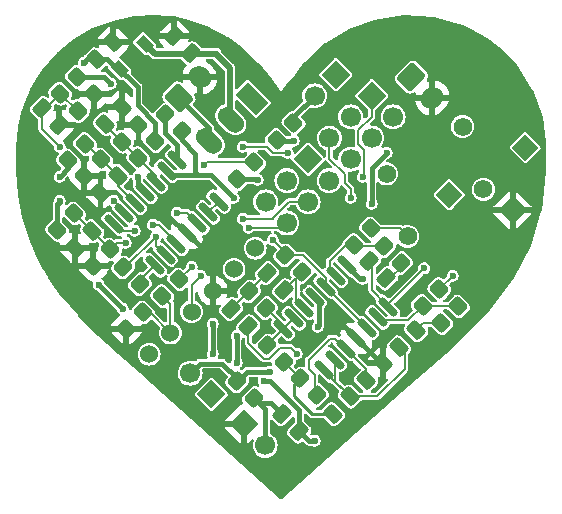
<source format=gbl>
G04 #@! TF.GenerationSoftware,KiCad,Pcbnew,(7.0.0)*
G04 #@! TF.CreationDate,2023-04-23T00:27:49-06:00*
G04 #@! TF.ProjectId,Fonocardiograma_V3A,466f6e6f-6361-4726-9469-6f6772616d61,rev?*
G04 #@! TF.SameCoordinates,Original*
G04 #@! TF.FileFunction,Copper,L2,Bot*
G04 #@! TF.FilePolarity,Positive*
%FSLAX46Y46*%
G04 Gerber Fmt 4.6, Leading zero omitted, Abs format (unit mm)*
G04 Created by KiCad (PCBNEW (7.0.0)) date 2023-04-23 00:27:49*
%MOMM*%
%LPD*%
G01*
G04 APERTURE LIST*
G04 Aperture macros list*
%AMRoundRect*
0 Rectangle with rounded corners*
0 $1 Rounding radius*
0 $2 $3 $4 $5 $6 $7 $8 $9 X,Y pos of 4 corners*
0 Add a 4 corners polygon primitive as box body*
4,1,4,$2,$3,$4,$5,$6,$7,$8,$9,$2,$3,0*
0 Add four circle primitives for the rounded corners*
1,1,$1+$1,$2,$3*
1,1,$1+$1,$4,$5*
1,1,$1+$1,$6,$7*
1,1,$1+$1,$8,$9*
0 Add four rect primitives between the rounded corners*
20,1,$1+$1,$2,$3,$4,$5,0*
20,1,$1+$1,$4,$5,$6,$7,0*
20,1,$1+$1,$6,$7,$8,$9,0*
20,1,$1+$1,$8,$9,$2,$3,0*%
%AMHorizOval*
0 Thick line with rounded ends*
0 $1 width*
0 $2 $3 position (X,Y) of the first rounded end (center of the circle)*
0 $4 $5 position (X,Y) of the second rounded end (center of the circle)*
0 Add line between two ends*
20,1,$1,$2,$3,$4,$5,0*
0 Add two circle primitives to create the rounded ends*
1,1,$1,$2,$3*
1,1,$1,$4,$5*%
%AMRotRect*
0 Rectangle, with rotation*
0 The origin of the aperture is its center*
0 $1 length*
0 $2 width*
0 $3 Rotation angle, in degrees counterclockwise*
0 Add horizontal line*
21,1,$1,$2,0,0,$3*%
%AMFreePoly0*
4,1,9,3.862500,-0.866500,0.737500,-0.866500,0.737500,-0.450000,-0.737500,-0.450000,-0.737500,0.450000,0.737500,0.450000,0.737500,0.866500,3.862500,0.866500,3.862500,-0.866500,3.862500,-0.866500,$1*%
G04 Aperture macros list end*
G04 #@! TA.AperFunction,ComponentPad*
%ADD10RotRect,1.700000X1.700000X135.000000*%
G04 #@! TD*
G04 #@! TA.AperFunction,ComponentPad*
%ADD11HorizOval,1.700000X0.000000X0.000000X0.000000X0.000000X0*%
G04 #@! TD*
G04 #@! TA.AperFunction,ComponentPad*
%ADD12RotRect,1.700000X1.700000X315.000000*%
G04 #@! TD*
G04 #@! TA.AperFunction,ComponentPad*
%ADD13HorizOval,1.700000X0.000000X0.000000X0.000000X0.000000X0*%
G04 #@! TD*
G04 #@! TA.AperFunction,ComponentPad*
%ADD14C,1.524000*%
G04 #@! TD*
G04 #@! TA.AperFunction,ComponentPad*
%ADD15RotRect,1.700000X1.700000X225.000000*%
G04 #@! TD*
G04 #@! TA.AperFunction,ComponentPad*
%ADD16HorizOval,1.700000X0.000000X0.000000X0.000000X0.000000X0*%
G04 #@! TD*
G04 #@! TA.AperFunction,ComponentPad*
%ADD17RotRect,1.700000X1.700000X45.000000*%
G04 #@! TD*
G04 #@! TA.AperFunction,ComponentPad*
%ADD18RotRect,1.560000X1.560000X225.000000*%
G04 #@! TD*
G04 #@! TA.AperFunction,ComponentPad*
%ADD19C,1.560000*%
G04 #@! TD*
G04 #@! TA.AperFunction,ComponentPad*
%ADD20RoundRect,0.250000X-0.954594X-0.106066X-0.106066X-0.954594X0.954594X0.106066X0.106066X0.954594X0*%
G04 #@! TD*
G04 #@! TA.AperFunction,ComponentPad*
%ADD21HorizOval,1.700000X-0.106066X-0.106066X0.106066X0.106066X0*%
G04 #@! TD*
G04 #@! TA.AperFunction,ComponentPad*
%ADD22RotRect,1.500000X2.500000X225.000000*%
G04 #@! TD*
G04 #@! TA.AperFunction,ComponentPad*
%ADD23HorizOval,1.500000X-0.353553X0.353553X0.353553X-0.353553X0*%
G04 #@! TD*
G04 #@! TA.AperFunction,ComponentPad*
%ADD24RoundRect,0.250000X0.106066X-0.954594X0.954594X-0.106066X-0.106066X0.954594X-0.954594X0.106066X0*%
G04 #@! TD*
G04 #@! TA.AperFunction,ComponentPad*
%ADD25HorizOval,1.700000X-0.106066X0.106066X0.106066X-0.106066X0*%
G04 #@! TD*
G04 #@! TA.AperFunction,SMDPad,CuDef*
%ADD26RoundRect,0.250000X-0.070711X0.565685X-0.565685X0.070711X0.070711X-0.565685X0.565685X-0.070711X0*%
G04 #@! TD*
G04 #@! TA.AperFunction,SMDPad,CuDef*
%ADD27RoundRect,0.150000X-0.689429X0.477297X0.477297X-0.689429X0.689429X-0.477297X-0.477297X0.689429X0*%
G04 #@! TD*
G04 #@! TA.AperFunction,SMDPad,CuDef*
%ADD28RoundRect,0.250000X0.574524X0.097227X0.097227X0.574524X-0.574524X-0.097227X-0.097227X-0.574524X0*%
G04 #@! TD*
G04 #@! TA.AperFunction,SMDPad,CuDef*
%ADD29RoundRect,0.250000X0.070711X-0.565685X0.565685X-0.070711X-0.070711X0.565685X-0.565685X0.070711X0*%
G04 #@! TD*
G04 #@! TA.AperFunction,SMDPad,CuDef*
%ADD30RoundRect,0.250000X-0.565685X-0.070711X-0.070711X-0.565685X0.565685X0.070711X0.070711X0.565685X0*%
G04 #@! TD*
G04 #@! TA.AperFunction,SMDPad,CuDef*
%ADD31RoundRect,0.250000X0.097227X-0.574524X0.574524X-0.097227X-0.097227X0.574524X-0.574524X0.097227X0*%
G04 #@! TD*
G04 #@! TA.AperFunction,SMDPad,CuDef*
%ADD32RoundRect,0.250000X0.565685X0.070711X0.070711X0.565685X-0.565685X-0.070711X-0.070711X-0.565685X0*%
G04 #@! TD*
G04 #@! TA.AperFunction,SMDPad,CuDef*
%ADD33RoundRect,0.250000X-0.574524X-0.097227X-0.097227X-0.574524X0.574524X0.097227X0.097227X0.574524X0*%
G04 #@! TD*
G04 #@! TA.AperFunction,SMDPad,CuDef*
%ADD34RoundRect,0.250000X-0.097227X0.574524X-0.574524X0.097227X0.097227X-0.574524X0.574524X-0.097227X0*%
G04 #@! TD*
G04 #@! TA.AperFunction,SMDPad,CuDef*
%ADD35RotRect,1.300000X0.900000X315.000000*%
G04 #@! TD*
G04 #@! TA.AperFunction,SMDPad,CuDef*
%ADD36FreePoly0,315.000000*%
G04 #@! TD*
G04 #@! TA.AperFunction,ViaPad*
%ADD37C,0.600000*%
G04 #@! TD*
G04 #@! TA.AperFunction,Conductor*
%ADD38C,0.500000*%
G04 #@! TD*
G04 #@! TA.AperFunction,Conductor*
%ADD39C,0.400000*%
G04 #@! TD*
G04 #@! TA.AperFunction,Conductor*
%ADD40C,0.200000*%
G04 #@! TD*
G04 #@! TA.AperFunction,Conductor*
%ADD41C,0.250000*%
G04 #@! TD*
G04 APERTURE END LIST*
D10*
X95389561Y-80911561D03*
D11*
X93593510Y-79115510D03*
D12*
X98158438Y-83426438D03*
D13*
X99954489Y-85222489D03*
D14*
X90133897Y-77506102D03*
X91929948Y-75710051D03*
X93726000Y-73914000D03*
X95522051Y-72117949D03*
X97318102Y-70321897D03*
X99114153Y-68525846D03*
D15*
X105936050Y-53829948D03*
D16*
X104139999Y-55625999D03*
D17*
X120903999Y-65277999D03*
D18*
X121969686Y-60014152D03*
D19*
X116666386Y-58246386D03*
X118434153Y-63549687D03*
D20*
X112339639Y-54040594D03*
D21*
X114107405Y-55808360D03*
D22*
X98824050Y-55861948D03*
D23*
X97027999Y-57657999D03*
X95231948Y-59454050D03*
D12*
X103581199Y-61010799D03*
D13*
X105377250Y-62806850D03*
X101785148Y-62806850D03*
X103581199Y-64602901D03*
X99989097Y-64602901D03*
X101785148Y-66398953D03*
D18*
X115539300Y-63997766D03*
D19*
X110236000Y-62230000D03*
X112003767Y-67533301D03*
D12*
X108984050Y-55607948D03*
D13*
X110780101Y-57403999D03*
X107187999Y-57403999D03*
X108984050Y-59200050D03*
X105391948Y-59200050D03*
X107187999Y-60996102D03*
D24*
X92648594Y-55808361D03*
D25*
X94416360Y-54040593D03*
D26*
X84671321Y-59690000D03*
X83257107Y-61104214D03*
D27*
X87123668Y-66475988D03*
X88021693Y-65577962D03*
X88919719Y-64679936D03*
X89817745Y-63781911D03*
X90715770Y-62883885D03*
X91613796Y-61985859D03*
X92511822Y-61087834D03*
X96012000Y-64588012D03*
X95113975Y-65486038D03*
X94215949Y-66384064D03*
X93317923Y-67282089D03*
X92419898Y-68180115D03*
X91521872Y-69078141D03*
X90623846Y-69976166D03*
D28*
X110207623Y-71091623D03*
X108740377Y-69624377D03*
X82521623Y-58137623D03*
X81054377Y-56670377D03*
D29*
X100930109Y-59343891D03*
X102344323Y-57929677D03*
D30*
X91494893Y-57204893D03*
X92909107Y-58619107D03*
D31*
X86007377Y-63852623D03*
X87474623Y-62385377D03*
D30*
X110036893Y-68380893D03*
X111451107Y-69795107D03*
D26*
X116277107Y-73460893D03*
X114862893Y-74875107D03*
D28*
X93697623Y-52041623D03*
X92230377Y-50574377D03*
D26*
X114698214Y-71991786D03*
X113284000Y-73406000D03*
D30*
X98606893Y-72190893D03*
X100021107Y-73605107D03*
D32*
X99005107Y-81225107D03*
X97590893Y-79810893D03*
D33*
X97056377Y-73688377D03*
X98523623Y-75155623D03*
D34*
X87855623Y-56543377D03*
X86388377Y-58010623D03*
D31*
X85626377Y-52549623D03*
X87093623Y-51082377D03*
D32*
X89353107Y-71573107D03*
X87938893Y-70158893D03*
D27*
X101473834Y-75365988D03*
X102371859Y-74467962D03*
X103269885Y-73569936D03*
X104167911Y-72671911D03*
X105065936Y-71773885D03*
X105963962Y-70875859D03*
X106861988Y-69977834D03*
X110362166Y-73478012D03*
X109464141Y-74376038D03*
X108566115Y-75274064D03*
X107668089Y-76172089D03*
X106770064Y-77070115D03*
X105872038Y-77968141D03*
X104974012Y-78866166D03*
D26*
X99005107Y-61268893D03*
X97590893Y-62683107D03*
D29*
X85398893Y-70049107D03*
X86813107Y-68634893D03*
D26*
X89607107Y-73968893D03*
X88192893Y-75383107D03*
D29*
X84636893Y-62429107D03*
X86051107Y-61014893D03*
D32*
X103069107Y-70557107D03*
X101654893Y-69142893D03*
D26*
X108911107Y-66856893D03*
X107496893Y-68271107D03*
X89226107Y-58093893D03*
X87811893Y-59508107D03*
D30*
X100130893Y-76762893D03*
X101545107Y-78177107D03*
D29*
X89208893Y-60905107D03*
X90623107Y-59490893D03*
D26*
X92655107Y-71174893D03*
X91240893Y-72589107D03*
D33*
X100104377Y-70640377D03*
X101571623Y-72107623D03*
D35*
X87629999Y-53339999D03*
D36*
X88752532Y-52341212D03*
D35*
X89751319Y-51218679D03*
D31*
X83848377Y-68551623D03*
X85315623Y-67084377D03*
D26*
X85488214Y-55481786D03*
X84074000Y-56896000D03*
D30*
X102924893Y-79556893D03*
X104339107Y-80971107D03*
D31*
X105664000Y-82550000D03*
X107131246Y-81082754D03*
D33*
X101374377Y-82578377D03*
X102841623Y-84045623D03*
D26*
X83765107Y-65586893D03*
X82350893Y-67001107D03*
D29*
X82604893Y-55444107D03*
X84019107Y-54029893D03*
D34*
X112747623Y-75466377D03*
X111280377Y-76933623D03*
X109953623Y-78260377D03*
X108486377Y-79727623D03*
D37*
X86868000Y-54610000D03*
X95758000Y-52070000D03*
X116078000Y-49784000D03*
X98552000Y-77978000D03*
X107950000Y-71882000D03*
X84074000Y-73406000D03*
X104394000Y-76200000D03*
X122682000Y-57658000D03*
X101346000Y-89154000D03*
X92710000Y-81534000D03*
X95758000Y-50546000D03*
X115476052Y-76609439D03*
X113538000Y-66040000D03*
X109303146Y-82104610D03*
X79756000Y-57150000D03*
X121158000Y-69596000D03*
X89916000Y-78994000D03*
X104063378Y-86782169D03*
X105410000Y-65278000D03*
X83820000Y-51562000D03*
X112252687Y-79484592D03*
X98298000Y-52324000D03*
X123190000Y-61722000D03*
X119126000Y-51816000D03*
X87884000Y-49530000D03*
X111506000Y-49530000D03*
X113538000Y-61976000D03*
X106934000Y-79502000D03*
X99060000Y-87122000D03*
X81026000Y-54102000D03*
X121412000Y-54610000D03*
X91186000Y-49276000D03*
X87376000Y-76708000D03*
X92710000Y-64262000D03*
X122682000Y-65786000D03*
X96012000Y-84582000D03*
X81534000Y-69850000D03*
X106880125Y-84267650D03*
X80010000Y-65532000D03*
X110236000Y-64008000D03*
X79502000Y-61214000D03*
X118507880Y-73603254D03*
X107188000Y-50546000D03*
X85852000Y-71628000D03*
X100330000Y-78994000D03*
X82550000Y-64516000D03*
X104394000Y-75184000D03*
X84582000Y-52832000D03*
X89154000Y-62484000D03*
X87884000Y-73660000D03*
X82550000Y-62484000D03*
X82550000Y-59944000D03*
X87122000Y-64516000D03*
X99822000Y-79756000D03*
X104140000Y-84836000D03*
X99314000Y-62738000D03*
X102362000Y-59436000D03*
X108204000Y-62484000D03*
X108204000Y-71120000D03*
X102616000Y-77470000D03*
X107188000Y-64262000D03*
X98044000Y-59944000D03*
X92456000Y-65532000D03*
X90678000Y-67564000D03*
X101854000Y-60452000D03*
X93726000Y-70104000D03*
X98044000Y-66040000D03*
X94488000Y-70866000D03*
X98552000Y-66802000D03*
X94742000Y-61468000D03*
X88900000Y-67056000D03*
X97536000Y-78232000D03*
X100584000Y-67818000D03*
X97536000Y-75946000D03*
X97282000Y-64262000D03*
X90424000Y-66548000D03*
X88138000Y-68072000D03*
X113411000Y-70231000D03*
X115824000Y-70866000D03*
X110234051Y-60453949D03*
X108966000Y-64770000D03*
X95504000Y-77470000D03*
X95504000Y-74930000D03*
D38*
X96959837Y-53271837D02*
X95758000Y-52070000D01*
X97028000Y-57658000D02*
X96959837Y-57589837D01*
X90602640Y-52070000D02*
X89751320Y-51218680D01*
D39*
X86287893Y-54029893D02*
X86868000Y-54610000D01*
D38*
X95758000Y-52070000D02*
X90602640Y-52070000D01*
X96959837Y-57589837D02*
X96959837Y-53271837D01*
X93923246Y-51816000D02*
X93697623Y-52041623D01*
D39*
X84019107Y-54029893D02*
X86287893Y-54029893D01*
X105410000Y-75184000D02*
X104394000Y-76200000D01*
X91756000Y-65821950D02*
X91756000Y-65216000D01*
X109756377Y-78260377D02*
X107668089Y-76172089D01*
X107668089Y-76172089D02*
X106680000Y-75184000D01*
X93317923Y-67282089D02*
X93216139Y-67282089D01*
X93317923Y-67282089D02*
X95522051Y-69486217D01*
X109953623Y-78260377D02*
X109756377Y-78260377D01*
X93216139Y-67282089D02*
X91756000Y-65821950D01*
X95522051Y-69486217D02*
X95522051Y-72117949D01*
X91756000Y-65216000D02*
X92710000Y-64262000D01*
X106680000Y-75184000D02*
X105410000Y-75184000D01*
X102344323Y-57929677D02*
X102344323Y-57421677D01*
X87376000Y-53340000D02*
X86585623Y-52549623D01*
X102344323Y-57421677D02*
X104140000Y-55626000D01*
X90623107Y-59490893D02*
X90623107Y-57888741D01*
X90623107Y-57888741D02*
X89154000Y-56419634D01*
X89154000Y-54864000D02*
X87276446Y-52986447D01*
X94415022Y-78294000D02*
X93593511Y-79115511D01*
X104509314Y-75068686D02*
X104509314Y-73013314D01*
X89817745Y-63655745D02*
X89154000Y-62992000D01*
X104394000Y-75184000D02*
X104509314Y-75068686D01*
X83257107Y-61104214D02*
X83257107Y-61776893D01*
X85852000Y-71628000D02*
X87884000Y-73660000D01*
X97590893Y-79810893D02*
X97590893Y-79556893D01*
X82350893Y-64824893D02*
X82550000Y-64625786D01*
X84864377Y-52549623D02*
X84582000Y-52832000D01*
X100330000Y-78994000D02*
X98407786Y-78994000D01*
X96328000Y-78294000D02*
X94415022Y-78294000D01*
X82350893Y-67001107D02*
X82350893Y-64824893D01*
X104509314Y-73013314D02*
X104167911Y-72671911D01*
X89817745Y-63781911D02*
X89817745Y-63655745D01*
X83257107Y-61776893D02*
X82550000Y-62484000D01*
X98407786Y-78994000D02*
X97590893Y-79810893D01*
X87630000Y-53340000D02*
X87376000Y-53340000D01*
X89154000Y-62992000D02*
X89154000Y-62484000D01*
X89154000Y-56419634D02*
X89154000Y-54864000D01*
X85626377Y-52549623D02*
X84864377Y-52549623D01*
X86585623Y-52549623D02*
X85626377Y-52549623D01*
X97590893Y-79556893D02*
X96328000Y-78294000D01*
X101374377Y-82578377D02*
X100457000Y-81661000D01*
X100457000Y-81661000D02*
X99441000Y-81661000D01*
X99954490Y-82174490D02*
X99441000Y-81661000D01*
X99954490Y-85222490D02*
X99954490Y-82174490D01*
X99441000Y-81661000D02*
X99005107Y-81225107D01*
D40*
X82622107Y-55444107D02*
X82604893Y-55444107D01*
X81378623Y-56670377D02*
X82604893Y-55444107D01*
X88021693Y-65415693D02*
X87122000Y-64516000D01*
X81054377Y-58448377D02*
X81054377Y-56670377D01*
X82550000Y-59944000D02*
X81054377Y-58448377D01*
X81054377Y-56670377D02*
X81378623Y-56670377D01*
X84074000Y-56896000D02*
X82622107Y-55444107D01*
X87474623Y-63234840D02*
X88919719Y-64679936D01*
X87474623Y-62385377D02*
X87474623Y-63234840D01*
X84779246Y-59690000D02*
X87474623Y-62385377D01*
X84671321Y-59690000D02*
X84779246Y-59690000D01*
X89208893Y-60905107D02*
X86388377Y-58084591D01*
X90715770Y-62883885D02*
X90715770Y-62411984D01*
X86388377Y-58084591D02*
X86388377Y-58010623D01*
X90715770Y-62411984D02*
X89208893Y-60905107D01*
D39*
X104140000Y-84836000D02*
X103632000Y-84836000D01*
X102841623Y-84045623D02*
X102841623Y-82248085D01*
X100349538Y-79756000D02*
X99822000Y-79756000D01*
X102841623Y-82248085D02*
X100349538Y-79756000D01*
X103632000Y-84836000D02*
X102841623Y-84045623D01*
D40*
X101545107Y-78177107D02*
X102924893Y-79556893D01*
D41*
X102362000Y-81026000D02*
X102362000Y-80119786D01*
X102362000Y-80119786D02*
X102924893Y-79556893D01*
X105664000Y-82550000D02*
X103886000Y-82550000D01*
X103886000Y-82550000D02*
X102362000Y-81026000D01*
D39*
X97590893Y-62683107D02*
X99259107Y-62683107D01*
X99259107Y-62683107D02*
X99314000Y-62738000D01*
X101022218Y-59436000D02*
X100930109Y-59343891D01*
X102362000Y-59436000D02*
X101022218Y-59436000D01*
X95231949Y-58391716D02*
X92648594Y-55808361D01*
X95231949Y-59454051D02*
X95231949Y-58391716D01*
D40*
X108984051Y-57385949D02*
X108984051Y-55607949D01*
X108338000Y-60180346D02*
X107834051Y-59676397D01*
X108204000Y-62484000D02*
X108338000Y-62350000D01*
X108338000Y-62350000D02*
X108338000Y-60180346D01*
X107834051Y-58535949D02*
X108984051Y-57385949D01*
X107834051Y-59676397D02*
X107834051Y-58535949D01*
D39*
X108204000Y-71120000D02*
X108004154Y-71120000D01*
X108004154Y-71120000D02*
X106861988Y-69977834D01*
D40*
X100288000Y-77878578D02*
X99832364Y-77878578D01*
X102616000Y-77470000D02*
X102108000Y-76962000D01*
X101204578Y-76962000D02*
X100288000Y-77878578D01*
X102108000Y-76962000D02*
X101204578Y-76962000D01*
X98523623Y-76569837D02*
X98523623Y-75155623D01*
X99832364Y-77878578D02*
X98523623Y-76569837D01*
X106680000Y-62992000D02*
X106680000Y-62230000D01*
X107188000Y-64262000D02*
X107188000Y-63500000D01*
X105391949Y-60941949D02*
X105391949Y-59200051D01*
X106680000Y-62230000D02*
X105391949Y-60941949D01*
X107188000Y-63500000D02*
X106680000Y-62992000D01*
X101854000Y-60452000D02*
X101846424Y-60459576D01*
X90678000Y-68326000D02*
X91430141Y-69078141D01*
X88083107Y-70158893D02*
X87938893Y-70158893D01*
X91430141Y-69078141D02*
X91521872Y-69078141D01*
X94215949Y-66384064D02*
X93363885Y-65532000D01*
X100076000Y-59944000D02*
X98044000Y-59944000D01*
X100591576Y-60459576D02*
X100076000Y-59944000D01*
X90678000Y-67564000D02*
X88083107Y-70158893D01*
X93363885Y-65532000D02*
X92456000Y-65532000D01*
X90678000Y-67564000D02*
X90678000Y-68326000D01*
X101846424Y-60459576D02*
X100591576Y-60459576D01*
X100584000Y-65973757D02*
X100584000Y-66040000D01*
X101954855Y-64602902D02*
X100584000Y-65973757D01*
X92655107Y-71174893D02*
X93726000Y-70104000D01*
X103581200Y-64602902D02*
X101954855Y-64602902D01*
X100584000Y-66040000D02*
X98044000Y-66040000D01*
X93726000Y-73914000D02*
X93726000Y-71628000D01*
X93726000Y-71628000D02*
X94488000Y-70866000D01*
X98552000Y-66802000D02*
X101382103Y-66802000D01*
X101382103Y-66802000D02*
X101785149Y-66398954D01*
X94996000Y-61214000D02*
X98950214Y-61214000D01*
X87123668Y-66475988D02*
X87703680Y-67056000D01*
X87703680Y-67056000D02*
X88900000Y-67056000D01*
X98950214Y-61214000D02*
X99005107Y-61268893D01*
X94742000Y-61468000D02*
X94996000Y-61214000D01*
X105065936Y-71029936D02*
X103178893Y-69142893D01*
X101654893Y-69142893D02*
X101654893Y-68888893D01*
X101654893Y-68888893D02*
X100584000Y-67818000D01*
X91613796Y-61985859D02*
X91855200Y-62227263D01*
D39*
X94234000Y-62327263D02*
X95347263Y-62327263D01*
X91613796Y-61985859D02*
X91955200Y-62327263D01*
D40*
X105065936Y-71773885D02*
X105065936Y-71029936D01*
D39*
X91955200Y-62327263D02*
X94234000Y-62327263D01*
X94042000Y-60514000D02*
X92909107Y-59381107D01*
X95347263Y-62327263D02*
X97282000Y-64262000D01*
D40*
X103178893Y-69142893D02*
X101654893Y-69142893D01*
D39*
X92909107Y-59381107D02*
X92909107Y-58619107D01*
X94042000Y-62135263D02*
X94042000Y-60514000D01*
X97536000Y-78232000D02*
X97536000Y-75946000D01*
D40*
X91613796Y-61985859D02*
X91857937Y-62230000D01*
X108566115Y-75274064D02*
X105065936Y-71773885D01*
D39*
X94234000Y-62327263D02*
X94042000Y-62135263D01*
D40*
X100130893Y-76708928D02*
X102371859Y-74467962D01*
X101473834Y-75365988D02*
X101473834Y-75057834D01*
X102371859Y-74467962D02*
X102371859Y-74467963D01*
X100130893Y-76762893D02*
X100130893Y-76708928D01*
X101473834Y-75057834D02*
X100021107Y-73605107D01*
X102371859Y-74467963D02*
X101473834Y-75365988D01*
X91929948Y-75710051D02*
X90188790Y-73968893D01*
X91240893Y-72589107D02*
X91929948Y-73278162D01*
X91929948Y-73278162D02*
X91929948Y-75710051D01*
X90188790Y-73968893D02*
X89607107Y-73968893D01*
X113338893Y-74875107D02*
X114862893Y-74875107D01*
X112747623Y-75466377D02*
X113338893Y-74875107D01*
X105872038Y-79823546D02*
X107131246Y-81082754D01*
X104974012Y-78866166D02*
X104974012Y-78925520D01*
X104974012Y-78925520D02*
X107131246Y-81082754D01*
X107131246Y-81082754D02*
X109417246Y-81082754D01*
X105872038Y-77968141D02*
X105872038Y-79823546D01*
X109417246Y-81082754D02*
X111760000Y-78740000D01*
X111760000Y-77413246D02*
X111280377Y-76933623D01*
X111760000Y-78740000D02*
X111760000Y-77413246D01*
X111760000Y-69850000D02*
X110461623Y-71148377D01*
X107496893Y-68271107D02*
X107606679Y-68380893D01*
X107606679Y-68380893D02*
X110036893Y-68380893D01*
X105410000Y-69626700D02*
X105410000Y-70321897D01*
X106765593Y-68271107D02*
X105410000Y-69626700D01*
X105410000Y-70321897D02*
X105963962Y-70875859D01*
X107496893Y-68271107D02*
X106765593Y-68271107D01*
X87376000Y-68072000D02*
X86813107Y-68634893D01*
X83765107Y-65586893D02*
X86813107Y-68634893D01*
X92419898Y-68035898D02*
X90932000Y-66548000D01*
X90932000Y-66548000D02*
X90424000Y-66548000D01*
X88138000Y-68072000D02*
X87376000Y-68072000D01*
X92419898Y-68180115D02*
X92419898Y-68035898D01*
X95113975Y-65486038D02*
X95113975Y-65486037D01*
X95113975Y-65486037D02*
X96012000Y-64588012D01*
X108994377Y-72110223D02*
X110362166Y-73478012D01*
X113411000Y-70231000D02*
X110362166Y-73279834D01*
X110362166Y-73279834D02*
X110362166Y-73478012D01*
X108994377Y-69878377D02*
X108994377Y-72110223D01*
D39*
X92511822Y-59832350D02*
X91494893Y-58815421D01*
X92511822Y-61087834D02*
X92511822Y-59832350D01*
X91494893Y-58815421D02*
X91494893Y-57204893D01*
D40*
X114698214Y-71991786D02*
X115824000Y-70866000D01*
X111327359Y-66856893D02*
X112003767Y-67533301D01*
X108911107Y-66856893D02*
X111327359Y-66856893D01*
X89353107Y-71573107D02*
X89353107Y-71246905D01*
X89353107Y-71246905D02*
X90623846Y-69976166D01*
X103069107Y-70557107D02*
X103069107Y-70610139D01*
X103269885Y-73569936D02*
X102587623Y-72887674D01*
X103069107Y-70610139D02*
X102587623Y-71091623D01*
X102587623Y-71091623D02*
X101571623Y-72107623D01*
X102587623Y-72887674D02*
X102587623Y-71091623D01*
X112072559Y-74617441D02*
X113284000Y-73406000D01*
X109705544Y-74617441D02*
X112072559Y-74617441D01*
X116277107Y-73460893D02*
X116222214Y-73406000D01*
X109464141Y-74376038D02*
X109705544Y-74617441D01*
X116222214Y-73406000D02*
X113284000Y-73406000D01*
X108486377Y-79727623D02*
X108486377Y-78786428D01*
X106770064Y-77070115D02*
X105899949Y-76200000D01*
X105410000Y-76200000D02*
X103632000Y-77978000D01*
X103632000Y-77978000D02*
X103632000Y-78740000D01*
X104140000Y-80772000D02*
X104339107Y-80971107D01*
X104140000Y-79248000D02*
X104140000Y-80772000D01*
X103632000Y-78740000D02*
X104140000Y-79248000D01*
X105899949Y-76200000D02*
X105410000Y-76200000D01*
X108486377Y-78786428D02*
X106770064Y-77070115D01*
X97056377Y-73688377D02*
X100104377Y-70640377D01*
D39*
X108966000Y-61722000D02*
X108966000Y-64770000D01*
X110234051Y-60453949D02*
X108966000Y-61722000D01*
X95504000Y-77470000D02*
X95504000Y-74930000D01*
G04 #@! TA.AperFunction,Conductor*
G36*
X105668135Y-76517113D02*
G01*
X105713522Y-76562500D01*
X105730135Y-76624500D01*
X105730135Y-76651306D01*
X105733470Y-76661021D01*
X105733471Y-76661025D01*
X105750224Y-76709823D01*
X105768118Y-76761944D01*
X105773874Y-76769663D01*
X105773875Y-76769665D01*
X105776530Y-76773225D01*
X105809276Y-76817140D01*
X107023039Y-78030903D01*
X107078235Y-78072061D01*
X107188873Y-78110044D01*
X107295571Y-78110044D01*
X107305849Y-78110044D01*
X107311942Y-78107951D01*
X107367510Y-78111977D01*
X107417363Y-78142385D01*
X108002380Y-78727402D01*
X108034474Y-78782989D01*
X108034474Y-78847176D01*
X108002380Y-78902764D01*
X107556983Y-79348161D01*
X107556972Y-79348172D01*
X107554929Y-79350216D01*
X107553090Y-79352434D01*
X107553076Y-79352451D01*
X107540245Y-79367939D01*
X107540242Y-79367942D01*
X107535428Y-79373754D01*
X107532153Y-79380554D01*
X107532152Y-79380556D01*
X107480536Y-79487735D01*
X107480533Y-79487742D01*
X107476505Y-79496108D01*
X107475120Y-79505295D01*
X107475120Y-79505296D01*
X107465923Y-79566314D01*
X107456264Y-79630396D01*
X107476505Y-79764683D01*
X107480534Y-79773050D01*
X107480536Y-79773055D01*
X107532152Y-79880236D01*
X107535428Y-79887038D01*
X107540245Y-79892852D01*
X107551573Y-79906526D01*
X107554929Y-79910576D01*
X107556983Y-79912630D01*
X108214926Y-80570573D01*
X108245176Y-80619936D01*
X108249718Y-80677652D01*
X108227563Y-80731139D01*
X108183540Y-80768739D01*
X108127245Y-80782254D01*
X107996509Y-80782254D01*
X107949056Y-80772815D01*
X107908828Y-80745935D01*
X107316253Y-80153360D01*
X107316252Y-80153359D01*
X107314199Y-80151306D01*
X107311969Y-80149458D01*
X107311963Y-80149453D01*
X107296475Y-80136622D01*
X107290661Y-80131805D01*
X107283861Y-80128530D01*
X107283859Y-80128529D01*
X107176678Y-80076913D01*
X107176673Y-80076911D01*
X107168306Y-80072882D01*
X107034019Y-80052641D01*
X107024830Y-80054026D01*
X106908919Y-80071497D01*
X106908918Y-80071497D01*
X106899731Y-80072882D01*
X106891365Y-80076910D01*
X106891358Y-80076913D01*
X106784179Y-80128529D01*
X106784177Y-80128530D01*
X106777377Y-80131805D01*
X106771570Y-80136615D01*
X106771562Y-80136621D01*
X106770199Y-80137752D01*
X106768641Y-80138496D01*
X106765218Y-80140692D01*
X106764942Y-80140262D01*
X106715658Y-80163807D01*
X106655278Y-80160981D01*
X106603409Y-80129946D01*
X106208857Y-79735394D01*
X106181977Y-79695166D01*
X106172538Y-79647713D01*
X106172538Y-79132070D01*
X106189151Y-79070070D01*
X106234538Y-79024683D01*
X106296538Y-79008070D01*
X106397546Y-79008070D01*
X106407823Y-79008070D01*
X106518461Y-78970087D01*
X106573658Y-78928929D01*
X106832826Y-78669761D01*
X106873984Y-78614564D01*
X106911967Y-78503926D01*
X106911967Y-78386950D01*
X106873984Y-78276312D01*
X106832826Y-78221116D01*
X105619063Y-77007353D01*
X105612897Y-77002755D01*
X105571588Y-76971952D01*
X105571586Y-76971951D01*
X105563867Y-76966195D01*
X105529624Y-76954439D01*
X105462948Y-76931548D01*
X105462944Y-76931547D01*
X105453229Y-76928212D01*
X105406121Y-76928212D01*
X105349826Y-76914697D01*
X105305803Y-76877097D01*
X105283648Y-76823610D01*
X105288190Y-76765894D01*
X105318440Y-76716531D01*
X105498152Y-76536819D01*
X105538380Y-76509939D01*
X105585833Y-76500500D01*
X105606135Y-76500500D01*
X105668135Y-76517113D01*
G37*
G04 #@! TD.AperFunction*
G04 #@! TA.AperFunction,Conductor*
G36*
X98156990Y-76106578D02*
G01*
X98205310Y-76152215D01*
X98223123Y-76216248D01*
X98223123Y-76517981D01*
X98222874Y-76521561D01*
X98220850Y-76527602D01*
X98221380Y-76539076D01*
X98221380Y-76539080D01*
X98222991Y-76573917D01*
X98223123Y-76579643D01*
X98223123Y-76597681D01*
X98224175Y-76603308D01*
X98224258Y-76604205D01*
X98224654Y-76609909D01*
X98225227Y-76622290D01*
X98226038Y-76639829D01*
X98230677Y-76650336D01*
X98232415Y-76657725D01*
X98233705Y-76661889D01*
X98236450Y-76668974D01*
X98238562Y-76680270D01*
X98252624Y-76702983D01*
X98260626Y-76718164D01*
X98266775Y-76732091D01*
X98266776Y-76732093D01*
X98271417Y-76742602D01*
X98279540Y-76750725D01*
X98283832Y-76756990D01*
X98286538Y-76760406D01*
X98291654Y-76766018D01*
X98297704Y-76775789D01*
X98306872Y-76782712D01*
X98319019Y-76791885D01*
X98331974Y-76803159D01*
X99583205Y-78054390D01*
X99585566Y-78057103D01*
X99588406Y-78062806D01*
X99596894Y-78070544D01*
X99596895Y-78070545D01*
X99622681Y-78094052D01*
X99626823Y-78098008D01*
X99639567Y-78110752D01*
X99644294Y-78113990D01*
X99644985Y-78114564D01*
X99649292Y-78118311D01*
X99671431Y-78138494D01*
X99682146Y-78142645D01*
X99688610Y-78146647D01*
X99692438Y-78148665D01*
X99699403Y-78151740D01*
X99708883Y-78158234D01*
X99720070Y-78160865D01*
X99734870Y-78164346D01*
X99751276Y-78169426D01*
X99765472Y-78174926D01*
X99765475Y-78174926D01*
X99776191Y-78179078D01*
X99787684Y-78179078D01*
X99795158Y-78180475D01*
X99799458Y-78180974D01*
X99807056Y-78181325D01*
X99818245Y-78183957D01*
X99844696Y-78180267D01*
X99861829Y-78179078D01*
X100236144Y-78179078D01*
X100239724Y-78179326D01*
X100245765Y-78181351D01*
X100292079Y-78179210D01*
X100297806Y-78179078D01*
X100310111Y-78179078D01*
X100315844Y-78179078D01*
X100321478Y-78178023D01*
X100322351Y-78177943D01*
X100328072Y-78177545D01*
X100357992Y-78176163D01*
X100368506Y-78171519D01*
X100376453Y-78169651D01*
X100443818Y-78172641D01*
X100499658Y-78210442D01*
X100527459Y-78271876D01*
X100539716Y-78353195D01*
X100534954Y-78410233D01*
X100505082Y-78459056D01*
X100456465Y-78489262D01*
X100403754Y-78494026D01*
X100401961Y-78493500D01*
X100258039Y-78493500D01*
X100249530Y-78495998D01*
X100249526Y-78495999D01*
X100136928Y-78529061D01*
X100119947Y-78534047D01*
X100112484Y-78538842D01*
X100112484Y-78538843D01*
X100058065Y-78573816D01*
X99991026Y-78593500D01*
X98471219Y-78593500D01*
X98344353Y-78593500D01*
X98335074Y-78596514D01*
X98335071Y-78596515D01*
X98323278Y-78600347D01*
X98304368Y-78604886D01*
X98282482Y-78608354D01*
X98273795Y-78612779D01*
X98273786Y-78612783D01*
X98262740Y-78618412D01*
X98244773Y-78625854D01*
X98232982Y-78629685D01*
X98232972Y-78629689D01*
X98223696Y-78632704D01*
X98215804Y-78638437D01*
X98215794Y-78638443D01*
X98205769Y-78645727D01*
X98189186Y-78655890D01*
X98178141Y-78661517D01*
X98178133Y-78661522D01*
X98169444Y-78665950D01*
X98162543Y-78672850D01*
X98162541Y-78672852D01*
X98146886Y-78688506D01*
X98146882Y-78688510D01*
X98146877Y-78688516D01*
X98146877Y-78688517D01*
X98013101Y-78822292D01*
X97970724Y-78850038D01*
X97920785Y-78858522D01*
X97871620Y-78846329D01*
X97862253Y-78841818D01*
X97813128Y-78799250D01*
X97792287Y-78737679D01*
X97805457Y-78674026D01*
X97849017Y-78625782D01*
X97867128Y-78614143D01*
X97961377Y-78505373D01*
X98021165Y-78374457D01*
X98041647Y-78232000D01*
X98021165Y-78089543D01*
X97975024Y-77988509D01*
X97965060Y-77966691D01*
X97965059Y-77966689D01*
X97961377Y-77958627D01*
X97956074Y-77952507D01*
X97936500Y-77885842D01*
X97936500Y-76292158D01*
X97956074Y-76225492D01*
X97961377Y-76219373D01*
X97986329Y-76164735D01*
X98029132Y-76113889D01*
X98092044Y-76092450D01*
X98156990Y-76106578D01*
G37*
G04 #@! TD.AperFunction*
G04 #@! TA.AperFunction,Conductor*
G36*
X90564558Y-48778524D02*
G01*
X91736483Y-48874449D01*
X92182410Y-48910949D01*
X92199585Y-48913577D01*
X93771014Y-49268128D01*
X93787506Y-49273074D01*
X93963974Y-49339672D01*
X95298900Y-49843464D01*
X95314250Y-49850485D01*
X96631017Y-50564960D01*
X96751882Y-50630541D01*
X96765763Y-50639310D01*
X97016360Y-50821894D01*
X98115757Y-51622910D01*
X98127955Y-51633053D01*
X99376350Y-52814108D01*
X99386766Y-52825254D01*
X100520706Y-54199142D01*
X100527239Y-54207803D01*
X101080926Y-55012818D01*
X101079786Y-55013601D01*
X101079825Y-55013656D01*
X101080929Y-55012829D01*
X101080980Y-55012897D01*
X101081032Y-55012972D01*
X101079898Y-55013757D01*
X101079937Y-55013811D01*
X101081041Y-55012978D01*
X101313469Y-55320698D01*
X101313572Y-55320861D01*
X101313696Y-55320889D01*
X101313810Y-55320957D01*
X101313893Y-55320935D01*
X101313976Y-55320954D01*
X101314084Y-55320885D01*
X101314211Y-55320852D01*
X101314310Y-55320683D01*
X101724143Y-54743585D01*
X101728065Y-54738364D01*
X102448932Y-53829949D01*
X104529542Y-53829949D01*
X104545103Y-53908180D01*
X104578231Y-53957760D01*
X105808240Y-55187769D01*
X105857820Y-55220897D01*
X105936051Y-55236458D01*
X106014282Y-55220897D01*
X106063862Y-55187769D01*
X107104971Y-54146660D01*
X110929456Y-54146660D01*
X110949697Y-54280947D01*
X110953726Y-54289314D01*
X110953728Y-54289319D01*
X110987385Y-54359207D01*
X111008620Y-54403302D01*
X111016544Y-54412866D01*
X111025948Y-54424218D01*
X111028121Y-54426840D01*
X111953393Y-55352112D01*
X111976931Y-55371613D01*
X112032763Y-55398500D01*
X112090136Y-55426130D01*
X112099286Y-55430536D01*
X112233573Y-55450777D01*
X112367860Y-55430536D01*
X112490215Y-55371613D01*
X112513753Y-55352112D01*
X112520131Y-55345733D01*
X112577811Y-55313094D01*
X112644065Y-55314825D01*
X112699964Y-55350434D01*
X112729538Y-55409746D01*
X112724339Y-55475819D01*
X112699410Y-55544310D01*
X112698168Y-55555650D01*
X112709247Y-55558361D01*
X113841080Y-55558361D01*
X113853955Y-55554910D01*
X113857406Y-55542035D01*
X114357406Y-55542035D01*
X114360856Y-55554910D01*
X114373732Y-55558361D01*
X115545336Y-55558361D01*
X115556079Y-55555979D01*
X115556559Y-55544986D01*
X115523394Y-55356893D01*
X115520599Y-55346463D01*
X115443511Y-55134665D01*
X115438954Y-55124892D01*
X115326257Y-54929694D01*
X115320076Y-54920867D01*
X115175186Y-54748193D01*
X115167573Y-54740580D01*
X114994899Y-54595690D01*
X114986072Y-54589509D01*
X114790874Y-54476812D01*
X114781101Y-54472255D01*
X114569304Y-54395167D01*
X114558874Y-54392372D01*
X114370780Y-54359207D01*
X114359787Y-54359687D01*
X114357406Y-54370431D01*
X114357406Y-55542035D01*
X113857406Y-55542035D01*
X113857406Y-54410203D01*
X113854695Y-54399124D01*
X113843356Y-54400366D01*
X113774862Y-54425296D01*
X113708789Y-54430495D01*
X113649477Y-54400921D01*
X113613868Y-54345022D01*
X113612137Y-54278768D01*
X113644776Y-54221088D01*
X113651157Y-54214708D01*
X113670658Y-54191170D01*
X113729581Y-54068815D01*
X113749822Y-53934528D01*
X113729581Y-53800241D01*
X113670658Y-53677886D01*
X113651157Y-53654348D01*
X112725885Y-52729076D01*
X112723655Y-52727228D01*
X112723649Y-52727223D01*
X112708161Y-52714392D01*
X112702347Y-52709575D01*
X112695547Y-52706300D01*
X112695545Y-52706299D01*
X112588364Y-52654683D01*
X112588359Y-52654681D01*
X112579992Y-52650652D01*
X112445705Y-52630411D01*
X112436516Y-52631796D01*
X112320606Y-52649267D01*
X112320605Y-52649267D01*
X112311418Y-52650652D01*
X112303052Y-52654680D01*
X112303045Y-52654683D01*
X112195864Y-52706299D01*
X112195858Y-52706302D01*
X112189063Y-52709575D01*
X112183251Y-52714389D01*
X112183248Y-52714392D01*
X112167760Y-52727223D01*
X112167743Y-52727237D01*
X112165525Y-52729076D01*
X112163481Y-52731119D01*
X112163470Y-52731130D01*
X111030175Y-53864425D01*
X111030164Y-53864436D01*
X111028121Y-53866480D01*
X111026282Y-53868698D01*
X111026268Y-53868715D01*
X111013437Y-53884203D01*
X111013434Y-53884206D01*
X111008620Y-53890018D01*
X111005347Y-53896813D01*
X111005344Y-53896819D01*
X110953728Y-54004000D01*
X110953725Y-54004007D01*
X110949697Y-54012373D01*
X110948312Y-54021560D01*
X110948312Y-54021561D01*
X110939928Y-54077187D01*
X110929456Y-54146660D01*
X107104971Y-54146660D01*
X107293871Y-53957760D01*
X107326999Y-53908180D01*
X107342560Y-53829949D01*
X107326999Y-53751718D01*
X107293871Y-53702138D01*
X106063862Y-52472129D01*
X106014282Y-52439001D01*
X105936051Y-52423440D01*
X105857820Y-52439001D01*
X105847666Y-52445785D01*
X105847665Y-52445786D01*
X105813308Y-52468742D01*
X105813303Y-52468745D01*
X105808240Y-52472129D01*
X105803932Y-52476436D01*
X105803927Y-52476441D01*
X104582543Y-53697825D01*
X104582538Y-53697830D01*
X104578231Y-53702138D01*
X104574847Y-53707201D01*
X104574844Y-53707206D01*
X104551888Y-53741563D01*
X104545103Y-53751718D01*
X104529542Y-53829949D01*
X102448932Y-53829949D01*
X103266640Y-52799498D01*
X103281081Y-52784178D01*
X105056687Y-51195627D01*
X105074496Y-51182364D01*
X107041031Y-49975565D01*
X107062417Y-49965122D01*
X109169538Y-49176604D01*
X109194579Y-49170115D01*
X111707563Y-48792772D01*
X111733760Y-48791644D01*
X114244563Y-48949878D01*
X114270312Y-48954258D01*
X115985529Y-49436420D01*
X116675117Y-49630269D01*
X116700113Y-49640337D01*
X117187151Y-49901244D01*
X118896657Y-50817028D01*
X118916645Y-50830378D01*
X118992034Y-50892087D01*
X120166170Y-51853170D01*
X120177605Y-51863803D01*
X121280726Y-53027475D01*
X121284756Y-53031726D01*
X121299795Y-53051121D01*
X121454186Y-53297138D01*
X122584117Y-55097645D01*
X122595510Y-55120878D01*
X123438284Y-57419843D01*
X123444430Y-57443745D01*
X123762986Y-59523073D01*
X123764416Y-59541729D01*
X123766790Y-61964338D01*
X123765869Y-61979541D01*
X123349319Y-65379071D01*
X123345076Y-65399401D01*
X122467214Y-68345418D01*
X122458114Y-68367747D01*
X121033006Y-71076182D01*
X121021629Y-71093950D01*
X118959354Y-73780313D01*
X118950416Y-73790711D01*
X117501551Y-75298872D01*
X117497686Y-75302722D01*
X115241831Y-77452998D01*
X115238176Y-77456346D01*
X111549646Y-80701034D01*
X111549617Y-80701059D01*
X111549581Y-80701092D01*
X111549580Y-80701093D01*
X111549536Y-80701131D01*
X111549434Y-80701222D01*
X111549432Y-80701224D01*
X111549308Y-80701334D01*
X111549246Y-80701389D01*
X102161109Y-89082212D01*
X102160610Y-89081653D01*
X102160605Y-89081655D01*
X102161107Y-89082213D01*
X101394944Y-89771260D01*
X101342006Y-89799383D01*
X101282062Y-89799387D01*
X101229120Y-89771271D01*
X100462971Y-89082417D01*
X100463450Y-89081883D01*
X100463447Y-89081882D01*
X100462970Y-89082416D01*
X94428553Y-83679284D01*
X96525282Y-83679284D01*
X96527325Y-83690606D01*
X96528182Y-83692482D01*
X96536271Y-83705577D01*
X96566906Y-83743593D01*
X96571331Y-83748519D01*
X97836358Y-85013546D01*
X97841284Y-85017971D01*
X97879300Y-85048606D01*
X97892395Y-85056695D01*
X97894271Y-85057552D01*
X97905593Y-85059595D01*
X97908439Y-85048449D01*
X97908439Y-83692765D01*
X97904988Y-83679889D01*
X97892113Y-83676439D01*
X96536429Y-83676439D01*
X96525282Y-83679284D01*
X94428553Y-83679284D01*
X92020510Y-81523156D01*
X92022874Y-81520515D01*
X92022869Y-81520508D01*
X92020508Y-81523155D01*
X91334948Y-80911562D01*
X93983053Y-80911562D01*
X93998614Y-80989793D01*
X94031742Y-81039373D01*
X95261751Y-82269382D01*
X95311331Y-82302510D01*
X95389562Y-82318071D01*
X95467793Y-82302510D01*
X95517373Y-82269382D01*
X96747382Y-81039373D01*
X96780510Y-80989793D01*
X96796071Y-80911562D01*
X96780510Y-80833331D01*
X96747382Y-80783751D01*
X95517373Y-79553742D01*
X95467793Y-79520614D01*
X95389562Y-79505053D01*
X95311331Y-79520614D01*
X95301177Y-79527398D01*
X95301176Y-79527399D01*
X95266819Y-79550355D01*
X95266814Y-79550358D01*
X95261751Y-79553742D01*
X95257443Y-79558049D01*
X95257438Y-79558054D01*
X94036054Y-80779438D01*
X94036049Y-80779443D01*
X94031742Y-80783751D01*
X94028358Y-80788814D01*
X94028355Y-80788819D01*
X94015610Y-80807894D01*
X93998614Y-80833331D01*
X93983053Y-80911562D01*
X91334948Y-80911562D01*
X89321678Y-79115511D01*
X92537928Y-79115511D01*
X92538525Y-79121572D01*
X92557613Y-79315380D01*
X92557614Y-79315386D01*
X92558211Y-79321445D01*
X92559978Y-79327270D01*
X92559979Y-79327275D01*
X92600242Y-79460003D01*
X92618279Y-79519465D01*
X92621149Y-79524834D01*
X92621151Y-79524839D01*
X92712194Y-79695166D01*
X92715826Y-79701961D01*
X92847101Y-79861921D01*
X93007061Y-79993196D01*
X93189557Y-80090743D01*
X93387577Y-80150811D01*
X93593511Y-80171094D01*
X93799445Y-80150811D01*
X93997465Y-80090743D01*
X94179961Y-79993196D01*
X94339921Y-79861921D01*
X94471196Y-79701961D01*
X94568743Y-79519465D01*
X94628811Y-79321445D01*
X94649094Y-79115511D01*
X94628811Y-78909577D01*
X94612101Y-78854493D01*
X94608589Y-78797301D01*
X94631165Y-78744633D01*
X94675011Y-78707740D01*
X94730763Y-78694500D01*
X96110745Y-78694500D01*
X96158198Y-78703939D01*
X96198426Y-78730819D01*
X96780976Y-79313369D01*
X96813070Y-79368956D01*
X96813070Y-79433143D01*
X96780977Y-79488729D01*
X96668284Y-79601424D01*
X96666455Y-79603631D01*
X96666440Y-79603648D01*
X96653595Y-79619152D01*
X96653591Y-79619156D01*
X96648783Y-79624961D01*
X96645511Y-79631753D01*
X96645509Y-79631758D01*
X96593891Y-79738943D01*
X96593888Y-79738950D01*
X96589860Y-79747316D01*
X96588475Y-79756503D01*
X96588475Y-79756504D01*
X96572079Y-79865281D01*
X96569619Y-79881604D01*
X96571004Y-79890793D01*
X96574733Y-79915534D01*
X96589860Y-80015891D01*
X96593889Y-80024258D01*
X96593891Y-80024263D01*
X96644140Y-80128605D01*
X96648783Y-80138246D01*
X96653594Y-80144053D01*
X96653595Y-80144054D01*
X96666440Y-80159558D01*
X96666445Y-80159564D01*
X96668284Y-80161783D01*
X97240003Y-80733502D01*
X97263540Y-80753003D01*
X97385895Y-80811926D01*
X97520182Y-80832167D01*
X97654470Y-80811926D01*
X97776825Y-80753003D01*
X97800362Y-80733502D01*
X98513502Y-80020362D01*
X98533003Y-79996825D01*
X98591926Y-79874470D01*
X98612167Y-79740182D01*
X98591926Y-79605895D01*
X98575747Y-79572299D01*
X98563663Y-79511548D01*
X98582474Y-79452529D01*
X98627487Y-79409972D01*
X98687468Y-79394500D01*
X99243921Y-79394500D01*
X99303348Y-79409668D01*
X99348236Y-79451461D01*
X99367605Y-79509654D01*
X99356715Y-79570012D01*
X99341354Y-79603648D01*
X99336835Y-79613543D01*
X99335573Y-79622316D01*
X99335572Y-79622322D01*
X99323446Y-79706668D01*
X99316353Y-79756000D01*
X99317615Y-79764777D01*
X99335572Y-79889677D01*
X99335573Y-79889681D01*
X99336835Y-79898457D01*
X99340519Y-79906525D01*
X99340520Y-79906526D01*
X99392507Y-80020362D01*
X99396623Y-80029373D01*
X99427199Y-80064660D01*
X99455754Y-80125216D01*
X99448665Y-80191791D01*
X99407997Y-80244977D01*
X99345607Y-80269267D01*
X99279683Y-80257581D01*
X99218477Y-80228105D01*
X99218472Y-80228103D01*
X99210105Y-80224074D01*
X99075818Y-80203833D01*
X99066629Y-80205218D01*
X98950718Y-80222689D01*
X98950717Y-80222689D01*
X98941530Y-80224074D01*
X98933164Y-80228102D01*
X98933157Y-80228105D01*
X98825972Y-80279723D01*
X98825967Y-80279725D01*
X98819175Y-80282997D01*
X98813370Y-80287805D01*
X98813366Y-80287809D01*
X98797862Y-80300654D01*
X98797845Y-80300669D01*
X98795638Y-80302498D01*
X98793600Y-80304535D01*
X98793589Y-80304546D01*
X98084546Y-81013589D01*
X98084535Y-81013600D01*
X98082498Y-81015638D01*
X98080669Y-81017845D01*
X98080654Y-81017862D01*
X98067809Y-81033366D01*
X98067805Y-81033370D01*
X98062997Y-81039175D01*
X98059725Y-81045967D01*
X98059723Y-81045972D01*
X98008105Y-81153157D01*
X98008102Y-81153164D01*
X98004074Y-81161530D01*
X98002689Y-81170717D01*
X98002689Y-81170718D01*
X97986250Y-81279784D01*
X97983833Y-81295818D01*
X97985218Y-81305007D01*
X97987779Y-81321997D01*
X98004074Y-81430105D01*
X98008103Y-81438472D01*
X98008105Y-81438477D01*
X98059723Y-81545663D01*
X98059725Y-81545667D01*
X98062997Y-81552460D01*
X98067807Y-81558265D01*
X98068903Y-81559974D01*
X98088528Y-81626994D01*
X98068824Y-81693991D01*
X98016040Y-81739715D01*
X97892395Y-81796182D01*
X97879300Y-81804271D01*
X97841284Y-81834906D01*
X97836358Y-81839331D01*
X96571331Y-83104358D01*
X96566906Y-83109284D01*
X96536271Y-83147300D01*
X96528182Y-83160395D01*
X96527325Y-83162271D01*
X96525282Y-83173593D01*
X96536429Y-83176439D01*
X98284439Y-83176439D01*
X98346439Y-83193052D01*
X98391826Y-83238439D01*
X98408439Y-83300439D01*
X98408439Y-85048449D01*
X98411284Y-85059595D01*
X98422606Y-85057552D01*
X98424482Y-85056695D01*
X98437577Y-85048606D01*
X98475593Y-85017971D01*
X98480519Y-85013546D01*
X98761468Y-84732597D01*
X98817840Y-84700296D01*
X98882807Y-84700933D01*
X98938534Y-84734335D01*
X98969723Y-84791330D01*
X98967810Y-84856272D01*
X98920959Y-85010722D01*
X98920957Y-85010728D01*
X98919190Y-85016556D01*
X98918593Y-85022612D01*
X98918592Y-85022620D01*
X98906885Y-85141486D01*
X98898907Y-85222490D01*
X98899504Y-85228551D01*
X98918592Y-85422359D01*
X98918593Y-85422365D01*
X98919190Y-85428424D01*
X98979258Y-85626444D01*
X99076805Y-85808940D01*
X99208080Y-85968900D01*
X99368040Y-86100175D01*
X99550536Y-86197722D01*
X99748556Y-86257790D01*
X99954490Y-86278073D01*
X100160424Y-86257790D01*
X100358444Y-86197722D01*
X100540940Y-86100175D01*
X100700900Y-85968900D01*
X100832175Y-85808940D01*
X100929722Y-85626444D01*
X100989790Y-85428424D01*
X101010073Y-85222490D01*
X100989790Y-85016556D01*
X100929722Y-84818536D01*
X100832175Y-84636040D01*
X100700900Y-84476080D01*
X100540940Y-84344805D01*
X100420536Y-84280447D01*
X100372632Y-84234837D01*
X100354990Y-84171089D01*
X100354990Y-83167207D01*
X100368505Y-83110912D01*
X100406105Y-83066889D01*
X100459592Y-83044734D01*
X100517308Y-83049276D01*
X100566670Y-83079525D01*
X100996970Y-83509825D01*
X101020508Y-83529326D01*
X101083937Y-83559872D01*
X101134489Y-83584217D01*
X101134490Y-83584217D01*
X101142862Y-83588249D01*
X101277150Y-83608490D01*
X101411437Y-83588249D01*
X101533792Y-83529326D01*
X101557330Y-83509825D01*
X102229441Y-82837713D01*
X102278805Y-82807463D01*
X102336521Y-82802921D01*
X102390008Y-82825076D01*
X102427608Y-82869099D01*
X102441123Y-82925394D01*
X102441123Y-83280360D01*
X102431684Y-83327813D01*
X102404804Y-83368041D01*
X101912229Y-83860615D01*
X101912218Y-83860626D01*
X101910175Y-83862670D01*
X101908336Y-83864888D01*
X101908322Y-83864905D01*
X101895491Y-83880393D01*
X101895488Y-83880396D01*
X101890674Y-83886208D01*
X101887401Y-83893003D01*
X101887398Y-83893009D01*
X101835782Y-84000190D01*
X101835779Y-84000197D01*
X101831751Y-84008563D01*
X101811510Y-84142850D01*
X101831751Y-84277138D01*
X101835780Y-84285505D01*
X101835782Y-84285510D01*
X101859857Y-84335500D01*
X101890674Y-84399492D01*
X101910175Y-84423030D01*
X102464216Y-84977071D01*
X102487754Y-84996572D01*
X102541843Y-85022620D01*
X102601735Y-85051463D01*
X102601736Y-85051463D01*
X102610108Y-85055495D01*
X102744396Y-85075736D01*
X102878683Y-85055495D01*
X103001038Y-84996572D01*
X103024576Y-84977071D01*
X103027946Y-84973700D01*
X103028298Y-84973497D01*
X103028768Y-84973070D01*
X103028861Y-84973172D01*
X103083533Y-84941607D01*
X103147721Y-84941607D01*
X103203307Y-84973700D01*
X103371091Y-85141484D01*
X103371094Y-85141486D01*
X103393658Y-85164050D01*
X103413396Y-85174107D01*
X103429984Y-85184273D01*
X103440010Y-85191557D01*
X103440012Y-85191558D01*
X103447910Y-85197296D01*
X103468981Y-85204142D01*
X103486954Y-85211586D01*
X103506696Y-85221646D01*
X103528581Y-85225112D01*
X103547489Y-85229651D01*
X103568567Y-85236500D01*
X103600481Y-85236500D01*
X103695433Y-85236500D01*
X103801026Y-85236500D01*
X103868065Y-85256184D01*
X103929947Y-85295953D01*
X104068039Y-85336500D01*
X104203090Y-85336500D01*
X104211961Y-85336500D01*
X104350053Y-85295953D01*
X104471128Y-85218143D01*
X104565377Y-85109373D01*
X104625165Y-84978457D01*
X104645647Y-84836000D01*
X104625165Y-84693543D01*
X104565377Y-84562627D01*
X104494462Y-84480786D01*
X104476934Y-84460557D01*
X104476932Y-84460555D01*
X104471128Y-84453857D01*
X104350053Y-84376047D01*
X104256808Y-84348668D01*
X104220473Y-84337999D01*
X104220470Y-84337998D01*
X104211961Y-84335500D01*
X104068039Y-84335500D01*
X104059530Y-84337998D01*
X104059526Y-84337999D01*
X103941746Y-84372582D01*
X103885168Y-84375701D01*
X103833110Y-84353325D01*
X103796442Y-84310124D01*
X103782821Y-84255122D01*
X103795091Y-84199807D01*
X103851495Y-84082683D01*
X103871736Y-83948396D01*
X103851495Y-83814108D01*
X103792572Y-83691754D01*
X103773071Y-83668216D01*
X103278441Y-83173586D01*
X103251562Y-83133359D01*
X103242123Y-83085906D01*
X103242123Y-82665812D01*
X103255638Y-82609517D01*
X103293238Y-82565494D01*
X103346725Y-82543339D01*
X103404441Y-82547881D01*
X103453804Y-82578131D01*
X103641955Y-82766282D01*
X103649264Y-82774257D01*
X103673545Y-82803194D01*
X103682939Y-82808617D01*
X103682941Y-82808619D01*
X103706261Y-82822083D01*
X103715383Y-82827894D01*
X103746316Y-82849553D01*
X103756799Y-82852362D01*
X103760134Y-82853917D01*
X103763559Y-82855163D01*
X103772955Y-82860588D01*
X103810143Y-82867145D01*
X103820705Y-82869485D01*
X103857193Y-82879263D01*
X103894810Y-82875972D01*
X103905618Y-82875500D01*
X104823737Y-82875500D01*
X104871190Y-82884939D01*
X104911417Y-82911818D01*
X105481047Y-83481448D01*
X105504585Y-83500949D01*
X105526862Y-83511677D01*
X105563510Y-83529326D01*
X105626940Y-83559872D01*
X105761227Y-83580113D01*
X105895515Y-83559872D01*
X106017869Y-83500949D01*
X106041407Y-83481448D01*
X106595448Y-82927407D01*
X106614949Y-82903869D01*
X106673872Y-82781515D01*
X106694113Y-82647227D01*
X106673872Y-82512940D01*
X106614949Y-82390585D01*
X106595448Y-82367047D01*
X105846953Y-81618552D01*
X105844723Y-81616704D01*
X105844717Y-81616699D01*
X105829229Y-81603868D01*
X105823415Y-81599051D01*
X105816615Y-81595776D01*
X105816613Y-81595775D01*
X105709432Y-81544159D01*
X105709427Y-81544157D01*
X105701060Y-81540128D01*
X105588461Y-81523156D01*
X105575962Y-81521272D01*
X105566773Y-81519887D01*
X105557584Y-81521272D01*
X105441673Y-81538743D01*
X105441672Y-81538743D01*
X105432485Y-81540128D01*
X105424119Y-81544156D01*
X105424112Y-81544159D01*
X105316933Y-81595775D01*
X105316931Y-81595776D01*
X105310131Y-81599051D01*
X105304319Y-81603865D01*
X105304316Y-81603868D01*
X105288828Y-81616699D01*
X105288811Y-81616713D01*
X105286593Y-81618552D01*
X105284549Y-81620595D01*
X105284538Y-81620606D01*
X104734606Y-82170538D01*
X104734595Y-82170549D01*
X104732552Y-82172593D01*
X104730711Y-82174814D01*
X104730701Y-82174826D01*
X104726735Y-82179614D01*
X104684006Y-82212719D01*
X104631252Y-82224500D01*
X104383051Y-82224500D01*
X104323748Y-82209399D01*
X104278888Y-82167776D01*
X104259398Y-82109767D01*
X104270024Y-82049501D01*
X104308179Y-82001656D01*
X104364569Y-81977885D01*
X104402684Y-81972140D01*
X104525039Y-81913217D01*
X104548576Y-81893716D01*
X105261716Y-81180576D01*
X105281217Y-81157039D01*
X105340140Y-81034684D01*
X105360381Y-80900396D01*
X105340140Y-80766109D01*
X105333828Y-80753003D01*
X105309213Y-80701889D01*
X105281217Y-80643754D01*
X105261716Y-80620217D01*
X104689997Y-80048498D01*
X104687778Y-80046659D01*
X104687772Y-80046654D01*
X104672268Y-80033809D01*
X104672267Y-80033808D01*
X104666460Y-80028997D01*
X104659663Y-80025724D01*
X104659662Y-80025723D01*
X104552479Y-79974106D01*
X104552474Y-79974104D01*
X104544105Y-79970074D01*
X104534916Y-79968689D01*
X104527949Y-79966540D01*
X104482450Y-79941021D01*
X104451473Y-79899048D01*
X104440500Y-79848049D01*
X104440500Y-79339829D01*
X104454015Y-79283534D01*
X104491615Y-79239511D01*
X104545102Y-79217356D01*
X104602818Y-79221898D01*
X104652181Y-79252148D01*
X105226987Y-79826954D01*
X105282183Y-79868112D01*
X105392821Y-79906095D01*
X105403098Y-79906095D01*
X105478253Y-79906095D01*
X105525706Y-79915534D01*
X105565935Y-79942415D01*
X105624730Y-80001211D01*
X105634956Y-80014120D01*
X105640071Y-80019730D01*
X105646119Y-80029498D01*
X105655287Y-80036421D01*
X105667429Y-80045590D01*
X105680385Y-80056864D01*
X106178437Y-80554917D01*
X106209471Y-80606783D01*
X106212299Y-80667159D01*
X106188756Y-80716451D01*
X106189184Y-80716726D01*
X106186996Y-80720136D01*
X106186250Y-80721699D01*
X106185115Y-80723068D01*
X106185110Y-80723075D01*
X106180297Y-80728885D01*
X106177022Y-80735685D01*
X106177021Y-80735687D01*
X106125405Y-80842866D01*
X106125402Y-80842873D01*
X106121374Y-80851239D01*
X106119989Y-80860426D01*
X106119989Y-80860427D01*
X106117575Y-80876441D01*
X106101133Y-80985527D01*
X106102518Y-80994716D01*
X106107157Y-81025495D01*
X106121374Y-81119814D01*
X106125403Y-81128181D01*
X106125405Y-81128186D01*
X106152513Y-81184475D01*
X106180297Y-81242169D01*
X106199798Y-81265707D01*
X106948293Y-82014202D01*
X106971831Y-82033703D01*
X107094186Y-82092626D01*
X107228473Y-82112867D01*
X107362761Y-82092626D01*
X107485115Y-82033703D01*
X107508653Y-82014202D01*
X108062694Y-81460161D01*
X108082195Y-81436623D01*
X108082460Y-81436842D01*
X108123647Y-81398447D01*
X108183120Y-81383254D01*
X109365390Y-81383254D01*
X109368970Y-81383502D01*
X109375011Y-81385527D01*
X109421325Y-81383386D01*
X109427052Y-81383254D01*
X109439357Y-81383254D01*
X109445090Y-81383254D01*
X109450724Y-81382199D01*
X109451597Y-81382119D01*
X109457318Y-81381721D01*
X109487238Y-81380339D01*
X109497752Y-81375695D01*
X109505154Y-81373955D01*
X109509284Y-81372676D01*
X109516381Y-81369926D01*
X109527679Y-81367815D01*
X109550390Y-81353752D01*
X109565565Y-81345753D01*
X109590011Y-81334960D01*
X109598138Y-81326831D01*
X109604421Y-81322528D01*
X109607801Y-81319850D01*
X109613422Y-81314724D01*
X109623198Y-81308673D01*
X109639299Y-81287349D01*
X109650560Y-81274409D01*
X111935823Y-78989146D01*
X111938522Y-78986798D01*
X111944228Y-78983958D01*
X111975487Y-78949667D01*
X111979402Y-78945567D01*
X111992174Y-78932797D01*
X111995422Y-78928054D01*
X111995965Y-78927401D01*
X111999733Y-78923072D01*
X112006507Y-78915641D01*
X112019916Y-78900933D01*
X112024067Y-78890214D01*
X112028070Y-78883751D01*
X112030077Y-78879944D01*
X112033158Y-78872965D01*
X112039656Y-78863481D01*
X112045772Y-78837472D01*
X112050843Y-78821097D01*
X112060500Y-78796173D01*
X112060500Y-78784677D01*
X112061896Y-78777210D01*
X112062396Y-78772905D01*
X112062747Y-78765307D01*
X112065379Y-78754119D01*
X112061689Y-78727667D01*
X112060500Y-78710535D01*
X112060500Y-77513717D01*
X112069939Y-77466264D01*
X112096819Y-77426036D01*
X112144569Y-77378286D01*
X112211825Y-77311030D01*
X112231326Y-77287492D01*
X112290249Y-77165138D01*
X112310490Y-77030850D01*
X112290249Y-76896563D01*
X112231326Y-76774208D01*
X112219891Y-76760406D01*
X112213677Y-76752905D01*
X112213673Y-76752901D01*
X112211825Y-76750670D01*
X111463330Y-76002175D01*
X111461100Y-76000327D01*
X111461094Y-76000322D01*
X111449356Y-75990598D01*
X111439792Y-75982674D01*
X111432992Y-75979399D01*
X111432990Y-75979398D01*
X111325809Y-75927782D01*
X111325804Y-75927780D01*
X111317437Y-75923751D01*
X111232994Y-75911023D01*
X111192339Y-75904895D01*
X111183150Y-75903510D01*
X111173961Y-75904895D01*
X111058050Y-75922366D01*
X111058049Y-75922366D01*
X111048862Y-75923751D01*
X111040496Y-75927779D01*
X111040489Y-75927782D01*
X110933310Y-75979398D01*
X110933308Y-75979399D01*
X110926508Y-75982674D01*
X110920696Y-75987488D01*
X110920693Y-75987491D01*
X110905205Y-76000322D01*
X110905188Y-76000336D01*
X110902970Y-76002175D01*
X110900926Y-76004218D01*
X110900915Y-76004229D01*
X110350983Y-76554161D01*
X110350972Y-76554172D01*
X110348929Y-76556216D01*
X110347090Y-76558434D01*
X110347076Y-76558451D01*
X110334245Y-76573939D01*
X110334242Y-76573942D01*
X110329428Y-76579754D01*
X110326153Y-76586554D01*
X110326152Y-76586556D01*
X110274536Y-76693735D01*
X110274533Y-76693742D01*
X110270505Y-76702108D01*
X110269120Y-76711295D01*
X110269120Y-76711296D01*
X110255274Y-76803159D01*
X110250264Y-76836396D01*
X110251649Y-76845585D01*
X110251649Y-76845587D01*
X110259628Y-76898527D01*
X110255216Y-76954479D01*
X110226586Y-77002755D01*
X110207227Y-77022977D01*
X110203623Y-77036831D01*
X110203623Y-79555435D01*
X110206118Y-79566314D01*
X110208470Y-79566297D01*
X110265023Y-79579484D01*
X110309371Y-79616972D01*
X110331788Y-79670540D01*
X110327359Y-79728440D01*
X110297053Y-79777975D01*
X109329094Y-80745935D01*
X109288866Y-80772815D01*
X109241413Y-80782254D01*
X109039963Y-80782254D01*
X108983668Y-80768739D01*
X108939645Y-80731139D01*
X108917490Y-80677652D01*
X108922032Y-80619936D01*
X108952282Y-80570573D01*
X109170952Y-80351903D01*
X109417825Y-80105030D01*
X109437326Y-80081492D01*
X109496249Y-79959138D01*
X109516490Y-79824850D01*
X109496249Y-79690563D01*
X109466698Y-79629200D01*
X109454723Y-79566727D01*
X109475302Y-79506533D01*
X109523020Y-79464464D01*
X109585318Y-79451593D01*
X109634920Y-79467759D01*
X109635913Y-79465783D01*
X109689445Y-79492667D01*
X109700720Y-79495081D01*
X109703623Y-79483923D01*
X109703623Y-78526703D01*
X109700172Y-78513827D01*
X109687297Y-78510377D01*
X108730078Y-78510377D01*
X108723566Y-78512071D01*
X108659817Y-78511722D01*
X108604666Y-78479746D01*
X108132801Y-78007881D01*
X108647685Y-78007881D01*
X108658565Y-78010377D01*
X109687297Y-78010377D01*
X109700172Y-78006926D01*
X109703623Y-77994051D01*
X109703623Y-76965319D01*
X109701127Y-76954439D01*
X109689965Y-76954520D01*
X109605161Y-76974619D01*
X109591678Y-76979527D01*
X109447511Y-77051930D01*
X109436206Y-77059248D01*
X109363864Y-77118179D01*
X109359163Y-77122424D01*
X108815666Y-77665923D01*
X108811435Y-77670607D01*
X108752494Y-77742960D01*
X108745175Y-77754267D01*
X108672773Y-77898432D01*
X108667865Y-77911915D01*
X108647766Y-77996719D01*
X108647685Y-78007881D01*
X108132801Y-78007881D01*
X107842334Y-77717414D01*
X107811926Y-77667562D01*
X107807900Y-77611994D01*
X107809993Y-77605900D01*
X107809993Y-77595623D01*
X107811613Y-77585916D01*
X107840503Y-77524787D01*
X107897167Y-77487900D01*
X107964759Y-77486224D01*
X108055715Y-77509577D01*
X108071073Y-77511518D01*
X108219699Y-77511518D01*
X108235056Y-77509577D01*
X108379012Y-77472616D01*
X108393406Y-77466917D01*
X108524928Y-77394612D01*
X108535301Y-77387443D01*
X108556730Y-77369140D01*
X108560321Y-77365821D01*
X108861821Y-77064321D01*
X108865140Y-77060730D01*
X108883443Y-77039301D01*
X108890612Y-77028928D01*
X108962917Y-76897406D01*
X108968616Y-76883012D01*
X109005577Y-76739056D01*
X109007518Y-76723699D01*
X109007518Y-76575073D01*
X109005577Y-76559715D01*
X108982224Y-76468759D01*
X108983901Y-76401166D01*
X109020788Y-76344501D01*
X109081920Y-76315612D01*
X109091622Y-76313993D01*
X109101900Y-76313993D01*
X109212538Y-76276010D01*
X109267735Y-76234852D01*
X109526903Y-75975684D01*
X109568061Y-75920487D01*
X109606044Y-75809849D01*
X109606044Y-75692873D01*
X109568061Y-75582235D01*
X109526903Y-75527039D01*
X108313140Y-74313276D01*
X108305397Y-74307502D01*
X108265665Y-74277875D01*
X108265663Y-74277874D01*
X108257944Y-74272118D01*
X108224892Y-74260771D01*
X108157025Y-74237471D01*
X108157021Y-74237470D01*
X108147306Y-74234135D01*
X108030330Y-74234135D01*
X108024234Y-74236227D01*
X107968665Y-74232200D01*
X107918815Y-74201793D01*
X106138206Y-72421184D01*
X106107798Y-72371331D01*
X106103772Y-72315763D01*
X106105865Y-72309670D01*
X106105865Y-72192694D01*
X106067882Y-72082056D01*
X106026724Y-72026860D01*
X105402755Y-71402891D01*
X105375875Y-71362663D01*
X105366436Y-71315210D01*
X105366436Y-71285508D01*
X105379951Y-71229213D01*
X105417551Y-71185190D01*
X105471038Y-71163035D01*
X105528754Y-71167577D01*
X105578116Y-71197826D01*
X106216937Y-71836647D01*
X106272133Y-71877805D01*
X106382771Y-71915788D01*
X106489470Y-71915788D01*
X106499747Y-71915788D01*
X106610385Y-71877805D01*
X106665582Y-71836647D01*
X106924750Y-71577479D01*
X106965908Y-71522282D01*
X107003891Y-71411644D01*
X107003891Y-71294668D01*
X106965908Y-71184030D01*
X106953639Y-71167577D01*
X106937607Y-71146076D01*
X106924750Y-71128834D01*
X105746819Y-69950903D01*
X105719939Y-69910675D01*
X105710500Y-69863222D01*
X105710500Y-69833521D01*
X105724015Y-69777226D01*
X105761615Y-69733203D01*
X105815102Y-69711048D01*
X105872818Y-69715590D01*
X105922181Y-69745840D01*
X107114963Y-70938622D01*
X107170159Y-70979780D01*
X107280797Y-71017763D01*
X107291074Y-71017763D01*
X107301207Y-71019454D01*
X107300932Y-71021098D01*
X107331615Y-71027202D01*
X107371843Y-71054082D01*
X107743245Y-71425484D01*
X107743248Y-71425486D01*
X107765812Y-71448050D01*
X107774507Y-71452480D01*
X107774508Y-71452481D01*
X107785550Y-71458107D01*
X107802134Y-71468269D01*
X107820065Y-71481296D01*
X107841139Y-71488143D01*
X107859109Y-71495587D01*
X107866233Y-71499217D01*
X107870780Y-71501534D01*
X107881519Y-71507699D01*
X107993947Y-71579953D01*
X108002460Y-71582452D01*
X108002461Y-71582453D01*
X108016278Y-71586510D01*
X108132039Y-71620500D01*
X108267090Y-71620500D01*
X108275961Y-71620500D01*
X108414053Y-71579953D01*
X108502837Y-71522894D01*
X108565451Y-71503289D01*
X108629304Y-71518378D01*
X108676519Y-71563936D01*
X108693877Y-71627210D01*
X108693877Y-72058367D01*
X108693628Y-72061947D01*
X108691604Y-72067988D01*
X108692134Y-72079462D01*
X108692134Y-72079466D01*
X108693745Y-72114303D01*
X108693877Y-72120029D01*
X108693877Y-72138067D01*
X108694929Y-72143694D01*
X108695012Y-72144591D01*
X108695408Y-72150295D01*
X108695552Y-72153401D01*
X108696792Y-72180215D01*
X108701431Y-72190722D01*
X108703169Y-72198111D01*
X108704459Y-72202275D01*
X108707204Y-72209360D01*
X108709316Y-72220656D01*
X108723378Y-72243369D01*
X108731380Y-72258550D01*
X108737529Y-72272477D01*
X108737530Y-72272479D01*
X108742171Y-72282988D01*
X108750294Y-72291111D01*
X108754586Y-72297376D01*
X108757292Y-72300792D01*
X108762408Y-72306404D01*
X108768458Y-72316175D01*
X108777626Y-72323098D01*
X108789773Y-72332271D01*
X108802728Y-72343545D01*
X109289895Y-72830712D01*
X109320302Y-72880562D01*
X109324329Y-72936131D01*
X109322237Y-72942227D01*
X109322237Y-73059203D01*
X109325572Y-73068918D01*
X109325573Y-73068922D01*
X109342249Y-73117495D01*
X109360220Y-73169841D01*
X109365976Y-73177560D01*
X109365977Y-73177562D01*
X109397362Y-73219651D01*
X109401378Y-73225037D01*
X109404554Y-73228213D01*
X110281601Y-74105260D01*
X110311851Y-74154623D01*
X110316393Y-74212339D01*
X110294238Y-74265826D01*
X110250215Y-74303426D01*
X110193920Y-74316941D01*
X110164219Y-74316941D01*
X110116766Y-74307502D01*
X110076538Y-74280622D01*
X109214342Y-73418426D01*
X109211166Y-73415250D01*
X109190861Y-73400109D01*
X109163691Y-73379849D01*
X109163689Y-73379848D01*
X109155970Y-73374092D01*
X109106828Y-73357221D01*
X109055051Y-73339445D01*
X109055047Y-73339444D01*
X109045332Y-73336109D01*
X108928356Y-73336109D01*
X108918641Y-73339444D01*
X108918636Y-73339445D01*
X108826822Y-73370966D01*
X108826819Y-73370967D01*
X108817718Y-73374092D01*
X108810004Y-73379843D01*
X108810000Y-73379846D01*
X108766112Y-73412571D01*
X108766100Y-73412580D01*
X108762521Y-73415250D01*
X108759358Y-73418412D01*
X108759351Y-73418419D01*
X108506522Y-73671248D01*
X108506515Y-73671255D01*
X108503353Y-73674418D01*
X108500683Y-73677997D01*
X108500674Y-73678009D01*
X108467949Y-73721897D01*
X108467946Y-73721901D01*
X108462195Y-73729615D01*
X108459070Y-73738716D01*
X108459069Y-73738719D01*
X108427548Y-73830533D01*
X108427547Y-73830538D01*
X108424212Y-73840253D01*
X108424212Y-73957229D01*
X108427547Y-73966944D01*
X108427548Y-73966948D01*
X108440104Y-74003520D01*
X108462195Y-74067867D01*
X108467951Y-74075586D01*
X108467952Y-74075588D01*
X108497584Y-74115327D01*
X108503353Y-74123063D01*
X109717116Y-75336826D01*
X109772312Y-75377984D01*
X109882950Y-75415967D01*
X109989649Y-75415967D01*
X109999926Y-75415967D01*
X110110564Y-75377984D01*
X110165761Y-75336826D01*
X110424929Y-75077658D01*
X110466087Y-75022461D01*
X110473222Y-75001676D01*
X110499273Y-74957958D01*
X110540693Y-74928385D01*
X110590503Y-74917941D01*
X111695708Y-74917941D01*
X111758959Y-74935286D01*
X111804515Y-74982468D01*
X111819632Y-75046288D01*
X111800329Y-75108096D01*
X111796674Y-75112508D01*
X111793400Y-75119304D01*
X111793400Y-75119306D01*
X111741782Y-75226489D01*
X111741779Y-75226496D01*
X111737751Y-75234862D01*
X111736366Y-75244049D01*
X111736366Y-75244050D01*
X111727808Y-75300830D01*
X111717510Y-75369150D01*
X111737751Y-75503437D01*
X111741780Y-75511804D01*
X111741782Y-75511809D01*
X111770074Y-75570557D01*
X111796674Y-75625792D01*
X111804598Y-75635356D01*
X111814051Y-75646767D01*
X111816175Y-75649330D01*
X112564670Y-76397825D01*
X112566901Y-76399673D01*
X112566905Y-76399677D01*
X112570409Y-76402580D01*
X112588208Y-76417326D01*
X112626030Y-76435540D01*
X112695009Y-76468759D01*
X112710563Y-76476249D01*
X112844850Y-76496490D01*
X112979138Y-76476249D01*
X113101492Y-76417326D01*
X113125030Y-76397825D01*
X113679071Y-75843784D01*
X113698572Y-75820246D01*
X113706433Y-75803924D01*
X113747557Y-75718529D01*
X113757495Y-75697892D01*
X113777736Y-75563604D01*
X113757495Y-75429317D01*
X113753463Y-75420944D01*
X113753462Y-75420941D01*
X113720940Y-75353408D01*
X113708855Y-75292654D01*
X113727666Y-75233635D01*
X113772679Y-75191079D01*
X113832660Y-75175607D01*
X113979953Y-75175607D01*
X114027406Y-75185046D01*
X114067634Y-75211926D01*
X114653424Y-75797716D01*
X114676961Y-75817217D01*
X114799316Y-75876140D01*
X114933604Y-75896381D01*
X115067891Y-75876140D01*
X115190246Y-75817217D01*
X115213783Y-75797716D01*
X115785502Y-75225997D01*
X115805003Y-75202460D01*
X115863926Y-75080105D01*
X115884167Y-74945818D01*
X115863926Y-74811530D01*
X115852374Y-74787543D01*
X115818453Y-74717105D01*
X115805003Y-74689175D01*
X115796854Y-74679340D01*
X115787345Y-74667862D01*
X115787341Y-74667857D01*
X115785502Y-74665638D01*
X115072362Y-73952498D01*
X115070143Y-73950659D01*
X115070137Y-73950654D01*
X115054633Y-73937809D01*
X115054632Y-73937808D01*
X115048825Y-73932997D01*
X115047939Y-73932570D01*
X115007376Y-73888444D01*
X114993054Y-73827024D01*
X115010795Y-73766504D01*
X115056011Y-73722538D01*
X115117005Y-73706500D01*
X115339274Y-73706500D01*
X115386727Y-73715939D01*
X115426955Y-73742819D01*
X116067638Y-74383502D01*
X116091175Y-74403003D01*
X116141574Y-74427274D01*
X116197374Y-74454146D01*
X116213530Y-74461926D01*
X116347818Y-74482167D01*
X116482105Y-74461926D01*
X116604460Y-74403003D01*
X116627997Y-74383502D01*
X117199716Y-73811783D01*
X117219217Y-73788246D01*
X117278140Y-73665891D01*
X117298381Y-73531604D01*
X117278140Y-73397316D01*
X117272992Y-73386627D01*
X117247893Y-73334508D01*
X117219217Y-73274961D01*
X117199716Y-73251424D01*
X116486576Y-72538284D01*
X116484357Y-72536445D01*
X116484351Y-72536440D01*
X116468847Y-72523595D01*
X116468846Y-72523594D01*
X116463039Y-72518783D01*
X116456242Y-72515510D01*
X116456241Y-72515509D01*
X116349056Y-72463891D01*
X116349051Y-72463889D01*
X116340684Y-72459860D01*
X116206396Y-72439619D01*
X116197207Y-72441004D01*
X116081297Y-72458475D01*
X116081296Y-72458475D01*
X116072109Y-72459860D01*
X116063743Y-72463888D01*
X116063736Y-72463891D01*
X115956551Y-72515509D01*
X115956546Y-72515511D01*
X115949754Y-72518783D01*
X115943949Y-72523591D01*
X115943945Y-72523595D01*
X115928441Y-72536440D01*
X115928424Y-72536455D01*
X115926217Y-72538284D01*
X115924179Y-72540321D01*
X115924168Y-72540332D01*
X115395320Y-73069181D01*
X115355092Y-73096061D01*
X115307639Y-73105500D01*
X115157361Y-73105500D01*
X115101066Y-73091985D01*
X115057043Y-73054385D01*
X115034888Y-73000898D01*
X115039430Y-72943182D01*
X115069680Y-72893819D01*
X115340203Y-72623296D01*
X115620823Y-72342676D01*
X115640324Y-72319139D01*
X115699247Y-72196784D01*
X115719488Y-72062497D01*
X115699247Y-71928209D01*
X115693265Y-71915788D01*
X115665307Y-71857731D01*
X115640324Y-71805854D01*
X115624781Y-71787094D01*
X115622666Y-71784541D01*
X115622662Y-71784536D01*
X115620823Y-71782317D01*
X115564419Y-71725913D01*
X115532325Y-71670326D01*
X115532325Y-71606138D01*
X115564419Y-71550551D01*
X115712151Y-71402819D01*
X115752379Y-71375939D01*
X115799832Y-71366500D01*
X115887090Y-71366500D01*
X115895961Y-71366500D01*
X116034053Y-71325953D01*
X116155128Y-71248143D01*
X116249377Y-71139373D01*
X116309165Y-71008457D01*
X116329647Y-70866000D01*
X116309165Y-70723543D01*
X116249377Y-70592627D01*
X116206505Y-70543150D01*
X116160934Y-70490557D01*
X116160932Y-70490555D01*
X116155128Y-70483857D01*
X116146171Y-70478101D01*
X116113415Y-70457050D01*
X116034053Y-70406047D01*
X115960769Y-70384529D01*
X115904473Y-70367999D01*
X115904470Y-70367998D01*
X115895961Y-70365500D01*
X115752039Y-70365500D01*
X115743530Y-70367998D01*
X115743526Y-70367999D01*
X115632876Y-70400489D01*
X115613947Y-70406047D01*
X115606484Y-70410842D01*
X115606484Y-70410843D01*
X115500329Y-70479064D01*
X115500325Y-70479066D01*
X115492872Y-70483857D01*
X115487070Y-70490551D01*
X115487065Y-70490557D01*
X115404431Y-70585923D01*
X115404428Y-70585927D01*
X115398623Y-70592627D01*
X115394941Y-70600689D01*
X115394938Y-70600694D01*
X115342520Y-70715473D01*
X115338835Y-70723543D01*
X115337573Y-70732316D01*
X115337572Y-70732322D01*
X115323337Y-70831333D01*
X115318353Y-70866000D01*
X115319615Y-70874777D01*
X115319615Y-70874787D01*
X115319661Y-70875107D01*
X115319615Y-70875621D01*
X115319615Y-70883647D01*
X115318896Y-70883647D01*
X115314575Y-70931907D01*
X115284604Y-70980423D01*
X115139446Y-71125581D01*
X115083861Y-71157674D01*
X115019674Y-71157674D01*
X114964086Y-71125580D01*
X114909731Y-71071225D01*
X114909730Y-71071224D01*
X114907683Y-71069177D01*
X114905464Y-71067338D01*
X114905458Y-71067333D01*
X114889954Y-71054488D01*
X114889953Y-71054487D01*
X114884146Y-71049676D01*
X114877349Y-71046403D01*
X114877348Y-71046402D01*
X114770163Y-70994784D01*
X114770158Y-70994782D01*
X114761791Y-70990753D01*
X114627503Y-70970512D01*
X114618314Y-70971897D01*
X114502404Y-70989368D01*
X114502403Y-70989368D01*
X114493216Y-70990753D01*
X114484850Y-70994781D01*
X114484843Y-70994784D01*
X114377658Y-71046402D01*
X114377653Y-71046404D01*
X114370861Y-71049676D01*
X114365056Y-71054484D01*
X114365052Y-71054488D01*
X114349548Y-71067333D01*
X114349531Y-71067348D01*
X114347324Y-71069177D01*
X114345286Y-71071214D01*
X114345275Y-71071225D01*
X113777653Y-71638847D01*
X113777642Y-71638858D01*
X113775605Y-71640896D01*
X113773776Y-71643103D01*
X113773761Y-71643120D01*
X113760916Y-71658624D01*
X113760912Y-71658628D01*
X113756104Y-71664433D01*
X113752832Y-71671225D01*
X113752830Y-71671230D01*
X113701212Y-71778415D01*
X113701209Y-71778422D01*
X113697181Y-71786788D01*
X113695796Y-71795975D01*
X113695796Y-71795976D01*
X113683577Y-71877043D01*
X113676940Y-71921075D01*
X113678325Y-71930264D01*
X113685424Y-71977361D01*
X113697181Y-72055363D01*
X113701210Y-72063730D01*
X113701212Y-72063735D01*
X113751780Y-72168739D01*
X113756104Y-72177718D01*
X113760915Y-72183525D01*
X113760916Y-72183526D01*
X113773761Y-72199030D01*
X113773766Y-72199036D01*
X113775605Y-72201255D01*
X113777652Y-72203302D01*
X113777653Y-72203303D01*
X114468169Y-72893819D01*
X114498419Y-72943182D01*
X114502961Y-73000898D01*
X114480806Y-73054385D01*
X114436783Y-73091985D01*
X114380488Y-73105500D01*
X114166940Y-73105500D01*
X114119487Y-73096061D01*
X114079259Y-73069181D01*
X113495517Y-72485439D01*
X113493469Y-72483391D01*
X113491250Y-72481552D01*
X113491244Y-72481547D01*
X113475740Y-72468702D01*
X113475739Y-72468701D01*
X113469932Y-72463890D01*
X113463135Y-72460617D01*
X113463134Y-72460616D01*
X113355949Y-72408998D01*
X113355944Y-72408996D01*
X113347577Y-72404967D01*
X113213289Y-72384726D01*
X113204100Y-72386111D01*
X113088190Y-72403582D01*
X113088189Y-72403582D01*
X113079002Y-72404967D01*
X113070636Y-72408995D01*
X113070629Y-72408998D01*
X112963444Y-72460616D01*
X112963439Y-72460618D01*
X112956647Y-72463890D01*
X112950842Y-72468698D01*
X112950838Y-72468702D01*
X112935334Y-72481547D01*
X112935317Y-72481562D01*
X112933110Y-72483391D01*
X112931072Y-72485428D01*
X112931061Y-72485439D01*
X112363439Y-73053061D01*
X112363428Y-73053072D01*
X112361391Y-73055110D01*
X112359562Y-73057317D01*
X112359547Y-73057334D01*
X112346702Y-73072838D01*
X112346698Y-73072842D01*
X112341890Y-73078647D01*
X112338618Y-73085439D01*
X112338616Y-73085444D01*
X112286998Y-73192629D01*
X112286995Y-73192636D01*
X112282967Y-73201002D01*
X112281582Y-73210189D01*
X112281582Y-73210190D01*
X112264936Y-73320627D01*
X112262726Y-73335289D01*
X112264111Y-73344478D01*
X112270464Y-73386627D01*
X112282967Y-73469577D01*
X112286996Y-73477944D01*
X112286998Y-73477949D01*
X112338616Y-73585134D01*
X112341890Y-73591932D01*
X112346701Y-73597739D01*
X112346702Y-73597740D01*
X112359547Y-73613244D01*
X112359552Y-73613250D01*
X112361391Y-73615469D01*
X112363439Y-73617517D01*
X112417794Y-73671872D01*
X112449888Y-73727459D01*
X112449888Y-73791646D01*
X112417794Y-73847234D01*
X111984407Y-74280622D01*
X111944179Y-74307502D01*
X111896726Y-74316941D01*
X111466484Y-74316941D01*
X111405504Y-74300910D01*
X111360290Y-74256964D01*
X111342534Y-74196463D01*
X111356826Y-74135052D01*
X111358354Y-74132156D01*
X111364112Y-74124435D01*
X111402095Y-74013797D01*
X111402095Y-73896821D01*
X111364112Y-73786183D01*
X111322954Y-73730987D01*
X110917149Y-73325182D01*
X110885055Y-73269595D01*
X110885055Y-73205407D01*
X110917146Y-73149824D01*
X113299151Y-70767818D01*
X113339379Y-70740939D01*
X113386832Y-70731500D01*
X113474090Y-70731500D01*
X113482961Y-70731500D01*
X113621053Y-70690953D01*
X113742128Y-70613143D01*
X113836377Y-70504373D01*
X113896165Y-70373457D01*
X113916647Y-70231000D01*
X113896165Y-70088543D01*
X113836377Y-69957627D01*
X113769157Y-69880050D01*
X113747934Y-69855557D01*
X113747932Y-69855555D01*
X113742128Y-69848857D01*
X113621053Y-69771047D01*
X113517761Y-69740718D01*
X113491473Y-69732999D01*
X113491470Y-69732998D01*
X113482961Y-69730500D01*
X113339039Y-69730500D01*
X113330530Y-69732998D01*
X113330526Y-69732999D01*
X113209461Y-69768547D01*
X113200947Y-69771047D01*
X113193484Y-69775842D01*
X113193484Y-69775843D01*
X113087329Y-69844064D01*
X113087325Y-69844066D01*
X113079872Y-69848857D01*
X113074070Y-69855551D01*
X113074065Y-69855557D01*
X112991431Y-69950923D01*
X112991428Y-69950927D01*
X112985623Y-69957627D01*
X112981941Y-69965689D01*
X112981938Y-69965694D01*
X112929569Y-70080366D01*
X112925835Y-70088543D01*
X112924573Y-70097316D01*
X112924572Y-70097322D01*
X112910808Y-70193056D01*
X112905353Y-70231000D01*
X112906615Y-70239777D01*
X112906615Y-70239784D01*
X112906661Y-70240104D01*
X112906615Y-70240618D01*
X112906615Y-70248647D01*
X112905896Y-70248647D01*
X112901575Y-70296905D01*
X112871603Y-70345423D01*
X110492178Y-72724849D01*
X110436591Y-72756943D01*
X110372403Y-72756943D01*
X110316816Y-72724849D01*
X110112367Y-72520400D01*
X110109191Y-72517224D01*
X110098440Y-72509207D01*
X110061716Y-72481823D01*
X110061714Y-72481822D01*
X110053995Y-72476066D01*
X110018528Y-72463890D01*
X109953076Y-72441419D01*
X109953072Y-72441418D01*
X109943357Y-72438083D01*
X109826381Y-72438083D01*
X109820285Y-72440175D01*
X109764716Y-72436148D01*
X109714866Y-72405741D01*
X109331196Y-72022071D01*
X109304316Y-71981843D01*
X109294877Y-71934390D01*
X109294877Y-71787094D01*
X109308392Y-71730799D01*
X109345992Y-71686776D01*
X109399479Y-71664621D01*
X109457195Y-71669163D01*
X109506558Y-71699413D01*
X109830216Y-72023071D01*
X109853754Y-72042572D01*
X109935743Y-72082056D01*
X109967735Y-72097463D01*
X109967736Y-72097463D01*
X109976108Y-72101495D01*
X110091866Y-72118943D01*
X110100709Y-72120276D01*
X110110396Y-72121736D01*
X110120083Y-72120276D01*
X110128926Y-72118943D01*
X110244683Y-72101495D01*
X110367038Y-72042572D01*
X110390576Y-72023071D01*
X111139071Y-71274576D01*
X111158572Y-71251038D01*
X111217495Y-71128683D01*
X111237736Y-70994396D01*
X111232005Y-70956375D01*
X111236833Y-70899136D01*
X111266942Y-70850212D01*
X111315868Y-70820107D01*
X111361914Y-70816226D01*
X111361914Y-70814996D01*
X111371207Y-70814996D01*
X111380396Y-70816381D01*
X111514684Y-70796140D01*
X111637039Y-70737217D01*
X111660576Y-70717716D01*
X112373716Y-70004576D01*
X112393217Y-69981039D01*
X112452140Y-69858684D01*
X112472381Y-69724396D01*
X112452140Y-69590109D01*
X112445828Y-69577003D01*
X112424410Y-69532527D01*
X112393217Y-69467754D01*
X112373716Y-69444217D01*
X111801997Y-68872498D01*
X111799778Y-68870659D01*
X111799772Y-68870654D01*
X111784268Y-68857809D01*
X111784267Y-68857808D01*
X111778460Y-68852997D01*
X111771663Y-68849724D01*
X111771662Y-68849723D01*
X111664477Y-68798105D01*
X111664472Y-68798103D01*
X111656105Y-68794074D01*
X111521818Y-68773833D01*
X111512629Y-68775218D01*
X111396718Y-68792689D01*
X111396717Y-68792689D01*
X111387530Y-68794074D01*
X111379164Y-68798102D01*
X111379157Y-68798105D01*
X111271972Y-68849723D01*
X111271967Y-68849725D01*
X111265175Y-68852997D01*
X111259370Y-68857805D01*
X111259366Y-68857809D01*
X111243862Y-68870654D01*
X111243845Y-68870669D01*
X111241638Y-68872498D01*
X111239600Y-68874535D01*
X111239589Y-68874546D01*
X110530546Y-69583589D01*
X110530535Y-69583600D01*
X110528498Y-69585638D01*
X110526669Y-69587845D01*
X110526654Y-69587862D01*
X110513809Y-69603366D01*
X110513805Y-69603370D01*
X110508997Y-69609175D01*
X110505725Y-69615967D01*
X110505723Y-69615972D01*
X110454105Y-69723157D01*
X110454102Y-69723164D01*
X110450074Y-69731530D01*
X110448689Y-69740717D01*
X110448689Y-69740718D01*
X110432293Y-69849495D01*
X110429833Y-69865818D01*
X110431218Y-69875007D01*
X110438062Y-69920413D01*
X110434601Y-69973222D01*
X110409436Y-70019779D01*
X110367150Y-70051602D01*
X110315447Y-70062895D01*
X110314039Y-70062895D01*
X110304850Y-70061510D01*
X110295661Y-70062895D01*
X110179751Y-70080366D01*
X110179750Y-70080366D01*
X110170563Y-70081751D01*
X110162197Y-70085779D01*
X110162190Y-70085782D01*
X110055009Y-70137398D01*
X110055003Y-70137401D01*
X110048208Y-70140674D01*
X110042396Y-70145488D01*
X110042393Y-70145491D01*
X110026905Y-70158322D01*
X110026888Y-70158336D01*
X110024670Y-70160175D01*
X110022626Y-70162218D01*
X110022615Y-70162229D01*
X109506558Y-70678287D01*
X109457195Y-70708537D01*
X109399479Y-70713079D01*
X109345992Y-70690924D01*
X109308392Y-70646901D01*
X109294877Y-70590606D01*
X109294877Y-70235640D01*
X109304316Y-70188187D01*
X109331196Y-70147959D01*
X109499397Y-69979758D01*
X109671825Y-69807330D01*
X109691326Y-69783792D01*
X109750249Y-69661437D01*
X109770490Y-69527150D01*
X109769105Y-69517961D01*
X109769105Y-69516553D01*
X109780398Y-69464850D01*
X109812221Y-69422564D01*
X109858778Y-69397399D01*
X109911587Y-69393938D01*
X109934549Y-69397399D01*
X109966182Y-69402167D01*
X110100470Y-69381926D01*
X110222825Y-69323003D01*
X110246362Y-69303502D01*
X110959502Y-68590362D01*
X110979003Y-68566825D01*
X111037926Y-68444470D01*
X111058167Y-68310182D01*
X111056439Y-68298720D01*
X111054442Y-68285470D01*
X111061500Y-68222010D01*
X111099199Y-68170475D01*
X111157542Y-68144530D01*
X111221059Y-68151055D01*
X111272909Y-68188320D01*
X111303230Y-68225266D01*
X111307094Y-68229974D01*
X111456395Y-68352501D01*
X111626730Y-68443548D01*
X111811555Y-68499614D01*
X112003767Y-68518545D01*
X112195979Y-68499614D01*
X112380804Y-68443548D01*
X112551139Y-68352501D01*
X112700440Y-68229974D01*
X112822967Y-68080673D01*
X112914014Y-67910338D01*
X112970080Y-67725513D01*
X112987401Y-67549646D01*
X112988414Y-67539363D01*
X112989011Y-67533301D01*
X112970080Y-67341089D01*
X112914014Y-67156264D01*
X112908152Y-67145298D01*
X112890487Y-67112248D01*
X112822967Y-66985929D01*
X112700440Y-66836628D01*
X112682581Y-66821972D01*
X112571096Y-66730479D01*
X112551139Y-66714101D01*
X112506701Y-66690348D01*
X112386178Y-66625926D01*
X112386173Y-66625924D01*
X112380804Y-66623054D01*
X112340138Y-66610718D01*
X112201809Y-66568756D01*
X112201804Y-66568755D01*
X112195979Y-66566988D01*
X112189920Y-66566391D01*
X112189914Y-66566390D01*
X112009829Y-66548654D01*
X112003767Y-66548057D01*
X111997705Y-66548654D01*
X111817619Y-66566390D01*
X111817611Y-66566391D01*
X111811555Y-66566988D01*
X111805731Y-66568754D01*
X111805724Y-66568756D01*
X111632550Y-66621288D01*
X111632545Y-66621289D01*
X111626730Y-66623054D01*
X111623589Y-66624732D01*
X111555643Y-66632215D01*
X111507807Y-66608738D01*
X111506552Y-66610766D01*
X111496782Y-66604716D01*
X111488292Y-66596977D01*
X111477579Y-66592826D01*
X111471139Y-66588839D01*
X111467261Y-66586795D01*
X111460317Y-66583728D01*
X111450840Y-66577237D01*
X111439661Y-66574607D01*
X111439653Y-66574604D01*
X111424843Y-66571121D01*
X111408445Y-66566043D01*
X111394250Y-66560544D01*
X111394244Y-66560542D01*
X111383532Y-66556393D01*
X111372041Y-66556393D01*
X111364567Y-66554996D01*
X111360264Y-66554496D01*
X111352661Y-66554144D01*
X111341478Y-66551514D01*
X111330100Y-66553101D01*
X111330096Y-66553101D01*
X111315026Y-66555204D01*
X111297894Y-66556393D01*
X109794047Y-66556393D01*
X109746594Y-66546954D01*
X109706366Y-66520074D01*
X109122624Y-65936332D01*
X109122623Y-65936331D01*
X109120576Y-65934284D01*
X109118357Y-65932445D01*
X109118351Y-65932440D01*
X109102847Y-65919595D01*
X109102846Y-65919594D01*
X109097039Y-65914783D01*
X109090242Y-65911510D01*
X109090241Y-65911509D01*
X108983056Y-65859891D01*
X108983051Y-65859889D01*
X108974684Y-65855860D01*
X108840396Y-65835619D01*
X108831207Y-65837004D01*
X108715297Y-65854475D01*
X108715296Y-65854475D01*
X108706109Y-65855860D01*
X108697743Y-65859888D01*
X108697736Y-65859891D01*
X108590551Y-65911509D01*
X108590546Y-65911511D01*
X108583754Y-65914783D01*
X108577949Y-65919591D01*
X108577945Y-65919595D01*
X108562441Y-65932440D01*
X108562424Y-65932455D01*
X108560217Y-65934284D01*
X108558179Y-65936321D01*
X108558168Y-65936332D01*
X107990546Y-66503954D01*
X107990535Y-66503965D01*
X107988498Y-66506003D01*
X107986669Y-66508210D01*
X107986654Y-66508227D01*
X107973809Y-66523731D01*
X107973805Y-66523735D01*
X107968997Y-66529540D01*
X107965725Y-66536332D01*
X107965723Y-66536337D01*
X107914105Y-66643522D01*
X107914102Y-66643529D01*
X107910074Y-66651895D01*
X107908689Y-66661082D01*
X107908689Y-66661083D01*
X107901130Y-66711230D01*
X107889833Y-66786182D01*
X107910074Y-66920470D01*
X107914103Y-66928837D01*
X107914105Y-66928842D01*
X107963055Y-67030487D01*
X107968997Y-67042825D01*
X107973808Y-67048632D01*
X107973809Y-67048633D01*
X107986654Y-67064137D01*
X107986659Y-67064143D01*
X107988498Y-67066362D01*
X108701638Y-67779502D01*
X108703857Y-67781341D01*
X108703862Y-67781345D01*
X108709068Y-67785658D01*
X108725175Y-67799003D01*
X108731973Y-67802276D01*
X108731975Y-67802278D01*
X108820009Y-67844673D01*
X108869695Y-67888082D01*
X108890083Y-67950830D01*
X108875402Y-68015153D01*
X108829808Y-68062841D01*
X108766208Y-68080393D01*
X108489619Y-68080393D01*
X108442166Y-68070954D01*
X108401938Y-68044074D01*
X107708410Y-67350546D01*
X107706362Y-67348498D01*
X107704143Y-67346659D01*
X107704137Y-67346654D01*
X107688633Y-67333809D01*
X107688632Y-67333808D01*
X107682825Y-67328997D01*
X107676028Y-67325724D01*
X107676027Y-67325723D01*
X107568842Y-67274105D01*
X107568837Y-67274103D01*
X107560470Y-67270074D01*
X107426182Y-67249833D01*
X107416993Y-67251218D01*
X107301083Y-67268689D01*
X107301082Y-67268689D01*
X107291895Y-67270074D01*
X107283529Y-67274102D01*
X107283522Y-67274105D01*
X107176337Y-67325723D01*
X107176332Y-67325725D01*
X107169540Y-67328997D01*
X107163735Y-67333805D01*
X107163731Y-67333809D01*
X107148227Y-67346654D01*
X107148210Y-67346669D01*
X107146003Y-67348498D01*
X107143965Y-67350535D01*
X107143954Y-67350546D01*
X106576332Y-67918168D01*
X106576321Y-67918179D01*
X106574284Y-67920217D01*
X106572455Y-67922424D01*
X106572440Y-67922441D01*
X106559595Y-67937945D01*
X106559591Y-67937949D01*
X106554783Y-67943754D01*
X106551511Y-67950546D01*
X106551509Y-67950551D01*
X106499892Y-68057735D01*
X106499890Y-68057739D01*
X106495860Y-68066109D01*
X106494475Y-68075294D01*
X106494473Y-68075302D01*
X106493108Y-68084359D01*
X106481187Y-68121755D01*
X106458175Y-68153552D01*
X105234187Y-69377540D01*
X105231471Y-69379903D01*
X105225772Y-69382742D01*
X105218039Y-69391223D01*
X105218034Y-69391228D01*
X105194521Y-69417020D01*
X105190575Y-69421152D01*
X105181877Y-69429851D01*
X105181873Y-69429855D01*
X105177826Y-69433903D01*
X105174592Y-69438621D01*
X105174006Y-69439328D01*
X105170259Y-69443634D01*
X105157822Y-69457278D01*
X105150084Y-69465767D01*
X105145935Y-69476473D01*
X105141956Y-69482901D01*
X105139895Y-69486812D01*
X105136834Y-69493743D01*
X105130344Y-69503219D01*
X105127714Y-69514396D01*
X105127711Y-69514405D01*
X105124228Y-69529216D01*
X105119150Y-69545615D01*
X105113651Y-69559809D01*
X105113650Y-69559814D01*
X105109500Y-69570527D01*
X105109500Y-69582017D01*
X105108103Y-69589491D01*
X105107603Y-69593794D01*
X105107251Y-69601397D01*
X105104621Y-69612581D01*
X105106208Y-69623958D01*
X105106208Y-69623962D01*
X105108311Y-69639033D01*
X105109500Y-69656165D01*
X105109500Y-70016551D01*
X105100061Y-70064004D01*
X105073181Y-70104232D01*
X105006343Y-70171069D01*
X105006336Y-70171076D01*
X105003174Y-70174239D01*
X105000504Y-70177818D01*
X105000495Y-70177830D01*
X104967770Y-70221718D01*
X104967767Y-70221722D01*
X104962016Y-70229436D01*
X104958891Y-70238537D01*
X104958890Y-70238540D01*
X104957100Y-70243755D01*
X104922853Y-70295582D01*
X104867767Y-70324297D01*
X104805667Y-70322691D01*
X104752139Y-70291168D01*
X103428048Y-68967077D01*
X103425690Y-68964367D01*
X103422851Y-68958665D01*
X103414359Y-68950923D01*
X103414358Y-68950922D01*
X103388574Y-68927417D01*
X103384432Y-68923461D01*
X103375745Y-68914774D01*
X103371690Y-68910719D01*
X103366959Y-68907477D01*
X103366279Y-68906913D01*
X103361960Y-68903155D01*
X103361523Y-68902757D01*
X103354069Y-68895961D01*
X103348316Y-68890716D01*
X103348314Y-68890714D01*
X103339826Y-68882977D01*
X103329113Y-68878826D01*
X103322673Y-68874839D01*
X103318795Y-68872795D01*
X103311851Y-68869728D01*
X103302374Y-68863237D01*
X103291195Y-68860607D01*
X103291187Y-68860604D01*
X103276377Y-68857121D01*
X103259979Y-68852043D01*
X103245784Y-68846544D01*
X103245778Y-68846542D01*
X103235066Y-68842393D01*
X103223575Y-68842393D01*
X103216101Y-68840996D01*
X103211798Y-68840496D01*
X103204195Y-68840144D01*
X103193012Y-68837514D01*
X103181634Y-68839101D01*
X103181630Y-68839101D01*
X103166560Y-68841204D01*
X103149428Y-68842393D01*
X102677546Y-68842393D01*
X102624794Y-68830612D01*
X102582065Y-68797509D01*
X102579355Y-68794238D01*
X102579341Y-68794222D01*
X102577502Y-68792003D01*
X102005783Y-68220284D01*
X102003564Y-68218445D01*
X102003558Y-68218440D01*
X101988054Y-68205595D01*
X101988053Y-68205594D01*
X101982246Y-68200783D01*
X101975449Y-68197510D01*
X101975448Y-68197509D01*
X101868263Y-68145891D01*
X101868258Y-68145889D01*
X101859891Y-68141860D01*
X101725604Y-68121619D01*
X101716415Y-68123004D01*
X101600504Y-68140475D01*
X101600503Y-68140475D01*
X101591316Y-68141860D01*
X101582949Y-68145889D01*
X101582940Y-68145892D01*
X101496118Y-68187704D01*
X101446953Y-68199897D01*
X101397015Y-68191412D01*
X101354636Y-68163665D01*
X101123396Y-67932425D01*
X101093422Y-67883902D01*
X101089105Y-67835648D01*
X101088385Y-67835648D01*
X101088385Y-67827597D01*
X101088340Y-67827094D01*
X101088385Y-67826781D01*
X101088385Y-67826777D01*
X101089647Y-67818000D01*
X101069165Y-67675543D01*
X101009377Y-67544627D01*
X100988680Y-67520741D01*
X100920934Y-67442557D01*
X100920932Y-67442555D01*
X100915128Y-67435857D01*
X100794053Y-67358047D01*
X100751242Y-67345476D01*
X100700607Y-67316243D01*
X100668997Y-67267057D01*
X100663439Y-67208853D01*
X100685170Y-67154573D01*
X100729357Y-67116284D01*
X100786177Y-67102500D01*
X100945357Y-67102500D01*
X100992810Y-67111939D01*
X101033038Y-67138819D01*
X101034876Y-67140657D01*
X101038739Y-67145364D01*
X101198699Y-67276639D01*
X101381195Y-67374186D01*
X101579215Y-67434254D01*
X101785149Y-67454537D01*
X101991083Y-67434254D01*
X102189103Y-67374186D01*
X102371599Y-67276639D01*
X102531559Y-67145364D01*
X102662834Y-66985404D01*
X102760381Y-66802908D01*
X102820449Y-66604888D01*
X102840732Y-66398954D01*
X102820449Y-66193020D01*
X102760381Y-65995000D01*
X102662834Y-65812504D01*
X102531559Y-65652544D01*
X102371599Y-65521269D01*
X102300864Y-65483460D01*
X102194477Y-65426594D01*
X102194472Y-65426592D01*
X102189103Y-65423722D01*
X102136476Y-65407758D01*
X101996913Y-65365422D01*
X101996908Y-65365421D01*
X101991083Y-65363654D01*
X101985024Y-65363057D01*
X101985018Y-65363056D01*
X101913341Y-65355997D01*
X101849206Y-65330349D01*
X101808743Y-65274368D01*
X101804508Y-65205425D01*
X101837814Y-65144913D01*
X101858931Y-65123797D01*
X102043006Y-64939721D01*
X102083235Y-64912841D01*
X102130688Y-64903402D01*
X102482621Y-64903402D01*
X102533798Y-64914455D01*
X102575850Y-64945645D01*
X102601282Y-64991410D01*
X102604196Y-65001017D01*
X102604198Y-65001024D01*
X102605968Y-65006856D01*
X102608838Y-65012225D01*
X102608840Y-65012230D01*
X102687013Y-65158479D01*
X102703515Y-65189352D01*
X102740513Y-65234435D01*
X102819227Y-65330349D01*
X102834790Y-65349312D01*
X102994750Y-65480587D01*
X103177246Y-65578134D01*
X103375266Y-65638202D01*
X103581200Y-65658485D01*
X103787134Y-65638202D01*
X103985154Y-65578134D01*
X104073625Y-65530845D01*
X119270843Y-65530845D01*
X119272886Y-65542167D01*
X119273743Y-65544043D01*
X119281832Y-65557138D01*
X119312467Y-65595154D01*
X119316892Y-65600080D01*
X120581919Y-66865107D01*
X120586845Y-66869532D01*
X120624861Y-66900167D01*
X120637956Y-66908256D01*
X120639832Y-66909113D01*
X120651154Y-66911156D01*
X120654000Y-66900010D01*
X121154000Y-66900010D01*
X121156845Y-66911156D01*
X121168167Y-66909113D01*
X121170043Y-66908256D01*
X121183138Y-66900167D01*
X121221154Y-66869532D01*
X121226080Y-66865107D01*
X122491107Y-65600080D01*
X122495532Y-65595154D01*
X122526167Y-65557138D01*
X122534256Y-65544043D01*
X122535113Y-65542167D01*
X122537156Y-65530845D01*
X122526010Y-65528000D01*
X121170326Y-65528000D01*
X121157450Y-65531450D01*
X121154000Y-65544326D01*
X121154000Y-66900010D01*
X120654000Y-66900010D01*
X120654000Y-65544326D01*
X120650549Y-65531450D01*
X120637674Y-65528000D01*
X119281990Y-65528000D01*
X119270843Y-65530845D01*
X104073625Y-65530845D01*
X104167650Y-65480587D01*
X104327610Y-65349312D01*
X104458885Y-65189352D01*
X104556432Y-65006856D01*
X104616500Y-64808836D01*
X104636783Y-64602902D01*
X104616500Y-64396968D01*
X104556432Y-64198948D01*
X104458885Y-64016452D01*
X104327610Y-63856492D01*
X104313208Y-63844673D01*
X104172357Y-63729080D01*
X104167650Y-63725217D01*
X104128669Y-63704381D01*
X103990528Y-63630542D01*
X103990523Y-63630540D01*
X103985154Y-63627670D01*
X103906026Y-63603667D01*
X103792964Y-63569370D01*
X103792959Y-63569369D01*
X103787134Y-63567602D01*
X103781075Y-63567005D01*
X103781069Y-63567004D01*
X103587261Y-63547916D01*
X103581200Y-63547319D01*
X103575139Y-63547916D01*
X103381330Y-63567004D01*
X103381322Y-63567005D01*
X103375266Y-63567602D01*
X103369442Y-63569368D01*
X103369435Y-63569370D01*
X103183077Y-63625901D01*
X103183075Y-63625901D01*
X103177246Y-63627670D01*
X103171879Y-63630538D01*
X103171871Y-63630542D01*
X103000120Y-63722346D01*
X103000115Y-63722349D01*
X102994750Y-63725217D01*
X102990046Y-63729076D01*
X102990042Y-63729080D01*
X102839496Y-63852629D01*
X102839490Y-63852634D01*
X102834790Y-63856492D01*
X102830932Y-63861192D01*
X102830927Y-63861198D01*
X102707378Y-64011744D01*
X102707374Y-64011748D01*
X102703515Y-64016452D01*
X102700647Y-64021817D01*
X102700644Y-64021822D01*
X102608840Y-64193573D01*
X102608836Y-64193581D01*
X102605968Y-64198948D01*
X102604200Y-64204776D01*
X102604196Y-64204786D01*
X102601282Y-64214394D01*
X102575850Y-64260159D01*
X102533798Y-64291349D01*
X102482621Y-64302402D01*
X102006712Y-64302402D01*
X102003131Y-64302153D01*
X101997091Y-64300129D01*
X101985615Y-64300659D01*
X101985612Y-64300659D01*
X101950776Y-64302270D01*
X101945050Y-64302402D01*
X101927011Y-64302402D01*
X101921385Y-64303453D01*
X101920494Y-64303536D01*
X101914787Y-64303933D01*
X101896337Y-64304786D01*
X101896334Y-64304786D01*
X101884864Y-64305317D01*
X101874358Y-64309955D01*
X101866995Y-64311687D01*
X101862780Y-64312992D01*
X101855712Y-64315730D01*
X101844422Y-64317841D01*
X101834656Y-64323886D01*
X101834649Y-64323890D01*
X101821709Y-64331902D01*
X101806530Y-64339903D01*
X101792599Y-64346054D01*
X101792592Y-64346058D01*
X101782090Y-64350696D01*
X101773970Y-64358814D01*
X101767712Y-64363102D01*
X101764277Y-64365823D01*
X101758668Y-64370935D01*
X101748903Y-64376983D01*
X101741979Y-64386150D01*
X101741977Y-64386153D01*
X101732804Y-64398300D01*
X101721534Y-64411250D01*
X101236723Y-64896061D01*
X101185037Y-64927041D01*
X101124850Y-64929997D01*
X101070377Y-64904233D01*
X101034481Y-64855832D01*
X101025639Y-64796229D01*
X101044681Y-64602902D01*
X101024398Y-64396968D01*
X100964330Y-64198948D01*
X100866783Y-64016452D01*
X100735508Y-63856492D01*
X100721106Y-63844673D01*
X100580255Y-63729080D01*
X100575548Y-63725217D01*
X100536567Y-63704381D01*
X100398426Y-63630542D01*
X100398421Y-63630540D01*
X100393052Y-63627670D01*
X100313924Y-63603667D01*
X100200862Y-63569370D01*
X100200857Y-63569369D01*
X100195032Y-63567602D01*
X100188973Y-63567005D01*
X100188967Y-63567004D01*
X99995159Y-63547916D01*
X99989098Y-63547319D01*
X99983037Y-63547916D01*
X99789228Y-63567004D01*
X99789220Y-63567005D01*
X99783164Y-63567602D01*
X99777340Y-63569368D01*
X99777333Y-63569370D01*
X99590975Y-63625901D01*
X99590973Y-63625901D01*
X99585144Y-63627670D01*
X99579777Y-63630538D01*
X99579769Y-63630542D01*
X99408018Y-63722346D01*
X99408013Y-63722349D01*
X99402648Y-63725217D01*
X99397944Y-63729076D01*
X99397940Y-63729080D01*
X99247394Y-63852629D01*
X99247388Y-63852634D01*
X99242688Y-63856492D01*
X99238830Y-63861192D01*
X99238825Y-63861198D01*
X99115276Y-64011744D01*
X99115272Y-64011748D01*
X99111413Y-64016452D01*
X99108545Y-64021817D01*
X99108542Y-64021822D01*
X99016738Y-64193573D01*
X99016734Y-64193581D01*
X99013866Y-64198948D01*
X99012097Y-64204777D01*
X99012097Y-64204779D01*
X98955566Y-64391137D01*
X98955564Y-64391144D01*
X98953798Y-64396968D01*
X98953201Y-64403024D01*
X98953200Y-64403032D01*
X98940166Y-64535373D01*
X98933515Y-64602902D01*
X98934112Y-64608962D01*
X98934112Y-64608963D01*
X98953200Y-64802771D01*
X98953201Y-64802777D01*
X98953798Y-64808836D01*
X98955565Y-64814661D01*
X98955566Y-64814666D01*
X98990551Y-64929997D01*
X99013866Y-65006856D01*
X99016736Y-65012225D01*
X99016738Y-65012230D01*
X99094911Y-65158479D01*
X99111413Y-65189352D01*
X99148411Y-65234435D01*
X99227125Y-65330349D01*
X99242688Y-65349312D01*
X99402648Y-65480587D01*
X99408018Y-65483457D01*
X99408022Y-65483460D01*
X99450457Y-65506142D01*
X99497731Y-65550710D01*
X99515980Y-65613065D01*
X99500193Y-65676089D01*
X99454706Y-65722479D01*
X99392004Y-65739500D01*
X98502501Y-65739500D01*
X98450989Y-65728294D01*
X98408788Y-65696702D01*
X98380936Y-65664558D01*
X98380929Y-65664552D01*
X98375128Y-65657857D01*
X98254053Y-65580047D01*
X98198863Y-65563841D01*
X98124473Y-65541999D01*
X98124470Y-65541998D01*
X98115961Y-65539500D01*
X97972039Y-65539500D01*
X97963530Y-65541998D01*
X97963526Y-65541999D01*
X97842461Y-65577547D01*
X97833947Y-65580047D01*
X97826484Y-65584842D01*
X97826484Y-65584843D01*
X97720329Y-65653064D01*
X97720325Y-65653066D01*
X97712872Y-65657857D01*
X97707070Y-65664551D01*
X97707065Y-65664557D01*
X97624431Y-65759923D01*
X97624428Y-65759927D01*
X97618623Y-65766627D01*
X97614941Y-65774689D01*
X97614938Y-65774694D01*
X97563792Y-65886688D01*
X97558835Y-65897543D01*
X97557573Y-65906316D01*
X97557572Y-65906322D01*
X97543440Y-66004619D01*
X97538353Y-66040000D01*
X97539615Y-66048777D01*
X97557572Y-66173677D01*
X97557573Y-66173681D01*
X97558835Y-66182457D01*
X97562519Y-66190525D01*
X97562520Y-66190526D01*
X97607073Y-66288084D01*
X97618623Y-66313373D01*
X97624430Y-66320075D01*
X97624431Y-66320076D01*
X97707065Y-66415442D01*
X97707067Y-66415444D01*
X97712872Y-66422143D01*
X97833947Y-66499953D01*
X97972039Y-66540500D01*
X97971412Y-66542632D01*
X98018119Y-66562626D01*
X98056593Y-66614012D01*
X98064216Y-66677751D01*
X98047843Y-66791638D01*
X98046353Y-66802000D01*
X98047615Y-66810777D01*
X98065572Y-66935677D01*
X98065573Y-66935681D01*
X98066835Y-66944457D01*
X98070519Y-66952525D01*
X98070520Y-66952526D01*
X98122507Y-67066362D01*
X98126623Y-67075373D01*
X98132430Y-67082075D01*
X98132431Y-67082076D01*
X98215065Y-67177442D01*
X98215067Y-67177444D01*
X98220872Y-67184143D01*
X98341947Y-67261953D01*
X98480039Y-67302500D01*
X98615090Y-67302500D01*
X98623961Y-67302500D01*
X98762053Y-67261953D01*
X98883128Y-67184143D01*
X98888933Y-67177443D01*
X98888936Y-67177441D01*
X98916788Y-67145298D01*
X98958989Y-67113706D01*
X99010501Y-67102500D01*
X100381823Y-67102500D01*
X100438643Y-67116284D01*
X100482830Y-67154573D01*
X100504561Y-67208853D01*
X100499003Y-67267057D01*
X100467393Y-67316243D01*
X100416757Y-67345477D01*
X100394552Y-67351997D01*
X100373947Y-67358047D01*
X100366484Y-67362842D01*
X100366484Y-67362843D01*
X100260329Y-67431064D01*
X100260325Y-67431066D01*
X100252872Y-67435857D01*
X100247070Y-67442551D01*
X100247065Y-67442557D01*
X100164431Y-67537923D01*
X100164428Y-67537927D01*
X100158623Y-67544627D01*
X100154941Y-67552689D01*
X100154938Y-67552694D01*
X100104902Y-67662258D01*
X100098835Y-67675543D01*
X100097573Y-67684316D01*
X100097572Y-67684322D01*
X100084183Y-67777453D01*
X100078353Y-67818000D01*
X100079615Y-67826777D01*
X100079615Y-67835647D01*
X100077187Y-67835647D01*
X100071422Y-67884725D01*
X100033574Y-67935947D01*
X99975293Y-67961626D01*
X99911952Y-67954988D01*
X99860261Y-67917784D01*
X99833130Y-67884725D01*
X99798036Y-67841963D01*
X99651477Y-67721684D01*
X99646106Y-67718813D01*
X99646100Y-67718809D01*
X99489640Y-67635180D01*
X99489636Y-67635178D01*
X99484268Y-67632309D01*
X99478444Y-67630542D01*
X99478441Y-67630541D01*
X99308666Y-67579041D01*
X99308661Y-67579040D01*
X99302836Y-67577273D01*
X99296777Y-67576676D01*
X99296771Y-67576675D01*
X99120214Y-67559286D01*
X99114153Y-67558689D01*
X99108092Y-67559286D01*
X98931534Y-67576675D01*
X98931526Y-67576676D01*
X98925470Y-67577273D01*
X98919646Y-67579039D01*
X98919639Y-67579041D01*
X98749864Y-67630541D01*
X98749857Y-67630543D01*
X98744038Y-67632309D01*
X98738672Y-67635176D01*
X98738665Y-67635180D01*
X98582205Y-67718809D01*
X98582194Y-67718816D01*
X98576829Y-67721684D01*
X98572117Y-67725550D01*
X98572117Y-67725551D01*
X98434976Y-67838100D01*
X98434971Y-67838104D01*
X98430270Y-67841963D01*
X98426411Y-67846664D01*
X98426407Y-67846669D01*
X98332064Y-67961626D01*
X98309991Y-67988522D01*
X98307123Y-67993887D01*
X98307116Y-67993898D01*
X98223487Y-68150358D01*
X98223483Y-68150365D01*
X98220616Y-68155731D01*
X98218850Y-68161550D01*
X98218848Y-68161557D01*
X98167348Y-68331332D01*
X98167346Y-68331339D01*
X98165580Y-68337163D01*
X98164983Y-68343219D01*
X98164982Y-68343227D01*
X98149754Y-68497845D01*
X98146996Y-68525846D01*
X98147844Y-68534452D01*
X98164982Y-68708464D01*
X98164983Y-68708470D01*
X98165580Y-68714529D01*
X98167347Y-68720354D01*
X98167348Y-68720359D01*
X98216677Y-68882977D01*
X98220616Y-68895961D01*
X98223485Y-68901329D01*
X98223487Y-68901333D01*
X98307116Y-69057793D01*
X98307120Y-69057799D01*
X98309991Y-69063170D01*
X98430270Y-69209729D01*
X98576829Y-69330008D01*
X98582201Y-69332879D01*
X98582205Y-69332882D01*
X98697066Y-69394276D01*
X98744038Y-69419383D01*
X98925470Y-69474419D01*
X99114153Y-69493003D01*
X99302836Y-69474419D01*
X99484268Y-69419383D01*
X99651477Y-69330008D01*
X99798036Y-69209729D01*
X99918315Y-69063170D01*
X100007690Y-68895961D01*
X100062726Y-68714529D01*
X100081310Y-68525846D01*
X100062726Y-68337163D01*
X100060957Y-68331331D01*
X100059769Y-68325358D01*
X100062094Y-68324895D01*
X100060158Y-68273284D01*
X100089298Y-68217109D01*
X100142364Y-68182630D01*
X100205532Y-68178826D01*
X100251945Y-68201585D01*
X100252872Y-68200143D01*
X100373947Y-68277953D01*
X100512039Y-68318500D01*
X100520910Y-68318500D01*
X100608167Y-68318500D01*
X100655620Y-68327939D01*
X100695848Y-68354819D01*
X100915687Y-68574658D01*
X100947781Y-68630245D01*
X100947781Y-68694432D01*
X100915687Y-68750020D01*
X100734332Y-68931375D01*
X100734321Y-68931386D01*
X100732284Y-68933424D01*
X100730455Y-68935631D01*
X100730440Y-68935648D01*
X100717595Y-68951152D01*
X100717591Y-68951156D01*
X100712783Y-68956961D01*
X100709511Y-68963753D01*
X100709509Y-68963758D01*
X100657891Y-69070943D01*
X100657888Y-69070950D01*
X100653860Y-69079316D01*
X100652475Y-69088503D01*
X100652475Y-69088504D01*
X100636617Y-69193716D01*
X100633619Y-69213604D01*
X100653860Y-69347891D01*
X100657889Y-69356258D01*
X100657891Y-69356263D01*
X100706538Y-69457278D01*
X100712783Y-69470246D01*
X100717594Y-69476053D01*
X100717595Y-69476054D01*
X100730440Y-69491558D01*
X100730445Y-69491564D01*
X100732284Y-69493783D01*
X101304003Y-70065502D01*
X101327540Y-70085003D01*
X101449895Y-70143926D01*
X101568612Y-70161820D01*
X101571324Y-70162229D01*
X101584182Y-70164167D01*
X101718470Y-70143926D01*
X101840825Y-70085003D01*
X101864362Y-70065502D01*
X102450152Y-69479712D01*
X102490380Y-69452832D01*
X102537833Y-69443393D01*
X102751381Y-69443393D01*
X102807676Y-69456908D01*
X102851699Y-69494508D01*
X102873854Y-69547995D01*
X102869312Y-69605711D01*
X102839062Y-69655074D01*
X102148546Y-70345589D01*
X102148535Y-70345600D01*
X102146498Y-70347638D01*
X102144669Y-70349845D01*
X102144654Y-70349862D01*
X102131809Y-70365366D01*
X102131805Y-70365370D01*
X102126997Y-70371175D01*
X102123725Y-70377967D01*
X102123723Y-70377972D01*
X102072105Y-70485157D01*
X102072102Y-70485164D01*
X102068074Y-70493530D01*
X102066689Y-70502717D01*
X102066689Y-70502718D01*
X102054148Y-70585923D01*
X102047833Y-70627818D01*
X102068074Y-70762105D01*
X102072103Y-70770472D01*
X102072105Y-70770477D01*
X102122493Y-70875107D01*
X102126997Y-70884460D01*
X102131808Y-70890267D01*
X102131809Y-70890268D01*
X102144654Y-70905772D01*
X102144659Y-70905778D01*
X102146498Y-70907997D01*
X102148545Y-70910044D01*
X102148546Y-70910045D01*
X102158707Y-70920206D01*
X102190801Y-70975794D01*
X102190801Y-71039981D01*
X102158708Y-71095566D01*
X102128695Y-71125580D01*
X102099459Y-71154816D01*
X102047586Y-71185851D01*
X101987205Y-71188675D01*
X101937926Y-71165131D01*
X101937651Y-71165561D01*
X101934221Y-71163360D01*
X101932666Y-71162618D01*
X101925492Y-71156674D01*
X101898830Y-71143834D01*
X101811510Y-71101782D01*
X101811505Y-71101780D01*
X101803138Y-71097751D01*
X101668850Y-71077510D01*
X101659661Y-71078895D01*
X101543751Y-71096366D01*
X101543750Y-71096366D01*
X101534563Y-71097751D01*
X101526197Y-71101779D01*
X101526190Y-71101782D01*
X101419009Y-71153398D01*
X101419003Y-71153401D01*
X101412208Y-71156674D01*
X101406396Y-71161488D01*
X101406393Y-71161491D01*
X101390905Y-71174322D01*
X101390888Y-71174336D01*
X101388670Y-71176175D01*
X101386626Y-71178218D01*
X101386615Y-71178229D01*
X100642229Y-71922615D01*
X100642218Y-71922626D01*
X100640175Y-71924670D01*
X100638336Y-71926888D01*
X100638322Y-71926905D01*
X100625491Y-71942393D01*
X100625488Y-71942396D01*
X100620674Y-71948208D01*
X100617401Y-71955003D01*
X100617398Y-71955009D01*
X100565782Y-72062190D01*
X100565779Y-72062197D01*
X100561751Y-72070563D01*
X100560366Y-72079750D01*
X100560366Y-72079751D01*
X100542895Y-72195661D01*
X100541510Y-72204850D01*
X100561751Y-72339138D01*
X100565780Y-72347505D01*
X100565782Y-72347510D01*
X100601709Y-72422112D01*
X100620674Y-72461492D01*
X100640175Y-72485030D01*
X101194216Y-73039071D01*
X101217754Y-73058572D01*
X101295600Y-73096061D01*
X101331735Y-73113463D01*
X101331736Y-73113463D01*
X101340108Y-73117495D01*
X101453577Y-73134598D01*
X101464709Y-73136276D01*
X101474396Y-73137736D01*
X101484083Y-73136276D01*
X101489094Y-73135520D01*
X101608683Y-73117495D01*
X101731038Y-73058572D01*
X101754576Y-73039071D01*
X102075441Y-72718205D01*
X102124805Y-72687955D01*
X102182521Y-72683413D01*
X102236008Y-72705568D01*
X102273608Y-72749591D01*
X102287123Y-72805886D01*
X102287123Y-72835818D01*
X102286874Y-72839398D01*
X102284850Y-72845439D01*
X102285380Y-72856916D01*
X102285380Y-72856921D01*
X102285382Y-72856962D01*
X102285361Y-72857052D01*
X102283793Y-72868298D01*
X102282878Y-72868170D01*
X102271618Y-72918578D01*
X102267939Y-72923513D01*
X102264815Y-72932611D01*
X102264812Y-72932618D01*
X102233292Y-73024431D01*
X102233291Y-73024436D01*
X102229956Y-73034151D01*
X102229956Y-73151127D01*
X102233291Y-73160842D01*
X102233292Y-73160846D01*
X102250996Y-73212412D01*
X102267939Y-73261765D01*
X102273695Y-73269484D01*
X102273696Y-73269486D01*
X102300984Y-73306081D01*
X102309097Y-73316961D01*
X103522860Y-74530724D01*
X103578056Y-74571882D01*
X103688694Y-74609865D01*
X103795393Y-74609865D01*
X103805670Y-74609865D01*
X103916308Y-74571882D01*
X103924029Y-74566124D01*
X103926925Y-74564596D01*
X103988336Y-74550304D01*
X104048837Y-74568060D01*
X104092783Y-74613274D01*
X104108814Y-74674254D01*
X104108814Y-74707089D01*
X104097609Y-74758599D01*
X104067412Y-74798939D01*
X104062872Y-74801857D01*
X104057066Y-74808556D01*
X104057063Y-74808560D01*
X103974431Y-74903923D01*
X103974428Y-74903927D01*
X103968623Y-74910627D01*
X103964941Y-74918689D01*
X103964938Y-74918694D01*
X103914025Y-75030178D01*
X103908835Y-75041543D01*
X103907573Y-75050316D01*
X103907572Y-75050322D01*
X103891449Y-75162469D01*
X103888353Y-75184000D01*
X103889615Y-75192777D01*
X103907572Y-75317677D01*
X103907573Y-75317681D01*
X103908835Y-75326457D01*
X103912519Y-75334525D01*
X103912520Y-75334526D01*
X103963200Y-75445500D01*
X103968623Y-75457373D01*
X103974430Y-75464075D01*
X103974431Y-75464076D01*
X104057065Y-75559442D01*
X104057067Y-75559444D01*
X104062872Y-75566143D01*
X104183947Y-75643953D01*
X104322039Y-75684500D01*
X104457090Y-75684500D01*
X104465961Y-75684500D01*
X104604053Y-75643953D01*
X104725128Y-75566143D01*
X104819377Y-75457373D01*
X104879165Y-75326457D01*
X104899647Y-75184000D01*
X104899267Y-75181362D01*
X104904454Y-75148614D01*
X104909814Y-75132119D01*
X104909814Y-75005253D01*
X104909814Y-73643778D01*
X104919253Y-73596325D01*
X104946133Y-73556097D01*
X105032653Y-73469577D01*
X105128699Y-73373531D01*
X105169857Y-73318334D01*
X105207840Y-73207696D01*
X105207840Y-73090720D01*
X105169857Y-72980082D01*
X105128699Y-72924886D01*
X103914936Y-71711123D01*
X103899232Y-71699413D01*
X103867461Y-71675722D01*
X103867459Y-71675721D01*
X103859740Y-71669965D01*
X103826706Y-71658624D01*
X103758821Y-71635318D01*
X103758817Y-71635317D01*
X103749102Y-71631982D01*
X103632126Y-71631982D01*
X103622411Y-71635317D01*
X103622406Y-71635318D01*
X103530592Y-71666839D01*
X103530589Y-71666840D01*
X103521488Y-71669965D01*
X103513774Y-71675716D01*
X103513770Y-71675719D01*
X103469882Y-71708444D01*
X103469870Y-71708453D01*
X103466291Y-71711123D01*
X103463128Y-71714285D01*
X103463121Y-71714292D01*
X103210292Y-71967121D01*
X103210285Y-71967128D01*
X103207123Y-71970291D01*
X103204453Y-71973870D01*
X103204444Y-71973882D01*
X103171719Y-72017770D01*
X103171716Y-72017774D01*
X103165965Y-72025488D01*
X103162840Y-72034589D01*
X103162839Y-72034592D01*
X103129404Y-72131984D01*
X103089892Y-72188301D01*
X103074827Y-72194614D01*
X103089892Y-72200927D01*
X103129403Y-72257243D01*
X103165965Y-72363740D01*
X103171721Y-72371459D01*
X103171722Y-72371461D01*
X103200439Y-72409972D01*
X103207123Y-72418936D01*
X103210299Y-72422112D01*
X104072495Y-73284308D01*
X104099375Y-73324536D01*
X104108814Y-73371989D01*
X104108814Y-73401690D01*
X104095299Y-73457985D01*
X104057699Y-73502008D01*
X104004212Y-73524163D01*
X103946496Y-73519621D01*
X103897133Y-73489371D01*
X103020086Y-72612324D01*
X103016910Y-72609148D01*
X102961714Y-72567990D01*
X102953735Y-72565250D01*
X102905930Y-72520088D01*
X102888123Y-72456065D01*
X102888123Y-72297508D01*
X102907207Y-72231412D01*
X102948530Y-72194614D01*
X102907207Y-72157816D01*
X102888123Y-72091720D01*
X102888123Y-71700996D01*
X102904736Y-71638996D01*
X102950123Y-71593609D01*
X102998728Y-71580585D01*
X102998396Y-71578381D01*
X103132684Y-71558140D01*
X103255039Y-71499217D01*
X103278576Y-71479716D01*
X103991716Y-70766576D01*
X104011217Y-70743039D01*
X104036314Y-70690924D01*
X104046832Y-70669084D01*
X104083988Y-70623808D01*
X104137781Y-70600637D01*
X104196208Y-70604741D01*
X104246233Y-70635204D01*
X104306540Y-70695511D01*
X104338634Y-70751098D01*
X104338634Y-70815286D01*
X104306540Y-70870873D01*
X104108317Y-71069095D01*
X104108310Y-71069102D01*
X104105148Y-71072265D01*
X104102478Y-71075844D01*
X104102469Y-71075856D01*
X104069744Y-71119744D01*
X104069741Y-71119748D01*
X104063990Y-71127462D01*
X104060865Y-71136563D01*
X104060864Y-71136566D01*
X104029343Y-71228380D01*
X104029342Y-71228385D01*
X104026007Y-71238100D01*
X104026007Y-71355076D01*
X104029342Y-71364791D01*
X104029343Y-71364795D01*
X104053161Y-71434171D01*
X104063990Y-71465714D01*
X104069746Y-71473433D01*
X104069747Y-71473435D01*
X104092799Y-71504349D01*
X104105148Y-71520910D01*
X105318911Y-72734673D01*
X105374107Y-72775831D01*
X105484745Y-72813814D01*
X105591443Y-72813814D01*
X105601721Y-72813814D01*
X105607814Y-72811721D01*
X105663382Y-72815747D01*
X105713235Y-72846155D01*
X107493844Y-74626764D01*
X107524252Y-74676616D01*
X107528277Y-74732186D01*
X107526186Y-74738279D01*
X107526186Y-74748549D01*
X107524565Y-74758262D01*
X107495675Y-74819391D01*
X107439011Y-74856278D01*
X107371419Y-74857954D01*
X107280462Y-74834600D01*
X107265105Y-74832660D01*
X107116479Y-74832660D01*
X107101121Y-74834600D01*
X106957165Y-74871561D01*
X106942771Y-74877260D01*
X106811249Y-74949565D01*
X106800876Y-74956734D01*
X106779447Y-74975037D01*
X106775856Y-74978356D01*
X106474356Y-75279856D01*
X106471037Y-75283447D01*
X106452734Y-75304876D01*
X106445565Y-75315249D01*
X106373260Y-75446771D01*
X106367561Y-75461165D01*
X106330600Y-75605121D01*
X106328660Y-75620479D01*
X106328660Y-75769105D01*
X106330600Y-75784462D01*
X106353954Y-75875419D01*
X106352278Y-75943011D01*
X106315392Y-75999675D01*
X106254263Y-76028565D01*
X106244550Y-76030186D01*
X106234279Y-76030186D01*
X106228907Y-76032030D01*
X106176767Y-76028858D01*
X106128320Y-76001562D01*
X106109628Y-75984522D01*
X106105488Y-75980568D01*
X106096801Y-75971881D01*
X106092746Y-75967826D01*
X106088015Y-75964584D01*
X106087335Y-75964020D01*
X106083016Y-75960262D01*
X106078390Y-75956045D01*
X106072904Y-75951043D01*
X106069372Y-75947823D01*
X106069370Y-75947821D01*
X106060882Y-75940084D01*
X106050169Y-75935933D01*
X106043729Y-75931946D01*
X106039851Y-75929902D01*
X106032907Y-75926835D01*
X106023430Y-75920344D01*
X106012251Y-75917714D01*
X106012243Y-75917711D01*
X105997433Y-75914228D01*
X105981035Y-75909150D01*
X105966840Y-75903651D01*
X105966834Y-75903649D01*
X105956122Y-75899500D01*
X105944631Y-75899500D01*
X105937157Y-75898103D01*
X105932854Y-75897603D01*
X105925251Y-75897251D01*
X105914068Y-75894621D01*
X105902690Y-75896208D01*
X105902686Y-75896208D01*
X105887616Y-75898311D01*
X105870484Y-75899500D01*
X105461857Y-75899500D01*
X105458276Y-75899251D01*
X105452236Y-75897227D01*
X105440760Y-75897757D01*
X105440757Y-75897757D01*
X105405921Y-75899368D01*
X105400195Y-75899500D01*
X105382156Y-75899500D01*
X105376530Y-75900551D01*
X105375639Y-75900634D01*
X105369932Y-75901031D01*
X105351482Y-75901884D01*
X105351479Y-75901884D01*
X105340009Y-75902415D01*
X105329503Y-75907053D01*
X105322140Y-75908785D01*
X105317925Y-75910090D01*
X105310857Y-75912828D01*
X105299567Y-75914939D01*
X105289801Y-75920984D01*
X105289794Y-75920988D01*
X105276854Y-75929000D01*
X105261675Y-75937001D01*
X105247744Y-75943152D01*
X105247737Y-75943156D01*
X105237235Y-75947794D01*
X105229115Y-75955912D01*
X105222857Y-75960200D01*
X105219422Y-75962921D01*
X105213813Y-75968033D01*
X105204048Y-75974081D01*
X105197124Y-75983248D01*
X105197122Y-75983251D01*
X105187949Y-75995398D01*
X105176679Y-76008348D01*
X103456187Y-77728840D01*
X103453471Y-77731203D01*
X103447772Y-77734042D01*
X103440039Y-77742523D01*
X103440034Y-77742528D01*
X103416521Y-77768320D01*
X103412575Y-77772452D01*
X103403877Y-77781151D01*
X103403873Y-77781155D01*
X103399826Y-77785203D01*
X103396592Y-77789921D01*
X103396006Y-77790628D01*
X103392259Y-77794934D01*
X103379822Y-77808578D01*
X103372084Y-77817067D01*
X103367935Y-77827773D01*
X103363956Y-77834201D01*
X103361895Y-77838112D01*
X103358834Y-77845043D01*
X103352344Y-77854519D01*
X103349714Y-77865696D01*
X103349711Y-77865705D01*
X103346228Y-77880516D01*
X103341150Y-77896915D01*
X103335651Y-77911109D01*
X103335650Y-77911114D01*
X103331500Y-77921827D01*
X103331500Y-77933317D01*
X103330103Y-77940791D01*
X103329603Y-77945094D01*
X103329251Y-77952697D01*
X103326621Y-77963881D01*
X103328208Y-77975258D01*
X103328208Y-77975262D01*
X103330311Y-77990333D01*
X103331500Y-78007465D01*
X103331500Y-78455605D01*
X103316028Y-78515586D01*
X103273472Y-78560599D01*
X103214452Y-78579410D01*
X103153698Y-78567325D01*
X103138263Y-78559891D01*
X103138258Y-78559889D01*
X103129891Y-78555860D01*
X103036326Y-78541757D01*
X103004793Y-78537004D01*
X102995604Y-78535619D01*
X102986415Y-78537004D01*
X102870504Y-78554475D01*
X102870503Y-78554475D01*
X102861316Y-78555860D01*
X102852950Y-78559888D01*
X102852943Y-78559891D01*
X102745758Y-78611509D01*
X102745753Y-78611511D01*
X102738961Y-78614783D01*
X102733156Y-78619591D01*
X102733152Y-78619595D01*
X102717651Y-78632438D01*
X102717640Y-78632447D01*
X102715424Y-78634284D01*
X102713389Y-78636318D01*
X102713378Y-78636329D01*
X102659018Y-78690688D01*
X102603430Y-78722780D01*
X102539244Y-78722780D01*
X102483657Y-78690686D01*
X102411312Y-78618341D01*
X102379218Y-78562753D01*
X102379219Y-78498565D01*
X102411310Y-78442980D01*
X102467716Y-78386576D01*
X102487217Y-78363039D01*
X102546140Y-78240684D01*
X102566381Y-78106396D01*
X102564996Y-78097207D01*
X102564996Y-78094351D01*
X102578780Y-78037531D01*
X102617069Y-77993344D01*
X102671349Y-77971613D01*
X102679089Y-77970500D01*
X102687961Y-77970500D01*
X102826053Y-77929953D01*
X102947128Y-77852143D01*
X103041377Y-77743373D01*
X103101165Y-77612457D01*
X103121647Y-77470000D01*
X103101165Y-77327543D01*
X103041377Y-77196627D01*
X102978309Y-77123842D01*
X102952934Y-77094557D01*
X102952932Y-77094555D01*
X102947128Y-77087857D01*
X102826053Y-77010047D01*
X102770863Y-76993841D01*
X102696473Y-76971999D01*
X102696470Y-76971998D01*
X102687961Y-76969500D01*
X102591834Y-76969500D01*
X102544381Y-76960061D01*
X102504155Y-76933183D01*
X102357148Y-76786177D01*
X102354798Y-76783476D01*
X102351958Y-76777772D01*
X102343466Y-76770030D01*
X102343465Y-76770029D01*
X102317681Y-76746524D01*
X102313539Y-76742568D01*
X102304852Y-76733881D01*
X102304851Y-76733880D01*
X102300797Y-76729826D01*
X102296066Y-76726584D01*
X102295386Y-76726020D01*
X102291067Y-76722262D01*
X102277423Y-76709823D01*
X102277421Y-76709821D01*
X102268933Y-76702084D01*
X102258220Y-76697933D01*
X102251780Y-76693946D01*
X102247902Y-76691902D01*
X102240958Y-76688835D01*
X102231481Y-76682344D01*
X102220302Y-76679714D01*
X102220294Y-76679711D01*
X102205484Y-76676228D01*
X102189086Y-76671150D01*
X102174891Y-76665651D01*
X102174885Y-76665649D01*
X102164173Y-76661500D01*
X102152682Y-76661500D01*
X102145208Y-76660103D01*
X102140905Y-76659603D01*
X102133302Y-76659251D01*
X102122119Y-76656621D01*
X102110741Y-76658208D01*
X102110737Y-76658208D01*
X102095667Y-76660311D01*
X102078535Y-76661500D01*
X101256434Y-76661500D01*
X101252853Y-76661251D01*
X101246813Y-76659227D01*
X101236192Y-76659717D01*
X101173473Y-76631570D01*
X101135348Y-76573688D01*
X101133311Y-76567086D01*
X101131926Y-76557895D01*
X101073003Y-76435540D01*
X101060626Y-76420601D01*
X101055345Y-76414227D01*
X101055341Y-76414222D01*
X101053502Y-76412003D01*
X101040826Y-76399327D01*
X101008732Y-76343740D01*
X101008732Y-76279552D01*
X101040826Y-76223965D01*
X101244731Y-76020060D01*
X101300318Y-75987966D01*
X101364506Y-75987966D01*
X101420093Y-76020060D01*
X101726809Y-76326776D01*
X101782005Y-76367934D01*
X101892643Y-76405917D01*
X101999342Y-76405917D01*
X102009619Y-76405917D01*
X102120257Y-76367934D01*
X102175454Y-76326776D01*
X102434622Y-76067608D01*
X102475780Y-76012411D01*
X102513763Y-75901773D01*
X102513763Y-75784797D01*
X102475780Y-75674159D01*
X102434622Y-75618963D01*
X102127906Y-75312247D01*
X102095813Y-75256661D01*
X102095811Y-75192475D01*
X102127903Y-75136888D01*
X102134587Y-75130204D01*
X102142756Y-75122034D01*
X102198341Y-75089941D01*
X102262529Y-75089940D01*
X102318118Y-75122034D01*
X102624834Y-75428750D01*
X102680030Y-75469908D01*
X102790668Y-75507891D01*
X102897367Y-75507891D01*
X102907644Y-75507891D01*
X103018282Y-75469908D01*
X103073479Y-75428750D01*
X103332647Y-75169582D01*
X103373805Y-75114385D01*
X103411788Y-75003747D01*
X103411788Y-74886771D01*
X103373805Y-74776133D01*
X103332647Y-74720937D01*
X102118884Y-73507174D01*
X102063688Y-73466016D01*
X102012635Y-73448489D01*
X101962769Y-73431369D01*
X101962765Y-73431368D01*
X101953050Y-73428033D01*
X101836074Y-73428033D01*
X101826359Y-73431368D01*
X101826354Y-73431369D01*
X101734540Y-73462890D01*
X101734537Y-73462891D01*
X101725436Y-73466016D01*
X101717722Y-73471767D01*
X101717718Y-73471770D01*
X101673830Y-73504495D01*
X101673818Y-73504504D01*
X101670239Y-73507174D01*
X101667076Y-73510336D01*
X101667069Y-73510343D01*
X101414240Y-73763172D01*
X101414233Y-73763179D01*
X101411071Y-73766342D01*
X101408401Y-73769921D01*
X101408392Y-73769933D01*
X101375667Y-73813821D01*
X101375664Y-73813825D01*
X101369913Y-73821539D01*
X101366788Y-73830640D01*
X101366787Y-73830643D01*
X101335266Y-73922457D01*
X101335265Y-73922462D01*
X101331930Y-73932177D01*
X101331930Y-74049153D01*
X101335265Y-74058868D01*
X101335266Y-74058872D01*
X101339098Y-74070033D01*
X101369913Y-74159791D01*
X101375669Y-74167510D01*
X101375670Y-74167512D01*
X101403381Y-74204674D01*
X101411071Y-74214987D01*
X101414247Y-74218163D01*
X101717785Y-74521701D01*
X101749876Y-74577279D01*
X101749884Y-74641457D01*
X101717805Y-74697043D01*
X101715611Y-74699238D01*
X101660022Y-74731347D01*
X101595826Y-74731354D01*
X101540229Y-74699258D01*
X100887312Y-74046341D01*
X100855218Y-73990753D01*
X100855219Y-73926565D01*
X100887310Y-73870980D01*
X100943716Y-73814576D01*
X100963217Y-73791039D01*
X101022140Y-73668684D01*
X101042381Y-73534396D01*
X101022140Y-73400109D01*
X101015647Y-73386627D01*
X100984559Y-73322072D01*
X100963217Y-73277754D01*
X100943716Y-73254217D01*
X100371997Y-72682498D01*
X100369778Y-72680659D01*
X100369772Y-72680654D01*
X100354268Y-72667809D01*
X100354267Y-72667808D01*
X100348460Y-72662997D01*
X100341663Y-72659724D01*
X100341662Y-72659723D01*
X100234477Y-72608105D01*
X100234472Y-72608103D01*
X100226105Y-72604074D01*
X100091818Y-72583833D01*
X100082629Y-72585218D01*
X99966718Y-72602689D01*
X99966717Y-72602689D01*
X99957530Y-72604074D01*
X99949164Y-72608102D01*
X99949157Y-72608105D01*
X99841972Y-72659723D01*
X99841967Y-72659725D01*
X99835175Y-72662997D01*
X99829370Y-72667805D01*
X99829366Y-72667809D01*
X99813862Y-72680654D01*
X99813845Y-72680669D01*
X99811638Y-72682498D01*
X99809600Y-72684535D01*
X99809589Y-72684546D01*
X99100546Y-73393589D01*
X99100535Y-73393600D01*
X99098498Y-73395638D01*
X99096669Y-73397845D01*
X99096654Y-73397862D01*
X99083809Y-73413366D01*
X99083805Y-73413370D01*
X99078997Y-73419175D01*
X99075725Y-73425967D01*
X99075723Y-73425972D01*
X99024105Y-73533157D01*
X99024102Y-73533164D01*
X99020074Y-73541530D01*
X99018689Y-73550717D01*
X99018689Y-73550718D01*
X99011210Y-73600339D01*
X98999833Y-73675818D01*
X99001218Y-73685007D01*
X99004458Y-73706500D01*
X99020074Y-73810105D01*
X99024103Y-73818472D01*
X99024105Y-73818477D01*
X99073026Y-73920061D01*
X99078997Y-73932460D01*
X99083808Y-73938267D01*
X99083809Y-73938268D01*
X99096654Y-73953772D01*
X99096659Y-73953778D01*
X99098498Y-73955997D01*
X99670217Y-74527716D01*
X99672436Y-74529555D01*
X99672441Y-74529559D01*
X99676686Y-74533076D01*
X99693754Y-74547217D01*
X99745910Y-74572334D01*
X99806982Y-74601745D01*
X99816109Y-74606140D01*
X99950396Y-74626381D01*
X100084684Y-74606140D01*
X100207039Y-74547217D01*
X100230576Y-74527716D01*
X100286980Y-74471310D01*
X100342565Y-74439219D01*
X100406753Y-74439218D01*
X100462341Y-74471312D01*
X100498019Y-74506990D01*
X100528426Y-74556840D01*
X100532647Y-74615080D01*
X100509746Y-74668793D01*
X100477642Y-74711847D01*
X100477639Y-74711851D01*
X100471888Y-74719565D01*
X100468763Y-74728666D01*
X100468762Y-74728669D01*
X100437241Y-74820483D01*
X100437240Y-74820488D01*
X100433905Y-74830203D01*
X100433905Y-74947179D01*
X100437240Y-74956894D01*
X100437241Y-74956898D01*
X100449797Y-74993470D01*
X100471888Y-75057817D01*
X100477644Y-75065536D01*
X100477645Y-75065538D01*
X100484004Y-75074066D01*
X100513046Y-75113013D01*
X100516222Y-75116189D01*
X100819760Y-75419727D01*
X100851854Y-75475315D01*
X100851854Y-75539502D01*
X100819760Y-75595089D01*
X100610924Y-75803924D01*
X100563835Y-75833411D01*
X100508597Y-75839375D01*
X100459384Y-75821726D01*
X100458246Y-75820783D01*
X100451458Y-75817514D01*
X100451455Y-75817512D01*
X100344263Y-75765891D01*
X100344258Y-75765889D01*
X100335891Y-75761860D01*
X100201604Y-75741619D01*
X100192415Y-75743004D01*
X100076504Y-75760475D01*
X100076503Y-75760475D01*
X100067316Y-75761860D01*
X100058950Y-75765888D01*
X100058943Y-75765891D01*
X99951758Y-75817509D01*
X99951753Y-75817511D01*
X99944961Y-75820783D01*
X99939156Y-75825591D01*
X99939152Y-75825595D01*
X99923648Y-75838440D01*
X99923631Y-75838455D01*
X99921424Y-75840284D01*
X99919386Y-75842321D01*
X99919375Y-75842332D01*
X99210332Y-76551375D01*
X99210321Y-76551386D01*
X99208284Y-76553424D01*
X99206455Y-76555631D01*
X99206440Y-76555648D01*
X99193595Y-76571152D01*
X99193591Y-76571156D01*
X99188783Y-76576961D01*
X99185510Y-76583756D01*
X99181520Y-76589978D01*
X99142382Y-76628481D01*
X99090455Y-76646312D01*
X99035919Y-76639974D01*
X98989466Y-76610709D01*
X98860442Y-76481685D01*
X98833562Y-76441457D01*
X98824123Y-76394004D01*
X98824123Y-76020886D01*
X98833562Y-75973433D01*
X98860442Y-75933205D01*
X99154491Y-75639156D01*
X99455071Y-75338576D01*
X99474572Y-75315038D01*
X99533495Y-75192683D01*
X99553736Y-75058396D01*
X99533495Y-74924108D01*
X99526583Y-74909756D01*
X99510833Y-74877051D01*
X99474572Y-74801754D01*
X99455071Y-74778216D01*
X98901030Y-74224175D01*
X98898800Y-74222327D01*
X98898794Y-74222322D01*
X98883306Y-74209491D01*
X98877492Y-74204674D01*
X98850830Y-74191834D01*
X98763510Y-74149782D01*
X98763505Y-74149780D01*
X98755138Y-74145751D01*
X98620850Y-74125510D01*
X98611661Y-74126895D01*
X98495751Y-74144366D01*
X98495750Y-74144366D01*
X98486563Y-74145751D01*
X98478197Y-74149779D01*
X98478190Y-74149782D01*
X98371009Y-74201398D01*
X98371003Y-74201401D01*
X98364208Y-74204674D01*
X98358396Y-74209488D01*
X98358393Y-74209491D01*
X98342905Y-74222322D01*
X98342888Y-74222336D01*
X98340670Y-74224175D01*
X98338626Y-74226218D01*
X98338615Y-74226229D01*
X97594229Y-74970615D01*
X97594218Y-74970626D01*
X97592175Y-74972670D01*
X97590336Y-74974888D01*
X97590322Y-74974905D01*
X97577491Y-74990393D01*
X97577488Y-74990396D01*
X97572674Y-74996208D01*
X97569401Y-75003003D01*
X97569398Y-75003009D01*
X97517782Y-75110190D01*
X97517779Y-75110197D01*
X97513751Y-75118563D01*
X97512366Y-75127750D01*
X97512366Y-75127751D01*
X97497483Y-75226489D01*
X97493510Y-75252850D01*
X97494895Y-75262039D01*
X97494895Y-75262040D01*
X97503943Y-75322070D01*
X97498691Y-75380576D01*
X97467101Y-75430100D01*
X97416263Y-75459528D01*
X97334459Y-75483547D01*
X97334454Y-75483548D01*
X97325947Y-75486047D01*
X97318484Y-75490842D01*
X97318484Y-75490843D01*
X97212329Y-75559064D01*
X97212325Y-75559066D01*
X97204872Y-75563857D01*
X97199070Y-75570551D01*
X97199065Y-75570557D01*
X97116431Y-75665923D01*
X97116428Y-75665927D01*
X97110623Y-75672627D01*
X97106941Y-75680689D01*
X97106938Y-75680694D01*
X97054520Y-75795473D01*
X97050835Y-75803543D01*
X97049573Y-75812316D01*
X97049572Y-75812322D01*
X97036263Y-75904895D01*
X97030353Y-75946000D01*
X97031615Y-75954777D01*
X97049572Y-76079677D01*
X97049573Y-76079681D01*
X97050835Y-76088457D01*
X97054519Y-76096525D01*
X97054520Y-76096526D01*
X97106939Y-76211308D01*
X97106941Y-76211312D01*
X97110623Y-76219373D01*
X97115925Y-76225492D01*
X97135500Y-76292158D01*
X97135500Y-77885842D01*
X97115925Y-77952507D01*
X97110623Y-77958627D01*
X97106943Y-77966684D01*
X97106939Y-77966691D01*
X97054520Y-78081473D01*
X97050835Y-78089543D01*
X97049573Y-78098316D01*
X97049572Y-78098322D01*
X97040722Y-78159877D01*
X97013131Y-78221747D01*
X96957143Y-78259884D01*
X96889467Y-78262905D01*
X96830303Y-78229910D01*
X96588916Y-77988523D01*
X96588909Y-77988516D01*
X96588905Y-77988513D01*
X96566342Y-77965950D01*
X96557649Y-77961520D01*
X96557647Y-77961519D01*
X96546598Y-77955889D01*
X96530015Y-77945726D01*
X96519987Y-77938440D01*
X96519980Y-77938436D01*
X96512090Y-77932704D01*
X96491019Y-77925857D01*
X96473044Y-77918412D01*
X96461999Y-77912784D01*
X96461996Y-77912783D01*
X96453304Y-77908354D01*
X96443667Y-77906827D01*
X96443666Y-77906827D01*
X96431418Y-77904887D01*
X96412506Y-77900346D01*
X96400717Y-77896516D01*
X96400714Y-77896515D01*
X96391433Y-77893500D01*
X96381673Y-77893500D01*
X96053764Y-77893500D01*
X95994337Y-77878332D01*
X95949448Y-77836539D01*
X95930080Y-77778346D01*
X95940970Y-77717988D01*
X95948904Y-77700615D01*
X95989165Y-77612457D01*
X96009647Y-77470000D01*
X95989165Y-77327543D01*
X95929377Y-77196627D01*
X95924074Y-77190507D01*
X95904500Y-77123842D01*
X95904500Y-75276158D01*
X95924074Y-75209492D01*
X95929377Y-75203373D01*
X95989165Y-75072457D01*
X96009647Y-74930000D01*
X95989165Y-74787543D01*
X95929377Y-74656627D01*
X95920806Y-74646735D01*
X95840934Y-74554557D01*
X95840932Y-74554555D01*
X95835128Y-74547857D01*
X95714053Y-74470047D01*
X95611626Y-74439972D01*
X95584473Y-74431999D01*
X95584470Y-74431998D01*
X95575961Y-74429500D01*
X95432039Y-74429500D01*
X95423530Y-74431998D01*
X95423526Y-74431999D01*
X95316891Y-74463310D01*
X95293947Y-74470047D01*
X95286484Y-74474842D01*
X95286484Y-74474843D01*
X95180329Y-74543064D01*
X95180325Y-74543066D01*
X95172872Y-74547857D01*
X95167070Y-74554551D01*
X95167065Y-74554557D01*
X95084431Y-74649923D01*
X95084428Y-74649927D01*
X95078623Y-74656627D01*
X95074941Y-74664689D01*
X95074938Y-74664694D01*
X95022520Y-74779473D01*
X95018835Y-74787543D01*
X95017573Y-74796316D01*
X95017572Y-74796322D01*
X95006755Y-74871561D01*
X94998353Y-74930000D01*
X94999615Y-74938777D01*
X95017572Y-75063677D01*
X95017573Y-75063681D01*
X95018835Y-75072457D01*
X95022519Y-75080525D01*
X95022520Y-75080526D01*
X95074939Y-75195308D01*
X95074941Y-75195312D01*
X95078623Y-75203373D01*
X95083925Y-75209492D01*
X95103500Y-75276158D01*
X95103500Y-77123842D01*
X95083925Y-77190507D01*
X95078623Y-77196627D01*
X95074943Y-77204684D01*
X95074939Y-77204691D01*
X95022520Y-77319473D01*
X95018835Y-77327543D01*
X95017573Y-77336316D01*
X95017572Y-77336322D01*
X95009192Y-77394612D01*
X94998353Y-77470000D01*
X94999615Y-77478777D01*
X95017572Y-77603677D01*
X95017573Y-77603681D01*
X95018835Y-77612457D01*
X95059096Y-77700615D01*
X95067030Y-77717988D01*
X95077920Y-77778346D01*
X95058552Y-77836539D01*
X95013663Y-77878332D01*
X94954236Y-77893500D01*
X94478455Y-77893500D01*
X94351589Y-77893500D01*
X94342310Y-77896514D01*
X94342307Y-77896515D01*
X94330514Y-77900347D01*
X94311604Y-77904886D01*
X94289718Y-77908354D01*
X94281031Y-77912779D01*
X94281022Y-77912783D01*
X94269976Y-77918412D01*
X94252009Y-77925854D01*
X94240217Y-77929685D01*
X94240206Y-77929690D01*
X94230932Y-77932704D01*
X94223040Y-77938437D01*
X94223031Y-77938442D01*
X94212998Y-77945731D01*
X94196420Y-77955890D01*
X94185380Y-77961515D01*
X94185371Y-77961520D01*
X94176680Y-77965950D01*
X94169783Y-77972846D01*
X94169777Y-77972851D01*
X94154116Y-77988513D01*
X94154112Y-77988515D01*
X94154113Y-77988516D01*
X94053766Y-78088862D01*
X93996215Y-78121464D01*
X93930090Y-78119841D01*
X93805275Y-78081979D01*
X93805270Y-78081978D01*
X93799445Y-78080211D01*
X93793386Y-78079614D01*
X93793380Y-78079613D01*
X93599572Y-78060525D01*
X93593511Y-78059928D01*
X93587450Y-78060525D01*
X93393641Y-78079613D01*
X93393633Y-78079614D01*
X93387577Y-78080211D01*
X93381753Y-78081977D01*
X93381746Y-78081979D01*
X93195388Y-78138510D01*
X93195386Y-78138510D01*
X93189557Y-78140279D01*
X93184190Y-78143147D01*
X93184182Y-78143151D01*
X93012431Y-78234955D01*
X93012426Y-78234958D01*
X93007061Y-78237826D01*
X93002357Y-78241685D01*
X93002353Y-78241689D01*
X92851807Y-78365238D01*
X92851801Y-78365243D01*
X92847101Y-78369101D01*
X92843243Y-78373801D01*
X92843238Y-78373807D01*
X92719689Y-78524353D01*
X92719685Y-78524357D01*
X92715826Y-78529061D01*
X92712958Y-78534426D01*
X92712955Y-78534431D01*
X92621151Y-78706182D01*
X92621147Y-78706190D01*
X92618279Y-78711557D01*
X92616510Y-78717386D01*
X92616510Y-78717388D01*
X92559979Y-78903746D01*
X92559977Y-78903753D01*
X92558211Y-78909577D01*
X92557614Y-78915633D01*
X92557613Y-78915641D01*
X92539685Y-79097670D01*
X92537928Y-79115511D01*
X89321678Y-79115511D01*
X87517623Y-77506102D01*
X89166740Y-77506102D01*
X89167337Y-77512163D01*
X89184726Y-77688720D01*
X89184727Y-77688726D01*
X89185324Y-77694785D01*
X89187091Y-77700610D01*
X89187092Y-77700615D01*
X89236979Y-77865071D01*
X89240360Y-77876217D01*
X89243229Y-77881585D01*
X89243231Y-77881589D01*
X89326860Y-78038049D01*
X89326864Y-78038055D01*
X89329735Y-78043426D01*
X89450014Y-78189985D01*
X89596573Y-78310264D01*
X89601945Y-78313135D01*
X89601949Y-78313138D01*
X89706174Y-78368847D01*
X89763782Y-78399639D01*
X89945214Y-78454675D01*
X90133897Y-78473259D01*
X90322580Y-78454675D01*
X90504012Y-78399639D01*
X90671221Y-78310264D01*
X90817780Y-78189985D01*
X90938059Y-78043426D01*
X91027434Y-77876217D01*
X91082470Y-77694785D01*
X91101054Y-77506102D01*
X91082470Y-77317419D01*
X91027434Y-77135987D01*
X90976149Y-77040039D01*
X90940933Y-76974154D01*
X90940930Y-76974150D01*
X90938059Y-76968778D01*
X90817780Y-76822219D01*
X90671221Y-76701940D01*
X90665850Y-76699069D01*
X90665844Y-76699065D01*
X90509384Y-76615436D01*
X90509380Y-76615434D01*
X90504012Y-76612565D01*
X90498188Y-76610798D01*
X90498185Y-76610797D01*
X90328410Y-76559297D01*
X90328405Y-76559296D01*
X90322580Y-76557529D01*
X90316521Y-76556932D01*
X90316515Y-76556931D01*
X90139958Y-76539542D01*
X90133897Y-76538945D01*
X90127836Y-76539542D01*
X89951278Y-76556931D01*
X89951270Y-76556932D01*
X89945214Y-76557529D01*
X89939390Y-76559295D01*
X89939383Y-76559297D01*
X89769608Y-76610797D01*
X89769601Y-76610799D01*
X89763782Y-76612565D01*
X89758416Y-76615432D01*
X89758409Y-76615436D01*
X89601949Y-76699065D01*
X89601938Y-76699072D01*
X89596573Y-76701940D01*
X89591861Y-76705806D01*
X89591861Y-76705807D01*
X89454720Y-76818356D01*
X89454715Y-76818360D01*
X89450014Y-76822219D01*
X89446155Y-76826920D01*
X89446151Y-76826925D01*
X89363027Y-76928212D01*
X89329735Y-76968778D01*
X89326867Y-76974143D01*
X89326860Y-76974154D01*
X89243231Y-77130614D01*
X89243227Y-77130621D01*
X89240360Y-77135987D01*
X89238594Y-77141806D01*
X89238592Y-77141813D01*
X89187092Y-77311588D01*
X89187090Y-77311595D01*
X89185324Y-77317419D01*
X89184727Y-77323475D01*
X89184726Y-77323483D01*
X89171160Y-77461223D01*
X89166740Y-77506102D01*
X87517623Y-77506102D01*
X86572601Y-76663042D01*
X88442893Y-76663042D01*
X88445387Y-76673920D01*
X88456553Y-76673839D01*
X88514837Y-76660025D01*
X88528315Y-76655120D01*
X88672494Y-76582711D01*
X88683789Y-76575399D01*
X88756143Y-76516458D01*
X88760826Y-76512229D01*
X89322011Y-75951043D01*
X89326242Y-75946359D01*
X89385184Y-75874004D01*
X89392499Y-75862705D01*
X89464906Y-75718529D01*
X89469811Y-75705051D01*
X89483625Y-75646767D01*
X89483706Y-75635601D01*
X89472828Y-75633107D01*
X88459219Y-75633107D01*
X88446343Y-75636557D01*
X88442893Y-75649433D01*
X88442893Y-76663042D01*
X86572601Y-76663042D01*
X85783054Y-75958682D01*
X85777313Y-75953221D01*
X85464480Y-75636010D01*
X86953709Y-75636010D01*
X86956123Y-75647284D01*
X86993288Y-75721287D01*
X87000600Y-75732582D01*
X87059541Y-75804936D01*
X87063770Y-75809619D01*
X87766377Y-76512225D01*
X87771061Y-76516456D01*
X87843416Y-76575398D01*
X87854715Y-76582713D01*
X87928715Y-76619876D01*
X87939989Y-76622290D01*
X87942893Y-76611132D01*
X87942893Y-75649433D01*
X87939442Y-75636557D01*
X87926567Y-75633107D01*
X86964868Y-75633107D01*
X86953709Y-75636010D01*
X85464480Y-75636010D01*
X85460137Y-75631606D01*
X84111210Y-74263799D01*
X84105451Y-74257544D01*
X84076779Y-74224175D01*
X82708580Y-72631857D01*
X82701863Y-72623306D01*
X81555178Y-71023567D01*
X81548158Y-71012598D01*
X81544638Y-71006405D01*
X81144318Y-70302010D01*
X84159709Y-70302010D01*
X84162123Y-70313284D01*
X84199288Y-70387287D01*
X84206600Y-70398582D01*
X84265541Y-70470936D01*
X84269770Y-70475619D01*
X84972377Y-71178225D01*
X84977061Y-71182456D01*
X85049417Y-71241399D01*
X85060717Y-71248713D01*
X85204893Y-71321120D01*
X85218371Y-71326026D01*
X85274982Y-71339444D01*
X85333053Y-71371418D01*
X85366354Y-71428740D01*
X85365510Y-71485352D01*
X85366835Y-71485543D01*
X85346353Y-71628000D01*
X85347615Y-71636777D01*
X85365572Y-71761677D01*
X85365573Y-71761681D01*
X85366835Y-71770457D01*
X85370519Y-71778525D01*
X85370520Y-71778526D01*
X85415859Y-71877805D01*
X85426623Y-71901373D01*
X85432430Y-71908075D01*
X85432431Y-71908076D01*
X85515065Y-72003442D01*
X85515067Y-72003444D01*
X85520872Y-72010143D01*
X85641947Y-72087953D01*
X85758262Y-72122105D01*
X85811008Y-72153401D01*
X87359369Y-73701762D01*
X87382571Y-73733937D01*
X87394426Y-73771794D01*
X87397572Y-73793678D01*
X87397573Y-73793682D01*
X87398835Y-73802457D01*
X87402519Y-73810525D01*
X87402520Y-73810526D01*
X87453637Y-73922457D01*
X87458623Y-73933373D01*
X87464430Y-73940075D01*
X87464431Y-73940076D01*
X87547065Y-74035442D01*
X87547066Y-74035443D01*
X87552872Y-74042143D01*
X87560329Y-74046935D01*
X87560331Y-74046937D01*
X87578903Y-74058872D01*
X87592899Y-74067867D01*
X87596270Y-74070033D01*
X87634727Y-74109181D01*
X87652521Y-74161093D01*
X87646169Y-74215601D01*
X87616913Y-74262030D01*
X87063774Y-74815170D01*
X87059543Y-74819854D01*
X87000601Y-74892209D01*
X86993286Y-74903508D01*
X86920879Y-75047684D01*
X86915974Y-75061162D01*
X86902160Y-75119446D01*
X86902079Y-75130612D01*
X86912958Y-75133107D01*
X89420918Y-75133107D01*
X89432075Y-75130204D01*
X89430429Y-75122513D01*
X89432238Y-75063250D01*
X89461355Y-75011601D01*
X89511123Y-74979376D01*
X89570161Y-74973940D01*
X89677818Y-74990167D01*
X89812105Y-74969926D01*
X89934460Y-74911003D01*
X89957997Y-74891502D01*
X90234531Y-74614966D01*
X90290118Y-74582873D01*
X90354305Y-74582873D01*
X90409893Y-74614967D01*
X91007116Y-75212190D01*
X91033993Y-75252411D01*
X91043435Y-75299856D01*
X91035522Y-75339666D01*
X91036411Y-75339936D01*
X90983143Y-75515537D01*
X90983141Y-75515544D01*
X90981375Y-75521368D01*
X90980778Y-75527424D01*
X90980777Y-75527432D01*
X90968761Y-75649433D01*
X90962791Y-75710051D01*
X90963388Y-75716112D01*
X90980777Y-75892669D01*
X90980778Y-75892675D01*
X90981375Y-75898734D01*
X90983142Y-75904559D01*
X90983143Y-75904564D01*
X91034643Y-76074339D01*
X91036411Y-76080166D01*
X91039280Y-76085534D01*
X91039282Y-76085538D01*
X91122911Y-76241998D01*
X91122915Y-76242004D01*
X91125786Y-76247375D01*
X91246065Y-76393934D01*
X91392624Y-76514213D01*
X91397996Y-76517084D01*
X91398000Y-76517087D01*
X91506485Y-76575073D01*
X91559833Y-76603588D01*
X91741265Y-76658624D01*
X91929948Y-76677208D01*
X92118631Y-76658624D01*
X92300063Y-76603588D01*
X92467272Y-76514213D01*
X92613831Y-76393934D01*
X92734110Y-76247375D01*
X92823485Y-76080166D01*
X92878521Y-75898734D01*
X92897105Y-75710051D01*
X92878521Y-75521368D01*
X92823485Y-75339936D01*
X92802999Y-75301610D01*
X92736984Y-75178103D01*
X92736981Y-75178099D01*
X92734110Y-75172727D01*
X92613831Y-75026168D01*
X92467272Y-74905889D01*
X92461901Y-74903018D01*
X92461895Y-74903014D01*
X92300063Y-74816514D01*
X92300501Y-74815692D01*
X92266767Y-74793152D01*
X92239887Y-74752924D01*
X92230448Y-74705471D01*
X92230448Y-73330019D01*
X92230696Y-73326438D01*
X92232721Y-73320398D01*
X92230580Y-73274083D01*
X92230448Y-73268357D01*
X92230448Y-73256056D01*
X92230448Y-73250318D01*
X92229392Y-73244674D01*
X92229313Y-73243818D01*
X92228915Y-73238088D01*
X92228459Y-73228213D01*
X92227533Y-73208171D01*
X92222890Y-73197655D01*
X92221148Y-73190249D01*
X92219871Y-73186126D01*
X92217120Y-73179026D01*
X92215009Y-73167729D01*
X92200949Y-73145021D01*
X92192943Y-73129833D01*
X92192218Y-73128190D01*
X92182154Y-73105397D01*
X92174025Y-73097268D01*
X92169754Y-73091033D01*
X92159546Y-73078152D01*
X92159228Y-73077639D01*
X92141822Y-73029523D01*
X92145325Y-72978476D01*
X92169139Y-72933192D01*
X92183003Y-72916460D01*
X92241926Y-72794105D01*
X92262167Y-72659818D01*
X92241926Y-72525530D01*
X92235145Y-72511450D01*
X92198882Y-72436148D01*
X92183003Y-72403175D01*
X92167344Y-72384275D01*
X92165345Y-72381862D01*
X92165341Y-72381857D01*
X92163502Y-72379638D01*
X91450362Y-71666498D01*
X91448143Y-71664659D01*
X91448137Y-71664654D01*
X91432633Y-71651809D01*
X91432632Y-71651808D01*
X91426825Y-71646997D01*
X91420028Y-71643724D01*
X91420027Y-71643723D01*
X91312842Y-71592105D01*
X91312837Y-71592103D01*
X91304470Y-71588074D01*
X91170182Y-71567833D01*
X91160993Y-71569218D01*
X91045083Y-71586689D01*
X91045082Y-71586689D01*
X91035895Y-71588074D01*
X91027529Y-71592102D01*
X91027522Y-71592105D01*
X90920337Y-71643723D01*
X90920332Y-71643725D01*
X90913540Y-71646997D01*
X90907735Y-71651805D01*
X90907731Y-71651809D01*
X90892227Y-71664654D01*
X90892210Y-71664669D01*
X90890003Y-71666498D01*
X90887965Y-71668535D01*
X90887954Y-71668546D01*
X90320332Y-72236168D01*
X90320321Y-72236179D01*
X90318284Y-72238217D01*
X90316455Y-72240424D01*
X90316440Y-72240441D01*
X90303595Y-72255945D01*
X90303591Y-72255949D01*
X90298783Y-72261754D01*
X90295511Y-72268546D01*
X90295509Y-72268551D01*
X90243891Y-72375736D01*
X90243888Y-72375743D01*
X90239860Y-72384109D01*
X90238475Y-72393296D01*
X90238475Y-72393297D01*
X90222760Y-72497559D01*
X90219619Y-72518396D01*
X90239860Y-72652684D01*
X90243889Y-72661051D01*
X90243891Y-72661056D01*
X90290068Y-72756943D01*
X90298783Y-72775039D01*
X90303594Y-72780846D01*
X90303595Y-72780847D01*
X90316440Y-72796351D01*
X90316445Y-72796357D01*
X90318284Y-72798576D01*
X91031424Y-73511716D01*
X91054961Y-73531217D01*
X91106625Y-73556097D01*
X91166920Y-73585134D01*
X91177316Y-73590140D01*
X91311604Y-73610381D01*
X91445891Y-73590140D01*
X91454265Y-73586106D01*
X91463143Y-73583369D01*
X91463640Y-73584981D01*
X91512407Y-73575284D01*
X91571423Y-73594097D01*
X91613977Y-73639110D01*
X91629448Y-73699089D01*
X91629448Y-74685218D01*
X91615933Y-74741513D01*
X91578333Y-74785536D01*
X91524846Y-74807691D01*
X91467130Y-74803149D01*
X91417767Y-74772899D01*
X90647277Y-74002409D01*
X90624262Y-73970607D01*
X90612344Y-73933212D01*
X90608140Y-73905316D01*
X90549217Y-73782961D01*
X90535448Y-73766342D01*
X90531559Y-73761648D01*
X90531555Y-73761643D01*
X90529716Y-73759424D01*
X89816576Y-73046284D01*
X89814357Y-73044445D01*
X89814351Y-73044440D01*
X89798847Y-73031595D01*
X89798846Y-73031594D01*
X89793039Y-73026783D01*
X89786242Y-73023510D01*
X89786241Y-73023509D01*
X89679056Y-72971891D01*
X89679051Y-72971889D01*
X89670684Y-72967860D01*
X89536396Y-72947619D01*
X89527207Y-72949004D01*
X89411297Y-72966475D01*
X89411296Y-72966475D01*
X89402109Y-72967860D01*
X89393743Y-72971888D01*
X89393736Y-72971891D01*
X89286551Y-73023509D01*
X89286546Y-73023511D01*
X89279754Y-73026783D01*
X89273949Y-73031591D01*
X89273945Y-73031595D01*
X89258441Y-73044440D01*
X89258424Y-73044455D01*
X89256217Y-73046284D01*
X89254179Y-73048321D01*
X89254168Y-73048332D01*
X88686546Y-73615954D01*
X88686535Y-73615965D01*
X88684498Y-73618003D01*
X88682669Y-73620210D01*
X88682654Y-73620227D01*
X88669809Y-73635731D01*
X88669805Y-73635735D01*
X88664997Y-73641540D01*
X88661725Y-73648332D01*
X88661723Y-73648337D01*
X88624105Y-73726453D01*
X88580696Y-73776138D01*
X88517948Y-73796526D01*
X88453625Y-73781845D01*
X88405937Y-73736250D01*
X88388385Y-73672651D01*
X88388385Y-73668777D01*
X88389647Y-73660000D01*
X88369165Y-73517543D01*
X88309377Y-73386627D01*
X88264216Y-73334508D01*
X88220934Y-73284557D01*
X88220932Y-73284555D01*
X88215128Y-73277857D01*
X88094053Y-73200047D01*
X88085542Y-73197548D01*
X88085540Y-73197547D01*
X87977737Y-73165894D01*
X87924991Y-73134598D01*
X86376629Y-71586236D01*
X86353425Y-71554058D01*
X86341572Y-71516198D01*
X86340909Y-71511585D01*
X86337165Y-71485543D01*
X86277377Y-71354627D01*
X86264221Y-71339444D01*
X86188934Y-71252557D01*
X86188932Y-71252555D01*
X86183128Y-71245857D01*
X86175671Y-71241064D01*
X86175668Y-71241062D01*
X86139727Y-71217964D01*
X86101271Y-71178815D01*
X86083477Y-71126903D01*
X86089830Y-71072396D01*
X86119086Y-71025968D01*
X86528011Y-70617043D01*
X86532242Y-70612359D01*
X86591184Y-70540004D01*
X86598499Y-70528705D01*
X86670906Y-70384529D01*
X86675809Y-70371058D01*
X86688879Y-70315911D01*
X86695033Y-70304872D01*
X86691458Y-70302003D01*
X86678828Y-70299107D01*
X84170868Y-70299107D01*
X84159709Y-70302010D01*
X81144318Y-70302010D01*
X81071488Y-70173860D01*
X80631679Y-69399983D01*
X80625333Y-69387143D01*
X80378160Y-68804525D01*
X82613672Y-68804525D01*
X82616086Y-68815800D01*
X82639933Y-68863285D01*
X82647247Y-68874582D01*
X82706179Y-68946926D01*
X82710424Y-68951627D01*
X83448378Y-69689579D01*
X83453062Y-69693810D01*
X83525417Y-69752752D01*
X83536716Y-69760067D01*
X83584199Y-69783913D01*
X83595474Y-69786327D01*
X83596397Y-69782781D01*
X84098377Y-69782781D01*
X84101827Y-69795656D01*
X84114703Y-69799107D01*
X85132567Y-69799107D01*
X85145442Y-69795656D01*
X85148893Y-69782781D01*
X85148893Y-68817949D01*
X85145442Y-68805073D01*
X85132567Y-68801623D01*
X84114703Y-68801623D01*
X84101827Y-68805073D01*
X84098377Y-68817949D01*
X84098377Y-69782781D01*
X83596397Y-69782781D01*
X83598377Y-69775169D01*
X83598377Y-68817949D01*
X83594926Y-68805073D01*
X83582051Y-68801623D01*
X82624831Y-68801623D01*
X82613672Y-68804525D01*
X80378160Y-68804525D01*
X79918954Y-67722118D01*
X79914128Y-67708622D01*
X79841969Y-67462853D01*
X79685638Y-66930396D01*
X81329619Y-66930396D01*
X81349860Y-67064684D01*
X81353889Y-67073051D01*
X81353891Y-67073056D01*
X81398320Y-67165313D01*
X81408783Y-67187039D01*
X81413594Y-67192846D01*
X81413595Y-67192847D01*
X81426440Y-67208351D01*
X81426445Y-67208357D01*
X81428284Y-67210576D01*
X82141424Y-67923716D01*
X82143643Y-67925555D01*
X82143648Y-67925559D01*
X82148457Y-67929543D01*
X82164961Y-67943217D01*
X82287316Y-68002140D01*
X82421604Y-68022381D01*
X82434028Y-68020508D01*
X82438483Y-68020996D01*
X82440086Y-68020996D01*
X82440086Y-68021171D01*
X82497091Y-68027411D01*
X82548487Y-68064604D01*
X82574762Y-68122349D01*
X82569036Y-68185532D01*
X82562620Y-68203159D01*
X82542520Y-68287965D01*
X82542439Y-68299127D01*
X82553319Y-68301623D01*
X83582051Y-68301623D01*
X83594926Y-68298172D01*
X83598377Y-68285297D01*
X83598377Y-67256565D01*
X83595881Y-67245685D01*
X83584718Y-67245766D01*
X83515664Y-67262133D01*
X83455721Y-67261447D01*
X83403104Y-67232722D01*
X83370111Y-67182672D01*
X83364453Y-67122994D01*
X83372167Y-67071818D01*
X83351926Y-66937530D01*
X83343710Y-66920470D01*
X83296276Y-66821972D01*
X83293003Y-66815175D01*
X83284819Y-66805297D01*
X83275345Y-66793862D01*
X83275341Y-66793857D01*
X83273502Y-66791638D01*
X82787712Y-66305848D01*
X82760832Y-66265620D01*
X82751393Y-66218167D01*
X82751393Y-66004619D01*
X82764908Y-65948324D01*
X82802508Y-65904301D01*
X82855995Y-65882146D01*
X82913711Y-65886688D01*
X82963074Y-65916938D01*
X83555638Y-66509502D01*
X83579175Y-66529003D01*
X83599359Y-66538723D01*
X83673866Y-66574604D01*
X83701530Y-66587926D01*
X83835818Y-66608167D01*
X83970105Y-66587926D01*
X84092460Y-66529003D01*
X84109300Y-66515050D01*
X84163841Y-66488992D01*
X84224223Y-66491816D01*
X84276095Y-66522852D01*
X84341273Y-66588030D01*
X84370758Y-66635114D01*
X84376725Y-66690348D01*
X84362672Y-66729544D01*
X84364674Y-66730508D01*
X84309782Y-66844489D01*
X84309779Y-66844496D01*
X84305751Y-66852862D01*
X84304366Y-66862049D01*
X84304366Y-66862050D01*
X84288023Y-66970479D01*
X84285510Y-66987150D01*
X84305751Y-67121437D01*
X84309780Y-67129804D01*
X84309782Y-67129809D01*
X84330301Y-67172415D01*
X84334069Y-67180241D01*
X84335300Y-67182796D01*
X84347276Y-67245270D01*
X84326701Y-67305461D01*
X84278988Y-67347530D01*
X84216694Y-67360407D01*
X84167078Y-67344242D01*
X84166087Y-67346217D01*
X84112554Y-67319332D01*
X84101279Y-67316918D01*
X84098377Y-67328077D01*
X84098377Y-68285297D01*
X84101827Y-68298172D01*
X84114703Y-68301623D01*
X85071923Y-68301623D01*
X85083081Y-68298720D01*
X85080667Y-68287445D01*
X85053783Y-68233913D01*
X85055759Y-68232920D01*
X85039593Y-68183318D01*
X85052464Y-68121020D01*
X85094533Y-68073302D01*
X85154727Y-68052723D01*
X85217200Y-68064698D01*
X85278563Y-68094249D01*
X85412850Y-68114490D01*
X85547138Y-68094249D01*
X85669492Y-68035326D01*
X85670463Y-68037343D01*
X85709555Y-68023285D01*
X85764839Y-68029225D01*
X85811969Y-68058726D01*
X85877147Y-68123904D01*
X85908182Y-68175773D01*
X85911008Y-68236152D01*
X85884953Y-68290694D01*
X85875812Y-68301726D01*
X85875804Y-68301736D01*
X85870997Y-68307540D01*
X85867725Y-68314332D01*
X85867723Y-68314337D01*
X85816105Y-68421522D01*
X85816102Y-68421529D01*
X85812074Y-68429895D01*
X85810689Y-68439082D01*
X85810689Y-68439083D01*
X85797414Y-68527156D01*
X85791833Y-68564182D01*
X85793218Y-68573371D01*
X85793218Y-68573372D01*
X85808059Y-68671836D01*
X85802623Y-68730876D01*
X85770398Y-68780643D01*
X85718750Y-68809760D01*
X85659488Y-68811570D01*
X85651796Y-68809923D01*
X85648893Y-68821082D01*
X85648893Y-69782781D01*
X85652343Y-69795656D01*
X85665219Y-69799107D01*
X86626918Y-69799107D01*
X86638075Y-69796204D01*
X86636429Y-69788513D01*
X86638238Y-69729250D01*
X86667355Y-69677601D01*
X86717123Y-69645376D01*
X86776161Y-69639940D01*
X86883818Y-69656167D01*
X87012477Y-69636774D01*
X87073656Y-69642973D01*
X87124336Y-69677804D01*
X87152050Y-69732701D01*
X87149981Y-69794161D01*
X87118638Y-69847069D01*
X87016284Y-69949424D01*
X87014455Y-69951631D01*
X87014440Y-69951648D01*
X87001595Y-69967152D01*
X87001591Y-69967156D01*
X86996783Y-69972961D01*
X86993511Y-69979753D01*
X86993509Y-69979758D01*
X86941891Y-70086943D01*
X86941888Y-70086950D01*
X86937860Y-70095316D01*
X86917619Y-70229604D01*
X86918385Y-70234689D01*
X86907915Y-70272549D01*
X86932152Y-70326024D01*
X86934270Y-70340074D01*
X86937860Y-70363891D01*
X86941889Y-70372258D01*
X86941891Y-70372263D01*
X86993324Y-70479064D01*
X86996783Y-70486246D01*
X87001594Y-70492053D01*
X87001595Y-70492054D01*
X87014440Y-70507558D01*
X87014445Y-70507564D01*
X87016284Y-70509783D01*
X87588003Y-71081502D01*
X87590222Y-71083341D01*
X87590227Y-71083345D01*
X87602450Y-71093472D01*
X87611540Y-71101003D01*
X87733895Y-71159926D01*
X87842580Y-71176308D01*
X87855324Y-71178229D01*
X87868182Y-71180167D01*
X88002470Y-71159926D01*
X88124825Y-71101003D01*
X88148362Y-71081502D01*
X88861502Y-70368362D01*
X88881003Y-70344825D01*
X88939926Y-70222470D01*
X88960167Y-70088182D01*
X88939926Y-69953895D01*
X88904363Y-69880049D01*
X88892171Y-69830885D01*
X88900656Y-69780946D01*
X88928401Y-69738569D01*
X89391722Y-69275248D01*
X89448962Y-69242724D01*
X89514783Y-69244085D01*
X89570631Y-69278947D01*
X89600763Y-69337483D01*
X89596684Y-69403192D01*
X89587253Y-69430662D01*
X89587252Y-69430665D01*
X89583917Y-69440381D01*
X89583917Y-69557357D01*
X89587252Y-69567072D01*
X89587253Y-69567076D01*
X89603705Y-69614997D01*
X89621900Y-69667995D01*
X89627656Y-69675714D01*
X89627657Y-69675716D01*
X89657292Y-69715459D01*
X89663058Y-69723191D01*
X89666234Y-69726367D01*
X89969772Y-70029905D01*
X90001866Y-70085492D01*
X90001866Y-70149680D01*
X89969772Y-70205267D01*
X89641352Y-70533686D01*
X89592430Y-70563792D01*
X89535189Y-70568619D01*
X89423818Y-70551833D01*
X89414629Y-70553218D01*
X89298718Y-70570689D01*
X89298717Y-70570689D01*
X89289530Y-70572074D01*
X89281164Y-70576102D01*
X89281157Y-70576105D01*
X89173972Y-70627723D01*
X89173967Y-70627725D01*
X89167175Y-70630997D01*
X89161370Y-70635805D01*
X89161366Y-70635809D01*
X89145862Y-70648654D01*
X89145845Y-70648669D01*
X89143638Y-70650498D01*
X89141600Y-70652535D01*
X89141589Y-70652546D01*
X88432546Y-71361589D01*
X88432535Y-71361600D01*
X88430498Y-71363638D01*
X88428669Y-71365845D01*
X88428654Y-71365862D01*
X88415809Y-71381366D01*
X88415805Y-71381370D01*
X88410997Y-71387175D01*
X88407725Y-71393967D01*
X88407723Y-71393972D01*
X88356105Y-71501157D01*
X88356102Y-71501164D01*
X88352074Y-71509530D01*
X88350689Y-71518717D01*
X88350689Y-71518718D01*
X88335540Y-71619223D01*
X88331833Y-71643818D01*
X88333218Y-71653007D01*
X88335853Y-71670490D01*
X88352074Y-71778105D01*
X88356103Y-71786472D01*
X88356105Y-71786477D01*
X88407551Y-71893305D01*
X88410997Y-71900460D01*
X88415808Y-71906267D01*
X88415809Y-71906268D01*
X88428654Y-71921772D01*
X88428659Y-71921778D01*
X88430498Y-71923997D01*
X89002217Y-72495716D01*
X89025754Y-72515217D01*
X89069824Y-72536440D01*
X89110704Y-72556127D01*
X89148109Y-72574140D01*
X89282396Y-72594381D01*
X89416684Y-72574140D01*
X89539039Y-72515217D01*
X89562576Y-72495716D01*
X90275716Y-71782576D01*
X90295217Y-71759039D01*
X90354140Y-71636684D01*
X90374381Y-71502396D01*
X90354140Y-71368109D01*
X90347647Y-71354627D01*
X90307407Y-71271067D01*
X90295217Y-71245754D01*
X90281569Y-71229281D01*
X90277559Y-71224441D01*
X90277555Y-71224436D01*
X90275716Y-71222217D01*
X90126922Y-71073423D01*
X90094828Y-71017836D01*
X90094828Y-70953648D01*
X90126922Y-70898061D01*
X90394744Y-70630239D01*
X90450331Y-70598145D01*
X90514519Y-70598145D01*
X90570106Y-70630239D01*
X90876821Y-70936954D01*
X90932017Y-70978112D01*
X91042655Y-71016095D01*
X91149354Y-71016095D01*
X91159631Y-71016095D01*
X91270269Y-70978112D01*
X91325466Y-70936954D01*
X91473872Y-70788547D01*
X91533957Y-70755340D01*
X91602504Y-70759189D01*
X91658497Y-70798918D01*
X91684770Y-70862346D01*
X91673271Y-70930031D01*
X91667841Y-70941307D01*
X91654074Y-70969895D01*
X91652689Y-70979082D01*
X91652689Y-70979083D01*
X91636566Y-71086053D01*
X91633833Y-71104182D01*
X91635218Y-71113371D01*
X91638714Y-71136566D01*
X91654074Y-71238470D01*
X91658103Y-71246837D01*
X91658105Y-71246842D01*
X91709723Y-71354027D01*
X91712997Y-71360825D01*
X91717808Y-71366632D01*
X91717809Y-71366633D01*
X91730654Y-71382137D01*
X91730659Y-71382143D01*
X91732498Y-71384362D01*
X92445638Y-72097502D01*
X92469175Y-72117003D01*
X92512915Y-72138067D01*
X92581134Y-72170920D01*
X92591530Y-72175926D01*
X92702777Y-72192694D01*
X92715514Y-72194614D01*
X92725818Y-72196167D01*
X92736122Y-72194614D01*
X92748859Y-72192694D01*
X92860105Y-72175926D01*
X92982460Y-72117003D01*
X93005997Y-72097502D01*
X93213819Y-71889679D01*
X93263182Y-71859430D01*
X93320898Y-71854888D01*
X93374385Y-71877043D01*
X93411985Y-71921066D01*
X93425500Y-71977361D01*
X93425500Y-72909420D01*
X93416061Y-72956873D01*
X93389181Y-72997101D01*
X93355446Y-73019641D01*
X93355885Y-73020463D01*
X93194052Y-73106963D01*
X93194041Y-73106970D01*
X93188676Y-73109838D01*
X93183964Y-73113704D01*
X93183964Y-73113705D01*
X93046823Y-73226254D01*
X93046818Y-73226258D01*
X93042117Y-73230117D01*
X93038258Y-73234818D01*
X93038254Y-73234823D01*
X92948262Y-73344478D01*
X92921838Y-73376676D01*
X92918970Y-73382041D01*
X92918963Y-73382052D01*
X92835334Y-73538512D01*
X92835330Y-73538519D01*
X92832463Y-73543885D01*
X92830697Y-73549704D01*
X92830695Y-73549711D01*
X92779195Y-73719486D01*
X92779193Y-73719493D01*
X92777427Y-73725317D01*
X92776830Y-73731373D01*
X92776829Y-73731381D01*
X92766034Y-73840990D01*
X92758843Y-73914000D01*
X92759440Y-73920061D01*
X92776829Y-74096618D01*
X92776830Y-74096624D01*
X92777427Y-74102683D01*
X92779194Y-74108508D01*
X92779195Y-74108513D01*
X92828850Y-74272205D01*
X92832463Y-74284115D01*
X92835332Y-74289483D01*
X92835334Y-74289487D01*
X92918963Y-74445947D01*
X92918967Y-74445953D01*
X92921838Y-74451324D01*
X93042117Y-74597883D01*
X93188676Y-74718162D01*
X93194048Y-74721033D01*
X93194052Y-74721036D01*
X93314172Y-74785241D01*
X93355885Y-74807537D01*
X93537317Y-74862573D01*
X93726000Y-74881157D01*
X93914683Y-74862573D01*
X94096115Y-74807537D01*
X94263324Y-74718162D01*
X94409883Y-74597883D01*
X94530162Y-74451324D01*
X94619537Y-74284115D01*
X94674573Y-74102683D01*
X94693157Y-73914000D01*
X94674573Y-73725317D01*
X94619537Y-73543885D01*
X94582210Y-73474051D01*
X94533036Y-73382052D01*
X94533033Y-73382048D01*
X94530162Y-73376676D01*
X94409883Y-73230117D01*
X94263324Y-73109838D01*
X94257953Y-73106967D01*
X94257947Y-73106963D01*
X94096115Y-73020463D01*
X94096553Y-73019641D01*
X94062819Y-72997101D01*
X94035939Y-72956873D01*
X94026500Y-72909420D01*
X94026500Y-72343616D01*
X94042223Y-72283184D01*
X94085403Y-72238077D01*
X94145092Y-72219734D01*
X94206152Y-72232806D01*
X94253099Y-72273978D01*
X94272095Y-72327377D01*
X94273065Y-72327207D01*
X94275877Y-72343162D01*
X94330229Y-72546005D01*
X94333915Y-72556129D01*
X94422660Y-72746445D01*
X94428059Y-72755797D01*
X94548504Y-72927811D01*
X94555441Y-72936077D01*
X94703922Y-73084558D01*
X94712188Y-73091495D01*
X94884202Y-73211940D01*
X94893554Y-73217339D01*
X95083862Y-73306081D01*
X95094003Y-73309772D01*
X95258270Y-73353787D01*
X95269499Y-73354155D01*
X95272051Y-73343213D01*
X95772051Y-73343213D01*
X95774602Y-73354155D01*
X95785831Y-73353787D01*
X95950098Y-73309772D01*
X95960229Y-73306085D01*
X96004990Y-73285212D01*
X96072506Y-73274518D01*
X96135430Y-73301227D01*
X96174639Y-73357221D01*
X96178219Y-73425485D01*
X96145079Y-73485273D01*
X96126984Y-73503368D01*
X96126973Y-73503379D01*
X96124929Y-73505424D01*
X96123090Y-73507642D01*
X96123076Y-73507659D01*
X96110245Y-73523147D01*
X96110242Y-73523150D01*
X96105428Y-73528962D01*
X96102155Y-73535757D01*
X96102152Y-73535763D01*
X96050536Y-73642944D01*
X96050533Y-73642951D01*
X96046505Y-73651317D01*
X96045120Y-73660504D01*
X96045120Y-73660505D01*
X96034496Y-73730987D01*
X96026264Y-73785604D01*
X96046505Y-73919892D01*
X96050534Y-73928259D01*
X96050536Y-73928264D01*
X96069166Y-73966948D01*
X96105428Y-74042246D01*
X96124929Y-74065784D01*
X96678970Y-74619825D01*
X96681201Y-74621673D01*
X96681205Y-74621677D01*
X96685211Y-74624996D01*
X96702508Y-74639326D01*
X96775036Y-74674254D01*
X96816489Y-74694217D01*
X96816490Y-74694217D01*
X96824862Y-74698249D01*
X96959150Y-74718490D01*
X97093437Y-74698249D01*
X97215792Y-74639326D01*
X97239330Y-74619825D01*
X97987825Y-73871330D01*
X98007326Y-73847792D01*
X98066249Y-73725437D01*
X98086490Y-73591150D01*
X98066249Y-73456862D01*
X98007326Y-73334508D01*
X98001384Y-73327335D01*
X98000642Y-73325784D01*
X97998439Y-73322349D01*
X97998869Y-73322072D01*
X97975324Y-73272795D01*
X97978148Y-73212412D01*
X98009181Y-73160543D01*
X98068434Y-73101290D01*
X98124020Y-73069199D01*
X98188207Y-73069199D01*
X98243794Y-73101293D01*
X98256003Y-73113502D01*
X98279540Y-73133003D01*
X98401895Y-73191926D01*
X98536182Y-73212167D01*
X98670470Y-73191926D01*
X98792825Y-73133003D01*
X98816362Y-73113502D01*
X99529502Y-72400362D01*
X99549003Y-72376825D01*
X99607926Y-72254470D01*
X99628167Y-72120182D01*
X99607926Y-71985895D01*
X99549003Y-71863540D01*
X99541238Y-71854168D01*
X99531345Y-71842227D01*
X99531341Y-71842222D01*
X99529502Y-71840003D01*
X99517293Y-71827794D01*
X99485199Y-71772207D01*
X99485199Y-71708020D01*
X99517290Y-71652434D01*
X99576543Y-71593181D01*
X99628412Y-71562148D01*
X99688795Y-71559324D01*
X99738072Y-71582869D01*
X99738349Y-71582439D01*
X99741784Y-71584642D01*
X99743335Y-71585384D01*
X99750508Y-71591326D01*
X99825613Y-71627495D01*
X99864489Y-71646217D01*
X99864490Y-71646217D01*
X99872862Y-71650249D01*
X100007150Y-71670490D01*
X100141437Y-71650249D01*
X100263792Y-71591326D01*
X100287330Y-71571825D01*
X101035825Y-70823330D01*
X101055326Y-70799792D01*
X101114249Y-70677437D01*
X101132580Y-70555825D01*
X101133105Y-70552339D01*
X101134490Y-70543150D01*
X101114249Y-70408862D01*
X101109298Y-70398582D01*
X101083410Y-70344825D01*
X101055326Y-70286508D01*
X101035825Y-70262970D01*
X100481784Y-69708929D01*
X100479554Y-69707081D01*
X100479548Y-69707076D01*
X100464060Y-69694245D01*
X100458246Y-69689428D01*
X100417204Y-69669663D01*
X100344264Y-69634536D01*
X100344259Y-69634534D01*
X100335892Y-69630505D01*
X100259669Y-69619016D01*
X100210793Y-69611649D01*
X100201604Y-69610264D01*
X100192415Y-69611649D01*
X100076505Y-69629120D01*
X100076504Y-69629120D01*
X100067317Y-69630505D01*
X100058951Y-69634533D01*
X100058944Y-69634536D01*
X99951763Y-69686152D01*
X99951757Y-69686155D01*
X99944962Y-69689428D01*
X99939150Y-69694242D01*
X99939147Y-69694245D01*
X99923659Y-69707076D01*
X99923642Y-69707090D01*
X99921424Y-69708929D01*
X99919380Y-69710972D01*
X99919369Y-69710983D01*
X99174983Y-70455369D01*
X99174972Y-70455380D01*
X99172929Y-70457424D01*
X99171090Y-70459642D01*
X99171076Y-70459659D01*
X99158245Y-70475147D01*
X99158242Y-70475150D01*
X99153428Y-70480962D01*
X99150155Y-70487757D01*
X99150152Y-70487763D01*
X99098536Y-70594944D01*
X99098533Y-70594951D01*
X99094505Y-70603317D01*
X99093120Y-70612504D01*
X99093120Y-70612505D01*
X99077262Y-70717716D01*
X99074264Y-70737604D01*
X99094505Y-70871892D01*
X99098534Y-70880259D01*
X99098536Y-70880264D01*
X99127127Y-70939632D01*
X99153428Y-70994246D01*
X99159372Y-71001420D01*
X99160114Y-71002975D01*
X99162315Y-71006405D01*
X99161885Y-71006680D01*
X99185429Y-71055959D01*
X99182605Y-71116341D01*
X99151569Y-71168213D01*
X99087493Y-71232289D01*
X99040404Y-71261776D01*
X98985166Y-71267740D01*
X98935727Y-71250010D01*
X98934246Y-71248783D01*
X98927450Y-71245510D01*
X98820263Y-71193891D01*
X98820258Y-71193889D01*
X98811891Y-71189860D01*
X98677604Y-71169619D01*
X98668415Y-71171004D01*
X98552504Y-71188475D01*
X98552503Y-71188475D01*
X98543316Y-71189860D01*
X98534950Y-71193888D01*
X98534943Y-71193891D01*
X98427758Y-71245509D01*
X98427753Y-71245511D01*
X98420961Y-71248783D01*
X98415156Y-71253591D01*
X98415152Y-71253595D01*
X98399648Y-71266440D01*
X98399631Y-71266455D01*
X98397424Y-71268284D01*
X98395386Y-71270321D01*
X98395375Y-71270332D01*
X97686332Y-71979375D01*
X97686321Y-71979386D01*
X97684284Y-71981424D01*
X97682455Y-71983631D01*
X97682440Y-71983648D01*
X97669595Y-71999152D01*
X97669591Y-71999156D01*
X97664783Y-72004961D01*
X97661511Y-72011753D01*
X97661509Y-72011758D01*
X97609891Y-72118943D01*
X97609888Y-72118950D01*
X97605860Y-72127316D01*
X97604475Y-72136503D01*
X97604475Y-72136504D01*
X97594457Y-72202971D01*
X97585619Y-72261604D01*
X97605860Y-72395891D01*
X97609889Y-72404258D01*
X97609891Y-72404263D01*
X97659138Y-72506524D01*
X97664783Y-72518246D01*
X97666010Y-72519727D01*
X97683740Y-72569166D01*
X97677776Y-72624404D01*
X97648289Y-72671493D01*
X97584213Y-72735569D01*
X97532341Y-72766605D01*
X97471959Y-72769429D01*
X97422680Y-72745885D01*
X97422405Y-72746315D01*
X97418975Y-72744114D01*
X97417420Y-72743372D01*
X97410246Y-72737428D01*
X97383584Y-72724588D01*
X97296264Y-72682536D01*
X97296259Y-72682534D01*
X97287892Y-72678505D01*
X97185005Y-72662997D01*
X97162793Y-72659649D01*
X97153604Y-72658264D01*
X97144415Y-72659649D01*
X97028505Y-72677120D01*
X97028504Y-72677120D01*
X97019317Y-72678505D01*
X97010951Y-72682533D01*
X97010944Y-72682536D01*
X96903763Y-72734152D01*
X96903757Y-72734155D01*
X96896962Y-72737428D01*
X96891152Y-72742241D01*
X96891148Y-72742244D01*
X96879258Y-72752095D01*
X96818932Y-72779175D01*
X96753266Y-72771399D01*
X96700933Y-72730979D01*
X96676815Y-72669410D01*
X96687770Y-72604199D01*
X96710187Y-72556127D01*
X96713874Y-72545996D01*
X96757889Y-72381729D01*
X96758257Y-72370500D01*
X96747315Y-72367949D01*
X95788377Y-72367949D01*
X95775501Y-72371399D01*
X95772051Y-72384275D01*
X95772051Y-73343213D01*
X95272051Y-73343213D01*
X95272051Y-71851623D01*
X95772051Y-71851623D01*
X95775501Y-71864498D01*
X95788377Y-71867949D01*
X96747315Y-71867949D01*
X96758257Y-71865397D01*
X96757889Y-71854168D01*
X96713875Y-71689903D01*
X96710183Y-71679761D01*
X96621439Y-71489449D01*
X96616041Y-71480099D01*
X96495597Y-71308087D01*
X96488662Y-71299822D01*
X96340179Y-71151339D01*
X96331913Y-71144402D01*
X96159899Y-71023957D01*
X96150547Y-71018558D01*
X95960239Y-70929816D01*
X95950098Y-70926125D01*
X95785831Y-70882110D01*
X95774602Y-70881742D01*
X95772051Y-70892685D01*
X95772051Y-71851623D01*
X95272051Y-71851623D01*
X95272051Y-70892685D01*
X95269499Y-70881742D01*
X95258270Y-70882110D01*
X95140642Y-70913628D01*
X95071730Y-70912261D01*
X95014194Y-70874309D01*
X94985811Y-70811500D01*
X94983603Y-70796140D01*
X94973165Y-70723543D01*
X94913377Y-70592627D01*
X94870505Y-70543150D01*
X94824934Y-70490557D01*
X94824932Y-70490555D01*
X94819128Y-70483857D01*
X94810171Y-70478101D01*
X94777415Y-70457050D01*
X94698053Y-70406047D01*
X94624769Y-70384529D01*
X94568473Y-70367999D01*
X94568470Y-70367998D01*
X94559961Y-70365500D01*
X94416039Y-70365500D01*
X94407532Y-70367997D01*
X94407530Y-70367998D01*
X94369394Y-70379196D01*
X94308101Y-70381384D01*
X94253257Y-70353930D01*
X94231017Y-70321897D01*
X96350945Y-70321897D01*
X96351542Y-70327958D01*
X96368931Y-70504515D01*
X96368932Y-70504521D01*
X96369529Y-70510580D01*
X96371296Y-70516405D01*
X96371297Y-70516410D01*
X96422797Y-70686185D01*
X96424565Y-70692012D01*
X96427434Y-70697380D01*
X96427436Y-70697384D01*
X96511065Y-70853844D01*
X96511069Y-70853850D01*
X96513940Y-70859221D01*
X96634219Y-71005780D01*
X96780778Y-71126059D01*
X96786150Y-71128930D01*
X96786154Y-71128933D01*
X96882007Y-71180167D01*
X96947987Y-71215434D01*
X97129419Y-71270470D01*
X97318102Y-71289054D01*
X97506785Y-71270470D01*
X97688217Y-71215434D01*
X97855426Y-71126059D01*
X98001985Y-71005780D01*
X98122264Y-70859221D01*
X98211639Y-70692012D01*
X98266675Y-70510580D01*
X98285259Y-70321897D01*
X98266675Y-70133214D01*
X98211639Y-69951782D01*
X98189667Y-69910675D01*
X98125138Y-69789949D01*
X98125135Y-69789945D01*
X98122264Y-69784573D01*
X98001985Y-69638014D01*
X97855426Y-69517735D01*
X97850055Y-69514864D01*
X97850049Y-69514860D01*
X97693589Y-69431231D01*
X97693585Y-69431229D01*
X97688217Y-69428360D01*
X97682393Y-69426593D01*
X97682390Y-69426592D01*
X97512615Y-69375092D01*
X97512610Y-69375091D01*
X97506785Y-69373324D01*
X97500726Y-69372727D01*
X97500720Y-69372726D01*
X97324163Y-69355337D01*
X97318102Y-69354740D01*
X97312041Y-69355337D01*
X97135483Y-69372726D01*
X97135475Y-69372727D01*
X97129419Y-69373324D01*
X97123595Y-69375090D01*
X97123588Y-69375092D01*
X96953813Y-69426592D01*
X96953806Y-69426594D01*
X96947987Y-69428360D01*
X96942621Y-69431227D01*
X96942614Y-69431231D01*
X96786154Y-69514860D01*
X96786143Y-69514867D01*
X96780778Y-69517735D01*
X96776066Y-69521601D01*
X96776066Y-69521602D01*
X96638925Y-69634151D01*
X96638920Y-69634155D01*
X96634219Y-69638014D01*
X96630360Y-69642715D01*
X96630356Y-69642720D01*
X96517889Y-69779761D01*
X96513940Y-69784573D01*
X96511072Y-69789938D01*
X96511065Y-69789949D01*
X96427436Y-69946409D01*
X96427432Y-69946416D01*
X96424565Y-69951782D01*
X96422799Y-69957601D01*
X96422797Y-69957608D01*
X96371297Y-70127383D01*
X96371295Y-70127390D01*
X96369529Y-70133214D01*
X96368932Y-70139270D01*
X96368931Y-70139278D01*
X96353298Y-70298007D01*
X96350945Y-70321897D01*
X94231017Y-70321897D01*
X94218279Y-70303551D01*
X94211723Y-70242573D01*
X94231647Y-70104000D01*
X94211165Y-69961543D01*
X94151377Y-69830627D01*
X94131190Y-69807330D01*
X94062934Y-69728557D01*
X94062932Y-69728555D01*
X94057128Y-69721857D01*
X94047172Y-69715459D01*
X93985331Y-69675716D01*
X93936053Y-69644047D01*
X93867649Y-69623962D01*
X93806473Y-69605999D01*
X93806470Y-69605998D01*
X93797961Y-69603500D01*
X93654039Y-69603500D01*
X93645530Y-69605998D01*
X93645526Y-69605999D01*
X93533023Y-69639033D01*
X93515947Y-69644047D01*
X93508484Y-69648842D01*
X93508484Y-69648843D01*
X93402329Y-69717064D01*
X93402325Y-69717066D01*
X93394872Y-69721857D01*
X93389070Y-69728551D01*
X93389065Y-69728557D01*
X93306431Y-69823923D01*
X93306428Y-69823927D01*
X93300623Y-69830627D01*
X93296941Y-69838689D01*
X93296938Y-69838694D01*
X93244520Y-69953473D01*
X93240835Y-69961543D01*
X93239573Y-69970316D01*
X93239572Y-69970322D01*
X93227579Y-70053742D01*
X93220353Y-70104000D01*
X93221615Y-70112777D01*
X93221615Y-70112787D01*
X93221661Y-70113107D01*
X93221615Y-70113621D01*
X93221615Y-70121647D01*
X93220896Y-70121647D01*
X93216575Y-70169907D01*
X93186604Y-70218424D01*
X93096339Y-70308688D01*
X93040754Y-70340781D01*
X92976567Y-70340781D01*
X92920979Y-70308687D01*
X92866624Y-70254332D01*
X92866623Y-70254331D01*
X92864576Y-70252284D01*
X92862357Y-70250445D01*
X92862351Y-70250440D01*
X92846847Y-70237595D01*
X92846846Y-70237594D01*
X92841039Y-70232783D01*
X92834242Y-70229510D01*
X92834241Y-70229509D01*
X92727056Y-70177891D01*
X92727051Y-70177889D01*
X92718684Y-70173860D01*
X92641519Y-70162229D01*
X92593585Y-70155004D01*
X92584396Y-70153619D01*
X92575207Y-70155004D01*
X92459297Y-70172475D01*
X92459296Y-70172475D01*
X92450109Y-70173860D01*
X92441737Y-70177891D01*
X92441736Y-70177892D01*
X92410247Y-70193056D01*
X92342562Y-70204555D01*
X92289817Y-70182706D01*
X92291018Y-70240766D01*
X92258493Y-70298007D01*
X91843712Y-70712788D01*
X91786471Y-70745313D01*
X91720649Y-70743952D01*
X91664801Y-70709089D01*
X91634670Y-70650552D01*
X91638749Y-70584844D01*
X91663775Y-70511951D01*
X91663775Y-70394975D01*
X91625792Y-70284337D01*
X91584634Y-70229141D01*
X90370871Y-69015378D01*
X90315675Y-68974220D01*
X90270366Y-68958665D01*
X90214756Y-68939573D01*
X90214752Y-68939572D01*
X90205037Y-68936237D01*
X90088061Y-68936237D01*
X90078342Y-68939573D01*
X90078339Y-68939574D01*
X90050870Y-68949004D01*
X89985161Y-68953083D01*
X89926625Y-68922951D01*
X89891764Y-68867103D01*
X89890403Y-68801281D01*
X89922926Y-68744044D01*
X90218898Y-68448071D01*
X90269897Y-68417303D01*
X90329361Y-68413865D01*
X90383568Y-68438551D01*
X90420008Y-68485662D01*
X90425794Y-68498765D01*
X90433917Y-68506888D01*
X90438209Y-68513153D01*
X90440915Y-68516569D01*
X90446031Y-68522182D01*
X90452081Y-68531952D01*
X90454219Y-68533566D01*
X90473570Y-68564821D01*
X90481943Y-68609613D01*
X90481943Y-68659332D01*
X90485278Y-68669047D01*
X90485279Y-68669051D01*
X90506505Y-68730876D01*
X90519926Y-68769970D01*
X90525682Y-68777689D01*
X90525683Y-68777691D01*
X90546101Y-68805073D01*
X90561084Y-68825166D01*
X91774847Y-70038929D01*
X91830043Y-70080087D01*
X91940681Y-70118070D01*
X92047380Y-70118070D01*
X92057657Y-70118070D01*
X92130551Y-70093044D01*
X92196257Y-70088965D01*
X92238762Y-70110843D01*
X92235556Y-70053742D01*
X92268764Y-69993656D01*
X92482660Y-69779761D01*
X92523818Y-69724564D01*
X92561801Y-69613926D01*
X92561801Y-69496950D01*
X92523818Y-69386312D01*
X92482660Y-69331116D01*
X91268897Y-68117353D01*
X91265295Y-68114667D01*
X91221422Y-68081952D01*
X91221420Y-68081951D01*
X91213701Y-68076195D01*
X91204596Y-68073069D01*
X91204592Y-68073067D01*
X91142926Y-68051897D01*
X91092593Y-68019281D01*
X91063455Y-67966858D01*
X91062329Y-67906892D01*
X91089476Y-67853415D01*
X91103377Y-67837373D01*
X91148118Y-67739403D01*
X91187571Y-67690932D01*
X91245661Y-67667860D01*
X91307626Y-67676055D01*
X91357720Y-67713435D01*
X91379223Y-67761561D01*
X91379969Y-67761306D01*
X91417952Y-67871944D01*
X91423708Y-67879663D01*
X91423709Y-67879665D01*
X91452420Y-67918168D01*
X91459110Y-67927140D01*
X92672873Y-69140903D01*
X92728069Y-69182061D01*
X92838707Y-69220044D01*
X92945406Y-69220044D01*
X92955683Y-69220044D01*
X93066321Y-69182061D01*
X93121518Y-69140903D01*
X93380686Y-68881735D01*
X93421844Y-68826538D01*
X93459827Y-68715900D01*
X93459827Y-68705622D01*
X93461446Y-68695920D01*
X93490335Y-68634788D01*
X93547000Y-68597901D01*
X93614593Y-68596224D01*
X93705549Y-68619577D01*
X93720907Y-68621518D01*
X93869533Y-68621518D01*
X93884890Y-68619577D01*
X94028846Y-68582616D01*
X94043240Y-68576917D01*
X94174762Y-68504612D01*
X94185135Y-68497443D01*
X94206564Y-68479140D01*
X94210155Y-68475821D01*
X94511655Y-68174321D01*
X94514974Y-68170730D01*
X94533277Y-68149301D01*
X94540446Y-68138928D01*
X94612751Y-68007406D01*
X94618450Y-67993012D01*
X94655411Y-67849056D01*
X94657352Y-67833699D01*
X94657352Y-67685073D01*
X94655411Y-67669715D01*
X94632058Y-67578759D01*
X94633735Y-67511166D01*
X94670622Y-67454501D01*
X94731754Y-67425612D01*
X94741456Y-67423993D01*
X94751734Y-67423993D01*
X94862372Y-67386010D01*
X94917569Y-67344852D01*
X95176737Y-67085684D01*
X95217895Y-67030487D01*
X95255878Y-66919849D01*
X95255878Y-66802873D01*
X95217895Y-66692235D01*
X95176737Y-66637039D01*
X93962974Y-65423276D01*
X93917772Y-65389570D01*
X93915499Y-65387875D01*
X93915497Y-65387874D01*
X93907778Y-65382118D01*
X93876235Y-65371289D01*
X93806859Y-65347471D01*
X93806855Y-65347470D01*
X93797140Y-65344135D01*
X93680164Y-65344135D01*
X93674068Y-65346227D01*
X93618499Y-65342200D01*
X93568649Y-65311793D01*
X93560737Y-65303881D01*
X93556682Y-65299826D01*
X93551951Y-65296584D01*
X93551271Y-65296020D01*
X93546952Y-65292262D01*
X93533308Y-65279823D01*
X93533306Y-65279821D01*
X93524818Y-65272084D01*
X93514105Y-65267933D01*
X93507665Y-65263946D01*
X93503787Y-65261902D01*
X93496843Y-65258835D01*
X93487366Y-65252344D01*
X93476187Y-65249714D01*
X93476179Y-65249711D01*
X93461369Y-65246228D01*
X93444971Y-65241150D01*
X93430776Y-65235651D01*
X93430770Y-65235649D01*
X93420058Y-65231500D01*
X93408567Y-65231500D01*
X93401093Y-65230103D01*
X93396790Y-65229603D01*
X93389187Y-65229251D01*
X93378004Y-65226621D01*
X93366626Y-65228208D01*
X93366622Y-65228208D01*
X93351552Y-65230311D01*
X93334420Y-65231500D01*
X92914501Y-65231500D01*
X92862989Y-65220294D01*
X92820788Y-65188702D01*
X92792936Y-65156558D01*
X92792929Y-65156552D01*
X92787128Y-65149857D01*
X92666053Y-65072047D01*
X92591226Y-65050076D01*
X92536473Y-65033999D01*
X92536470Y-65033998D01*
X92527961Y-65031500D01*
X92384039Y-65031500D01*
X92375530Y-65033998D01*
X92375526Y-65033999D01*
X92254461Y-65069547D01*
X92245947Y-65072047D01*
X92238484Y-65076842D01*
X92238484Y-65076843D01*
X92132329Y-65145064D01*
X92132325Y-65145066D01*
X92124872Y-65149857D01*
X92119070Y-65156551D01*
X92119065Y-65156557D01*
X92036431Y-65251923D01*
X92036428Y-65251927D01*
X92030623Y-65258627D01*
X92026941Y-65266689D01*
X92026938Y-65266694D01*
X91974520Y-65381473D01*
X91970835Y-65389543D01*
X91969573Y-65398316D01*
X91969572Y-65398322D01*
X91957858Y-65479799D01*
X91950353Y-65532000D01*
X91953423Y-65553359D01*
X91969572Y-65665677D01*
X91969573Y-65665681D01*
X91970835Y-65674457D01*
X91974519Y-65682525D01*
X91974520Y-65682526D01*
X92026507Y-65796362D01*
X92030623Y-65805373D01*
X92036430Y-65812075D01*
X92036431Y-65812076D01*
X92119065Y-65907442D01*
X92119067Y-65907444D01*
X92124872Y-65914143D01*
X92245947Y-65991953D01*
X92258891Y-65995753D01*
X92313187Y-66028629D01*
X92344102Y-66084065D01*
X92343536Y-66147536D01*
X92311635Y-66202411D01*
X92124191Y-66389855D01*
X92120871Y-66393447D01*
X92102568Y-66414876D01*
X92095399Y-66425249D01*
X92023094Y-66556771D01*
X92017395Y-66571165D01*
X91980434Y-66715121D01*
X91978494Y-66730479D01*
X91978494Y-66870161D01*
X91964979Y-66926456D01*
X91927379Y-66970479D01*
X91873892Y-66992634D01*
X91816176Y-66988092D01*
X91766813Y-66957842D01*
X91181155Y-66372184D01*
X91178797Y-66369474D01*
X91175958Y-66363772D01*
X91167466Y-66356030D01*
X91167465Y-66356029D01*
X91141681Y-66332524D01*
X91137539Y-66328568D01*
X91128852Y-66319881D01*
X91128851Y-66319880D01*
X91124797Y-66315826D01*
X91120066Y-66312584D01*
X91119386Y-66312020D01*
X91115067Y-66308262D01*
X91101423Y-66295823D01*
X91101421Y-66295821D01*
X91092933Y-66288084D01*
X91082220Y-66283933D01*
X91075780Y-66279946D01*
X91071902Y-66277902D01*
X91064958Y-66274835D01*
X91055481Y-66268344D01*
X91044302Y-66265714D01*
X91044294Y-66265711D01*
X91029484Y-66262228D01*
X91013086Y-66257150D01*
X90998891Y-66251651D01*
X90998885Y-66251649D01*
X90988173Y-66247500D01*
X90976682Y-66247500D01*
X90969208Y-66246103D01*
X90964905Y-66245603D01*
X90957302Y-66245251D01*
X90946119Y-66242621D01*
X90934741Y-66244208D01*
X90934737Y-66244208D01*
X90919667Y-66246311D01*
X90902535Y-66247500D01*
X90882501Y-66247500D01*
X90830989Y-66236294D01*
X90788788Y-66204702D01*
X90760936Y-66172558D01*
X90760929Y-66172552D01*
X90755128Y-66165857D01*
X90634053Y-66088047D01*
X90578863Y-66071841D01*
X90504473Y-66049999D01*
X90504470Y-66049998D01*
X90495961Y-66047500D01*
X90352039Y-66047500D01*
X90343530Y-66049998D01*
X90343526Y-66049999D01*
X90222461Y-66085547D01*
X90213947Y-66088047D01*
X90206484Y-66092842D01*
X90206484Y-66092843D01*
X90100329Y-66161064D01*
X90100325Y-66161066D01*
X90092872Y-66165857D01*
X90087070Y-66172551D01*
X90087065Y-66172557D01*
X90004431Y-66267923D01*
X90004428Y-66267927D01*
X89998623Y-66274627D01*
X89994941Y-66282689D01*
X89994938Y-66282694D01*
X89944612Y-66392893D01*
X89938835Y-66405543D01*
X89937573Y-66414316D01*
X89937572Y-66414322D01*
X89924902Y-66502452D01*
X89918353Y-66548000D01*
X89919615Y-66556777D01*
X89937572Y-66681677D01*
X89937573Y-66681681D01*
X89938835Y-66690457D01*
X89942519Y-66698525D01*
X89942520Y-66698526D01*
X89994867Y-66813150D01*
X89998623Y-66821373D01*
X90004430Y-66828075D01*
X90004431Y-66828076D01*
X90087065Y-66923442D01*
X90087067Y-66923444D01*
X90092872Y-66930143D01*
X90213947Y-67007953D01*
X90254905Y-67019979D01*
X90307652Y-67051274D01*
X90338948Y-67104020D01*
X90341137Y-67165313D01*
X90313684Y-67220158D01*
X90258431Y-67283923D01*
X90258428Y-67283927D01*
X90252623Y-67290627D01*
X90248941Y-67298689D01*
X90248938Y-67298694D01*
X90202994Y-67399298D01*
X90192835Y-67421543D01*
X90191573Y-67430316D01*
X90191572Y-67430322D01*
X90178527Y-67521057D01*
X90172353Y-67564000D01*
X90173615Y-67572778D01*
X90173615Y-67572787D01*
X90173661Y-67573107D01*
X90173615Y-67573621D01*
X90173615Y-67581647D01*
X90172896Y-67581647D01*
X90168575Y-67629907D01*
X90138603Y-67678424D01*
X88522944Y-69294083D01*
X88467357Y-69326177D01*
X88403169Y-69326177D01*
X88347582Y-69294083D01*
X88291831Y-69238332D01*
X88289783Y-69236284D01*
X88287564Y-69234445D01*
X88287558Y-69234440D01*
X88272054Y-69221595D01*
X88272053Y-69221594D01*
X88266246Y-69216783D01*
X88259449Y-69213510D01*
X88259448Y-69213509D01*
X88152263Y-69161891D01*
X88152258Y-69161889D01*
X88143891Y-69157860D01*
X88049158Y-69143581D01*
X88018793Y-69139004D01*
X88009604Y-69137619D01*
X88000415Y-69139004D01*
X87875316Y-69157860D01*
X87874953Y-69155453D01*
X87830782Y-69157887D01*
X87776393Y-69132745D01*
X87740143Y-69085035D01*
X87730497Y-69025898D01*
X87749706Y-68969142D01*
X87750400Y-68968059D01*
X87755217Y-68962246D01*
X87814140Y-68839891D01*
X87834381Y-68705604D01*
X87832996Y-68696414D01*
X87831636Y-68687391D01*
X87837850Y-68626169D01*
X87872731Y-68575473D01*
X87927688Y-68547789D01*
X87989181Y-68549932D01*
X88066039Y-68572500D01*
X88201090Y-68572500D01*
X88209961Y-68572500D01*
X88348053Y-68531953D01*
X88469128Y-68454143D01*
X88563377Y-68345373D01*
X88623165Y-68214457D01*
X88643647Y-68072000D01*
X88623165Y-67929543D01*
X88563377Y-67798627D01*
X88538361Y-67769757D01*
X88474934Y-67696557D01*
X88474932Y-67696555D01*
X88469128Y-67689857D01*
X88348053Y-67612047D01*
X88305242Y-67599476D01*
X88254607Y-67570243D01*
X88222997Y-67521057D01*
X88217439Y-67462853D01*
X88239170Y-67408573D01*
X88283357Y-67370284D01*
X88340177Y-67356500D01*
X88441499Y-67356500D01*
X88493011Y-67367706D01*
X88535212Y-67399298D01*
X88563063Y-67431441D01*
X88563069Y-67431446D01*
X88568872Y-67438143D01*
X88689947Y-67515953D01*
X88828039Y-67556500D01*
X88963090Y-67556500D01*
X88971961Y-67556500D01*
X89110053Y-67515953D01*
X89231128Y-67438143D01*
X89325377Y-67329373D01*
X89385165Y-67198457D01*
X89405647Y-67056000D01*
X89385165Y-66913543D01*
X89325377Y-66782627D01*
X89266883Y-66715121D01*
X89236934Y-66680557D01*
X89236932Y-66680555D01*
X89231128Y-66673857D01*
X89110053Y-66596047D01*
X88971961Y-66555500D01*
X88972574Y-66553411D01*
X88922130Y-66530910D01*
X88883998Y-66474921D01*
X88880980Y-66407248D01*
X88913971Y-66348091D01*
X88982481Y-66279582D01*
X89023639Y-66224385D01*
X89061622Y-66113747D01*
X89061622Y-65996771D01*
X89023639Y-65886133D01*
X88982481Y-65830937D01*
X87768718Y-64617174D01*
X87765116Y-64614488D01*
X87721243Y-64581773D01*
X87721241Y-64581772D01*
X87713522Y-64576016D01*
X87704416Y-64572890D01*
X87704409Y-64572886D01*
X87703947Y-64572728D01*
X87703425Y-64572367D01*
X87695897Y-64568393D01*
X87696373Y-64567490D01*
X87648694Y-64534515D01*
X87621478Y-64473095D01*
X87615302Y-64430137D01*
X87607165Y-64373543D01*
X87547377Y-64242627D01*
X87504872Y-64193573D01*
X87458934Y-64140557D01*
X87458932Y-64140555D01*
X87453128Y-64133857D01*
X87332053Y-64056047D01*
X87276863Y-64039841D01*
X87202473Y-64017999D01*
X87202470Y-64017998D01*
X87193961Y-64015500D01*
X87050039Y-64015500D01*
X87041530Y-64017998D01*
X87041526Y-64017999D01*
X86920461Y-64053547D01*
X86911947Y-64056047D01*
X86904484Y-64060842D01*
X86904484Y-64060843D01*
X86870102Y-64082939D01*
X86803063Y-64102623D01*
X86273703Y-64102623D01*
X86260827Y-64106073D01*
X86257377Y-64118949D01*
X86257377Y-65147681D01*
X86259872Y-65158560D01*
X86271034Y-65158479D01*
X86355838Y-65138380D01*
X86369321Y-65133472D01*
X86513488Y-65061069D01*
X86524793Y-65053751D01*
X86597143Y-64994813D01*
X86601824Y-64990587D01*
X86661404Y-64931007D01*
X86708529Y-64901508D01*
X86763807Y-64895565D01*
X86816125Y-64914373D01*
X86904482Y-64971156D01*
X86904484Y-64971157D01*
X86911947Y-64975953D01*
X86913630Y-64976447D01*
X86947507Y-65000570D01*
X86972881Y-65040054D01*
X86981764Y-65086140D01*
X86981764Y-65159153D01*
X86985099Y-65168868D01*
X86985100Y-65168872D01*
X86997656Y-65205444D01*
X87019747Y-65269791D01*
X87025503Y-65277510D01*
X87025504Y-65277512D01*
X87051612Y-65312525D01*
X87060905Y-65324987D01*
X88274668Y-66538750D01*
X88274728Y-66538795D01*
X88308365Y-66586425D01*
X88316048Y-66645566D01*
X88295233Y-66701453D01*
X88250735Y-66741159D01*
X88192848Y-66755500D01*
X88162355Y-66755500D01*
X88114902Y-66746061D01*
X88074674Y-66719181D01*
X86873869Y-65518376D01*
X86873868Y-65518375D01*
X86870693Y-65515200D01*
X86858546Y-65506142D01*
X86823218Y-65479799D01*
X86823216Y-65479798D01*
X86815497Y-65474042D01*
X86783954Y-65463213D01*
X86714578Y-65439395D01*
X86714574Y-65439394D01*
X86704859Y-65436059D01*
X86587883Y-65436059D01*
X86578168Y-65439394D01*
X86578163Y-65439395D01*
X86486349Y-65470916D01*
X86486346Y-65470917D01*
X86477245Y-65474042D01*
X86469531Y-65479793D01*
X86469527Y-65479796D01*
X86425639Y-65512521D01*
X86425627Y-65512530D01*
X86422048Y-65515200D01*
X86418885Y-65518362D01*
X86418878Y-65518369D01*
X86166049Y-65771198D01*
X86166042Y-65771205D01*
X86162880Y-65774368D01*
X86160210Y-65777947D01*
X86160201Y-65777959D01*
X86127476Y-65821847D01*
X86127473Y-65821851D01*
X86121722Y-65829565D01*
X86118597Y-65838666D01*
X86118596Y-65838669D01*
X86087075Y-65930483D01*
X86087074Y-65930488D01*
X86083739Y-65940203D01*
X86083739Y-66057179D01*
X86087074Y-66066894D01*
X86087075Y-66066898D01*
X86108791Y-66130152D01*
X86121722Y-66167817D01*
X86127478Y-66175536D01*
X86127479Y-66175538D01*
X86133838Y-66184066D01*
X86162880Y-66223013D01*
X87376643Y-67436776D01*
X87431839Y-67477934D01*
X87542477Y-67515917D01*
X87649178Y-67515917D01*
X87659453Y-67515917D01*
X87669173Y-67512579D01*
X87670155Y-67512416D01*
X87730121Y-67517201D01*
X87780778Y-67549646D01*
X87810203Y-67602115D01*
X87811472Y-67662258D01*
X87784286Y-67715921D01*
X87773217Y-67728697D01*
X87731014Y-67760293D01*
X87679499Y-67771500D01*
X87427857Y-67771500D01*
X87424276Y-67771251D01*
X87418236Y-67769227D01*
X87406760Y-67769757D01*
X87406757Y-67769757D01*
X87371921Y-67771368D01*
X87366195Y-67771500D01*
X87348156Y-67771500D01*
X87342530Y-67772551D01*
X87341639Y-67772634D01*
X87335932Y-67773031D01*
X87317482Y-67773884D01*
X87317479Y-67773884D01*
X87306009Y-67774415D01*
X87295503Y-67779053D01*
X87288140Y-67780785D01*
X87283925Y-67782090D01*
X87276856Y-67784828D01*
X87265567Y-67786939D01*
X87255802Y-67792984D01*
X87255791Y-67792989D01*
X87245101Y-67799608D01*
X87193167Y-67817458D01*
X87138616Y-67811127D01*
X87092150Y-67781858D01*
X87024624Y-67714332D01*
X87022576Y-67712284D01*
X87020357Y-67710445D01*
X87020351Y-67710440D01*
X87004847Y-67697595D01*
X87004846Y-67697594D01*
X86999039Y-67692783D01*
X86992242Y-67689510D01*
X86992241Y-67689509D01*
X86885056Y-67637891D01*
X86885051Y-67637889D01*
X86876684Y-67633860D01*
X86809539Y-67623739D01*
X86751585Y-67615004D01*
X86742396Y-67613619D01*
X86733207Y-67615004D01*
X86617297Y-67632475D01*
X86617296Y-67632475D01*
X86608109Y-67633860D01*
X86599743Y-67637888D01*
X86599736Y-67637891D01*
X86492551Y-67689509D01*
X86492546Y-67689511D01*
X86485754Y-67692783D01*
X86479950Y-67697590D01*
X86479940Y-67697598D01*
X86468908Y-67706739D01*
X86414366Y-67732794D01*
X86353987Y-67729968D01*
X86302118Y-67698933D01*
X86243701Y-67640516D01*
X86211607Y-67584929D01*
X86211607Y-67520741D01*
X86243172Y-67466069D01*
X86243070Y-67465976D01*
X86243497Y-67465506D01*
X86243701Y-67465154D01*
X86243700Y-67465154D01*
X86247071Y-67461784D01*
X86266572Y-67438246D01*
X86325495Y-67315892D01*
X86345736Y-67181604D01*
X86325495Y-67047317D01*
X86321106Y-67038204D01*
X86269847Y-66931763D01*
X86266572Y-66924962D01*
X86247071Y-66901424D01*
X85498576Y-66152929D01*
X85496346Y-66151081D01*
X85496340Y-66151076D01*
X85480852Y-66138245D01*
X85475038Y-66133428D01*
X85468238Y-66130153D01*
X85468236Y-66130152D01*
X85361055Y-66078536D01*
X85361050Y-66078534D01*
X85352683Y-66074505D01*
X85285539Y-66064384D01*
X85227585Y-66055649D01*
X85218396Y-66054264D01*
X85209207Y-66055649D01*
X85093296Y-66073120D01*
X85093295Y-66073120D01*
X85084108Y-66074505D01*
X85075742Y-66078533D01*
X85075735Y-66078536D01*
X84968556Y-66130152D01*
X84968554Y-66130153D01*
X84961754Y-66133428D01*
X84955942Y-66138242D01*
X84955939Y-66138245D01*
X84940451Y-66151076D01*
X84940434Y-66151090D01*
X84938216Y-66152929D01*
X84936172Y-66154972D01*
X84936161Y-66154983D01*
X84934846Y-66156299D01*
X84934493Y-66156502D01*
X84934024Y-66156930D01*
X84933930Y-66156827D01*
X84879259Y-66188393D01*
X84815071Y-66188393D01*
X84759484Y-66156299D01*
X84701066Y-66097881D01*
X84670030Y-66046009D01*
X84667206Y-65985627D01*
X84693265Y-65931085D01*
X84693764Y-65930483D01*
X84707217Y-65914246D01*
X84766140Y-65791891D01*
X84786381Y-65657604D01*
X84766140Y-65523316D01*
X84760941Y-65512521D01*
X84724119Y-65436059D01*
X84707217Y-65400961D01*
X84697757Y-65389543D01*
X84689559Y-65379648D01*
X84689555Y-65379643D01*
X84687716Y-65377424D01*
X83974576Y-64664284D01*
X83972357Y-64662445D01*
X83972351Y-64662440D01*
X83956847Y-64649595D01*
X83956846Y-64649594D01*
X83951039Y-64644783D01*
X83944242Y-64641510D01*
X83944241Y-64641509D01*
X83837056Y-64589891D01*
X83837051Y-64589889D01*
X83828684Y-64585860D01*
X83694396Y-64565619D01*
X83685207Y-64567004D01*
X83569297Y-64584475D01*
X83569296Y-64584475D01*
X83560109Y-64585860D01*
X83551743Y-64589888D01*
X83551736Y-64589891D01*
X83444551Y-64641509D01*
X83444546Y-64641511D01*
X83437754Y-64644783D01*
X83431949Y-64649591D01*
X83431945Y-64649595D01*
X83416441Y-64662440D01*
X83416424Y-64662455D01*
X83414217Y-64664284D01*
X83412179Y-64666321D01*
X83412168Y-64666332D01*
X83197637Y-64880863D01*
X83138041Y-64913960D01*
X83069957Y-64910554D01*
X83013962Y-64871675D01*
X82986979Y-64809074D01*
X82997162Y-64741670D01*
X83005026Y-64724452D01*
X83035165Y-64658457D01*
X83055647Y-64516000D01*
X83035165Y-64373543D01*
X82975377Y-64242627D01*
X82932872Y-64193573D01*
X82886934Y-64140557D01*
X82886932Y-64140555D01*
X82881128Y-64133857D01*
X82837042Y-64105525D01*
X84772672Y-64105525D01*
X84775086Y-64116800D01*
X84798933Y-64164285D01*
X84806247Y-64175582D01*
X84865179Y-64247926D01*
X84869424Y-64252627D01*
X85607378Y-64990579D01*
X85612062Y-64994810D01*
X85684417Y-65053752D01*
X85695716Y-65061067D01*
X85743199Y-65084913D01*
X85754474Y-65087327D01*
X85757377Y-65076169D01*
X85757377Y-64118949D01*
X85753926Y-64106073D01*
X85741051Y-64102623D01*
X84783831Y-64102623D01*
X84772672Y-64105525D01*
X82837042Y-64105525D01*
X82760053Y-64056047D01*
X82704863Y-64039841D01*
X82630473Y-64017999D01*
X82630470Y-64017998D01*
X82621961Y-64015500D01*
X82478039Y-64015500D01*
X82469530Y-64017998D01*
X82469526Y-64017999D01*
X82348461Y-64053547D01*
X82339947Y-64056047D01*
X82332484Y-64060842D01*
X82332484Y-64060843D01*
X82226329Y-64129064D01*
X82226325Y-64129066D01*
X82218872Y-64133857D01*
X82213070Y-64140551D01*
X82213065Y-64140557D01*
X82130431Y-64235923D01*
X82130428Y-64235927D01*
X82124623Y-64242627D01*
X82120941Y-64250689D01*
X82120938Y-64250694D01*
X82069603Y-64363102D01*
X82064835Y-64373543D01*
X82063573Y-64382316D01*
X82063572Y-64382322D01*
X82053922Y-64449445D01*
X82044353Y-64516000D01*
X82045067Y-64520970D01*
X82039546Y-64555834D01*
X82024986Y-64584407D01*
X82022843Y-64586551D01*
X82018413Y-64595244D01*
X82018409Y-64595250D01*
X82012783Y-64606291D01*
X82002624Y-64622869D01*
X81995335Y-64632902D01*
X81995330Y-64632911D01*
X81989597Y-64640803D01*
X81986583Y-64650077D01*
X81986578Y-64650088D01*
X81982747Y-64661880D01*
X81975305Y-64679847D01*
X81969676Y-64690893D01*
X81969672Y-64690902D01*
X81965247Y-64699589D01*
X81963720Y-64709223D01*
X81963721Y-64709223D01*
X81961780Y-64721475D01*
X81957240Y-64740385D01*
X81953408Y-64752178D01*
X81953407Y-64752181D01*
X81950393Y-64761460D01*
X81950393Y-64771220D01*
X81950393Y-66076746D01*
X81940954Y-66124199D01*
X81914074Y-66164427D01*
X81430332Y-66648168D01*
X81430321Y-66648179D01*
X81428284Y-66650217D01*
X81426455Y-66652424D01*
X81426440Y-66652441D01*
X81413595Y-66667945D01*
X81413591Y-66667949D01*
X81408783Y-66673754D01*
X81405511Y-66680546D01*
X81405509Y-66680551D01*
X81353891Y-66787736D01*
X81353888Y-66787743D01*
X81349860Y-66796109D01*
X81329619Y-66930396D01*
X79685638Y-66930396D01*
X79398129Y-65951153D01*
X79395122Y-65938479D01*
X79394730Y-65936332D01*
X79050403Y-64048609D01*
X79048926Y-64037867D01*
X79048648Y-64034886D01*
X78856897Y-61977004D01*
X78856371Y-61966924D01*
X78856360Y-61965967D01*
X78833783Y-59994026D01*
X78834425Y-59979954D01*
X79013429Y-58239325D01*
X79016405Y-58222245D01*
X79376452Y-56767604D01*
X80024264Y-56767604D01*
X80025649Y-56776793D01*
X80031083Y-56812842D01*
X80044505Y-56901892D01*
X80048534Y-56910259D01*
X80048536Y-56910264D01*
X80085764Y-56987567D01*
X80103428Y-57024246D01*
X80108245Y-57030060D01*
X80118365Y-57042276D01*
X80122929Y-57047784D01*
X80676970Y-57601825D01*
X80700507Y-57621325D01*
X80700508Y-57621326D01*
X80700288Y-57621591D01*
X80738684Y-57662778D01*
X80753877Y-57722251D01*
X80753877Y-58396521D01*
X80753628Y-58400101D01*
X80751604Y-58406142D01*
X80752134Y-58417616D01*
X80752134Y-58417620D01*
X80753745Y-58452457D01*
X80753877Y-58458183D01*
X80753877Y-58476221D01*
X80754929Y-58481848D01*
X80755012Y-58482745D01*
X80755408Y-58488449D01*
X80756240Y-58506432D01*
X80756792Y-58518369D01*
X80761431Y-58528876D01*
X80763169Y-58536265D01*
X80764459Y-58540429D01*
X80767204Y-58547514D01*
X80769316Y-58558810D01*
X80783378Y-58581523D01*
X80791380Y-58596704D01*
X80797529Y-58610631D01*
X80797530Y-58610633D01*
X80802171Y-58621142D01*
X80810294Y-58629265D01*
X80814586Y-58635530D01*
X80817292Y-58638946D01*
X80822408Y-58644558D01*
X80828458Y-58654329D01*
X80837626Y-58661252D01*
X80849773Y-58670425D01*
X80862728Y-58681699D01*
X82010604Y-59829575D01*
X82040577Y-59878096D01*
X82044896Y-59926354D01*
X82045615Y-59926354D01*
X82045615Y-59934388D01*
X82045661Y-59934902D01*
X82044353Y-59944000D01*
X82045615Y-59952777D01*
X82063572Y-60077677D01*
X82063573Y-60077681D01*
X82064835Y-60086457D01*
X82068519Y-60094525D01*
X82068520Y-60094526D01*
X82119732Y-60206665D01*
X82124623Y-60217373D01*
X82130430Y-60224075D01*
X82130431Y-60224076D01*
X82213065Y-60319442D01*
X82213067Y-60319444D01*
X82218872Y-60326143D01*
X82339947Y-60403953D01*
X82405280Y-60423136D01*
X82459578Y-60456010D01*
X82490494Y-60511446D01*
X82489928Y-60574918D01*
X82458028Y-60629793D01*
X82334498Y-60753324D01*
X82332669Y-60755531D01*
X82332654Y-60755548D01*
X82319809Y-60771052D01*
X82319805Y-60771056D01*
X82314997Y-60776861D01*
X82311725Y-60783653D01*
X82311723Y-60783658D01*
X82260105Y-60890843D01*
X82260102Y-60890850D01*
X82256074Y-60899216D01*
X82254689Y-60908403D01*
X82254689Y-60908404D01*
X82247003Y-60959395D01*
X82235833Y-61033503D01*
X82237218Y-61042692D01*
X82241873Y-61073573D01*
X82256074Y-61167791D01*
X82260103Y-61176158D01*
X82260105Y-61176163D01*
X82311207Y-61282276D01*
X82314997Y-61290146D01*
X82319808Y-61295953D01*
X82319809Y-61295954D01*
X82332654Y-61311458D01*
X82332659Y-61311464D01*
X82334498Y-61313683D01*
X82336546Y-61315731D01*
X82656530Y-61635715D01*
X82688624Y-61691303D01*
X82688624Y-61755490D01*
X82656531Y-61811075D01*
X82579748Y-61887859D01*
X82509008Y-61958599D01*
X82456262Y-61989894D01*
X82348459Y-62021547D01*
X82348454Y-62021548D01*
X82339947Y-62024047D01*
X82332484Y-62028842D01*
X82332484Y-62028843D01*
X82226329Y-62097064D01*
X82226325Y-62097066D01*
X82218872Y-62101857D01*
X82213070Y-62108551D01*
X82213065Y-62108557D01*
X82130431Y-62203923D01*
X82130428Y-62203927D01*
X82124623Y-62210627D01*
X82120941Y-62218689D01*
X82120938Y-62218694D01*
X82069094Y-62332217D01*
X82064835Y-62341543D01*
X82063573Y-62350316D01*
X82063572Y-62350322D01*
X82051822Y-62432051D01*
X82044353Y-62484000D01*
X82045615Y-62492777D01*
X82063572Y-62617677D01*
X82063573Y-62617681D01*
X82064835Y-62626457D01*
X82068519Y-62634524D01*
X82068520Y-62634526D01*
X82119783Y-62746777D01*
X82124623Y-62757373D01*
X82130430Y-62764075D01*
X82130431Y-62764076D01*
X82213065Y-62859442D01*
X82213067Y-62859444D01*
X82218872Y-62866143D01*
X82339947Y-62943953D01*
X82478039Y-62984500D01*
X82613090Y-62984500D01*
X82621961Y-62984500D01*
X82760053Y-62943953D01*
X82881128Y-62866143D01*
X82975377Y-62757373D01*
X83035165Y-62626457D01*
X83039573Y-62595791D01*
X83051425Y-62557940D01*
X83074623Y-62525767D01*
X83132136Y-62468255D01*
X83188591Y-62435934D01*
X83253645Y-62436643D01*
X83309385Y-62470191D01*
X83340470Y-62527341D01*
X83359973Y-62609629D01*
X83364879Y-62623106D01*
X83437284Y-62767279D01*
X83444604Y-62778587D01*
X83503541Y-62850936D01*
X83507770Y-62855619D01*
X84210377Y-63558225D01*
X84215061Y-63562456D01*
X84287416Y-63621398D01*
X84298715Y-63628713D01*
X84372715Y-63665876D01*
X84383989Y-63668290D01*
X84386893Y-63657132D01*
X84386893Y-63586297D01*
X84886893Y-63586297D01*
X84890343Y-63599172D01*
X84903219Y-63602623D01*
X85741051Y-63602623D01*
X85753926Y-63599172D01*
X85757377Y-63586297D01*
X85757377Y-62695433D01*
X85753926Y-62682557D01*
X85741051Y-62679107D01*
X84903219Y-62679107D01*
X84890343Y-62682557D01*
X84886893Y-62695433D01*
X84886893Y-63586297D01*
X84386893Y-63586297D01*
X84386893Y-61149172D01*
X84384397Y-61138292D01*
X84379242Y-61138330D01*
X84327890Y-61127605D01*
X84285568Y-61096607D01*
X84259851Y-61050883D01*
X84259525Y-61049826D01*
X84258140Y-61040637D01*
X84199217Y-60918282D01*
X84183833Y-60899714D01*
X84181559Y-60896969D01*
X84181555Y-60896964D01*
X84179716Y-60894745D01*
X83466576Y-60181605D01*
X83464357Y-60179766D01*
X83464351Y-60179761D01*
X83448847Y-60166916D01*
X83448846Y-60166915D01*
X83443039Y-60162104D01*
X83436242Y-60158831D01*
X83436241Y-60158830D01*
X83329056Y-60107212D01*
X83329051Y-60107210D01*
X83320684Y-60103181D01*
X83236154Y-60090440D01*
X83195585Y-60084325D01*
X83186396Y-60082940D01*
X83177961Y-60084211D01*
X83116385Y-60067712D01*
X83070998Y-60022325D01*
X83054385Y-59960325D01*
X83054385Y-59952777D01*
X83055647Y-59944000D01*
X83035165Y-59801543D01*
X82975377Y-59670627D01*
X82950289Y-59641674D01*
X82886934Y-59568557D01*
X82886932Y-59568555D01*
X82881128Y-59561857D01*
X82855337Y-59545282D01*
X82851458Y-59542789D01*
X82811379Y-59500934D01*
X82794695Y-59445437D01*
X82805050Y-59388420D01*
X82840184Y-59342335D01*
X82916926Y-59279820D01*
X82921627Y-59275575D01*
X83659579Y-58537621D01*
X83663810Y-58532937D01*
X83722752Y-58460582D01*
X83730067Y-58449283D01*
X83753913Y-58401800D01*
X83756327Y-58390525D01*
X83745169Y-58387623D01*
X82395623Y-58387623D01*
X82333623Y-58371010D01*
X82288236Y-58325623D01*
X82271623Y-58263623D01*
X82271623Y-56914077D01*
X82268720Y-56902918D01*
X82257445Y-56905332D01*
X82203913Y-56932217D01*
X82202923Y-56930246D01*
X82153280Y-56946408D01*
X82090994Y-56933522D01*
X82043291Y-56891450D01*
X82022722Y-56831262D01*
X82034699Y-56768796D01*
X82064249Y-56707437D01*
X82084490Y-56573150D01*
X82069761Y-56475433D01*
X82074589Y-56418196D01*
X82104693Y-56369277D01*
X82163660Y-56310310D01*
X82219246Y-56278218D01*
X82283433Y-56278218D01*
X82339020Y-56310312D01*
X82395424Y-56366716D01*
X82397643Y-56368555D01*
X82397648Y-56368559D01*
X82401981Y-56372149D01*
X82418961Y-56386217D01*
X82460330Y-56406139D01*
X82528279Y-56438862D01*
X82541316Y-56445140D01*
X82675604Y-56465381D01*
X82809891Y-56445140D01*
X82932246Y-56386217D01*
X82955783Y-56366716D01*
X82956076Y-56367069D01*
X83009125Y-56339120D01*
X83071440Y-56340566D01*
X83125178Y-56372149D01*
X83138040Y-56385011D01*
X83169075Y-56436880D01*
X83171901Y-56497259D01*
X83145846Y-56551801D01*
X83136705Y-56562833D01*
X83136697Y-56562843D01*
X83131890Y-56568647D01*
X83128618Y-56575439D01*
X83128616Y-56575444D01*
X83076998Y-56682629D01*
X83076995Y-56682636D01*
X83072967Y-56691002D01*
X83071583Y-56700183D01*
X83071581Y-56700190D01*
X83061892Y-56764475D01*
X83040107Y-56818169D01*
X82996304Y-56856102D01*
X82940049Y-56869991D01*
X82890639Y-56858442D01*
X82890349Y-56859242D01*
X82883690Y-56856818D01*
X82883625Y-56856803D01*
X82883563Y-56856772D01*
X82870084Y-56851865D01*
X82785280Y-56831766D01*
X82774118Y-56831685D01*
X82771623Y-56842565D01*
X82771623Y-57871297D01*
X82775073Y-57884172D01*
X82787949Y-57887623D01*
X83816681Y-57887623D01*
X83834738Y-57883481D01*
X83890210Y-57860352D01*
X83958088Y-57871829D01*
X84010423Y-57897033D01*
X84144711Y-57917274D01*
X84278998Y-57897033D01*
X84401353Y-57838110D01*
X84424890Y-57818609D01*
X84996609Y-57246890D01*
X85016110Y-57223353D01*
X85075033Y-57100998D01*
X85095274Y-56966711D01*
X85079047Y-56859054D01*
X85084483Y-56800016D01*
X85109279Y-56761721D01*
X85738214Y-56761721D01*
X85740708Y-56772599D01*
X85751874Y-56772518D01*
X85810158Y-56758704D01*
X85823636Y-56753799D01*
X85967815Y-56681390D01*
X85979110Y-56674078D01*
X86051464Y-56615137D01*
X86056147Y-56610908D01*
X86374268Y-56292787D01*
X86425523Y-56261939D01*
X86485256Y-56258678D01*
X86539564Y-56283763D01*
X86547933Y-56290480D01*
X86560565Y-56293377D01*
X87589297Y-56293377D01*
X87602172Y-56289926D01*
X87605623Y-56277051D01*
X87605623Y-55248319D01*
X87603127Y-55237439D01*
X87591965Y-55237520D01*
X87507161Y-55257619D01*
X87493678Y-55262527D01*
X87349511Y-55334930D01*
X87338206Y-55342248D01*
X87265864Y-55401179D01*
X87261163Y-55405424D01*
X86943221Y-55723367D01*
X86891966Y-55754215D01*
X86832233Y-55757476D01*
X86784962Y-55735641D01*
X86768149Y-55731786D01*
X85754540Y-55731786D01*
X85741664Y-55735236D01*
X85738214Y-55748112D01*
X85738214Y-56761721D01*
X85109279Y-56761721D01*
X85116708Y-56750248D01*
X85168357Y-56721131D01*
X85227620Y-56719322D01*
X85235311Y-56720968D01*
X85238214Y-56709811D01*
X85238214Y-55748112D01*
X85234763Y-55735236D01*
X85221888Y-55731786D01*
X84260189Y-55731786D01*
X84249030Y-55734689D01*
X84250677Y-55742381D01*
X84248867Y-55801643D01*
X84219750Y-55853291D01*
X84169983Y-55885516D01*
X84110943Y-55890952D01*
X84012479Y-55876111D01*
X84012478Y-55876111D01*
X84003289Y-55874726D01*
X83994100Y-55876111D01*
X83878190Y-55893582D01*
X83878189Y-55893582D01*
X83869002Y-55894967D01*
X83860636Y-55898995D01*
X83860629Y-55898998D01*
X83753444Y-55950616D01*
X83753439Y-55950618D01*
X83746647Y-55953890D01*
X83740843Y-55958697D01*
X83740833Y-55958705D01*
X83729801Y-55967846D01*
X83675259Y-55993901D01*
X83614880Y-55991075D01*
X83563011Y-55960040D01*
X83548652Y-55945681D01*
X83517616Y-55893808D01*
X83514792Y-55833426D01*
X83538477Y-55783854D01*
X83538115Y-55783622D01*
X83539971Y-55780727D01*
X83540853Y-55778883D01*
X83542189Y-55777270D01*
X83547003Y-55771460D01*
X83605926Y-55649105D01*
X83626167Y-55514818D01*
X83605926Y-55380530D01*
X83591252Y-55350060D01*
X83571251Y-55308526D01*
X83547003Y-55258175D01*
X83538819Y-55248297D01*
X83529345Y-55236862D01*
X83529341Y-55236857D01*
X83527502Y-55234638D01*
X82814362Y-54521498D01*
X82812143Y-54519659D01*
X82812137Y-54519654D01*
X82796633Y-54506809D01*
X82796632Y-54506808D01*
X82790825Y-54501997D01*
X82784028Y-54498724D01*
X82784027Y-54498723D01*
X82676842Y-54447105D01*
X82676837Y-54447103D01*
X82668470Y-54443074D01*
X82585015Y-54430495D01*
X82543371Y-54424218D01*
X82534182Y-54422833D01*
X82524993Y-54424218D01*
X82409083Y-54441689D01*
X82409082Y-54441689D01*
X82399895Y-54443074D01*
X82391529Y-54447102D01*
X82391522Y-54447105D01*
X82284337Y-54498723D01*
X82284332Y-54498725D01*
X82277540Y-54501997D01*
X82271735Y-54506805D01*
X82271731Y-54506809D01*
X82256227Y-54519654D01*
X82256210Y-54519669D01*
X82254003Y-54521498D01*
X82251965Y-54523535D01*
X82251954Y-54523546D01*
X81684332Y-55091168D01*
X81684321Y-55091179D01*
X81682284Y-55093217D01*
X81680455Y-55095424D01*
X81680440Y-55095441D01*
X81667595Y-55110945D01*
X81667591Y-55110949D01*
X81662783Y-55116754D01*
X81659511Y-55123546D01*
X81659509Y-55123551D01*
X81607891Y-55230736D01*
X81607888Y-55230743D01*
X81603860Y-55239109D01*
X81602475Y-55248296D01*
X81602475Y-55248297D01*
X81591523Y-55320957D01*
X81583619Y-55373396D01*
X81585004Y-55382585D01*
X81591624Y-55426504D01*
X81603860Y-55507684D01*
X81607889Y-55516052D01*
X81607892Y-55516059D01*
X81661858Y-55628120D01*
X81673358Y-55695805D01*
X81647085Y-55759234D01*
X81591092Y-55798963D01*
X81522545Y-55802812D01*
X81462457Y-55769602D01*
X81433838Y-55740983D01*
X81431784Y-55738929D01*
X81429554Y-55737081D01*
X81429548Y-55737076D01*
X81414060Y-55724245D01*
X81408246Y-55719428D01*
X81372669Y-55702295D01*
X81294264Y-55664536D01*
X81294259Y-55664534D01*
X81285892Y-55660505D01*
X81151604Y-55640264D01*
X81142415Y-55641649D01*
X81026505Y-55659120D01*
X81026504Y-55659120D01*
X81017317Y-55660505D01*
X81008951Y-55664533D01*
X81008944Y-55664536D01*
X80901763Y-55716152D01*
X80901757Y-55716155D01*
X80894962Y-55719428D01*
X80889150Y-55724242D01*
X80889147Y-55724245D01*
X80873659Y-55737076D01*
X80873642Y-55737090D01*
X80871424Y-55738929D01*
X80869380Y-55740972D01*
X80869369Y-55740983D01*
X80124983Y-56485369D01*
X80124972Y-56485380D01*
X80122929Y-56487424D01*
X80121090Y-56489642D01*
X80121076Y-56489659D01*
X80108245Y-56505147D01*
X80108242Y-56505150D01*
X80103428Y-56510962D01*
X80100155Y-56517757D01*
X80100152Y-56517763D01*
X80048536Y-56624944D01*
X80048533Y-56624951D01*
X80044505Y-56633317D01*
X80043120Y-56642504D01*
X80043120Y-56642505D01*
X80031293Y-56720968D01*
X80024264Y-56767604D01*
X79376452Y-56767604D01*
X79409400Y-56634489D01*
X79415017Y-56617293D01*
X80035176Y-55103459D01*
X80043675Y-55086532D01*
X80722340Y-53959182D01*
X82997833Y-53959182D01*
X83018074Y-54093470D01*
X83022103Y-54101837D01*
X83022105Y-54101842D01*
X83071217Y-54203823D01*
X83076997Y-54215825D01*
X83081808Y-54221632D01*
X83081809Y-54221633D01*
X83094654Y-54237137D01*
X83094659Y-54237143D01*
X83096498Y-54239362D01*
X83809638Y-54952502D01*
X83833175Y-54972003D01*
X83874996Y-54992143D01*
X83943853Y-55025303D01*
X83955530Y-55030926D01*
X84089818Y-55051167D01*
X84089710Y-55051881D01*
X84134591Y-55062174D01*
X84177825Y-55096873D01*
X84201618Y-55146945D01*
X84201214Y-55202380D01*
X84197481Y-55218126D01*
X84197400Y-55229291D01*
X84208279Y-55231786D01*
X86716239Y-55231786D01*
X86728939Y-55228481D01*
X86734757Y-55209550D01*
X86734803Y-55205686D01*
X86758985Y-55156535D01*
X86801984Y-55122599D01*
X86855409Y-55110500D01*
X86931090Y-55110500D01*
X86939961Y-55110500D01*
X87078053Y-55069953D01*
X87199128Y-54992143D01*
X87293377Y-54883373D01*
X87353165Y-54752457D01*
X87373647Y-54610000D01*
X87353165Y-54467543D01*
X87293377Y-54336627D01*
X87278850Y-54319862D01*
X87204934Y-54234557D01*
X87204932Y-54234555D01*
X87199128Y-54227857D01*
X87078053Y-54150047D01*
X87069542Y-54147548D01*
X87069540Y-54147547D01*
X86961736Y-54115893D01*
X86908990Y-54084597D01*
X86548809Y-53724416D01*
X86548808Y-53724415D01*
X86548802Y-53724409D01*
X86548798Y-53724406D01*
X86526235Y-53701843D01*
X86517542Y-53697413D01*
X86517540Y-53697412D01*
X86506491Y-53691782D01*
X86489908Y-53681619D01*
X86479880Y-53674333D01*
X86479873Y-53674329D01*
X86471983Y-53668597D01*
X86450912Y-53661750D01*
X86432937Y-53654305D01*
X86421892Y-53648677D01*
X86421889Y-53648676D01*
X86413197Y-53644247D01*
X86403560Y-53642720D01*
X86403559Y-53642720D01*
X86391311Y-53640780D01*
X86372399Y-53636239D01*
X86360610Y-53632409D01*
X86360607Y-53632408D01*
X86351326Y-53629393D01*
X86341566Y-53629393D01*
X86154824Y-53629393D01*
X86098529Y-53615878D01*
X86054506Y-53578278D01*
X86032351Y-53524791D01*
X86036893Y-53467075D01*
X86067143Y-53417712D01*
X86389550Y-53095305D01*
X86445137Y-53063211D01*
X86509325Y-53063211D01*
X86564912Y-53095305D01*
X86616084Y-53146477D01*
X86637761Y-53175705D01*
X86650020Y-53209967D01*
X86660932Y-53264829D01*
X86660933Y-53264832D01*
X86663316Y-53276810D01*
X86696444Y-53326390D01*
X87643610Y-54273556D01*
X87693190Y-54306684D01*
X87771421Y-54322245D01*
X87849653Y-54306684D01*
X87873323Y-54290867D01*
X87926026Y-54271030D01*
X87982071Y-54276549D01*
X88029895Y-54306288D01*
X88717181Y-54993574D01*
X88744061Y-55033802D01*
X88753500Y-55081255D01*
X88753500Y-55603936D01*
X88739985Y-55660231D01*
X88702385Y-55704254D01*
X88648898Y-55726409D01*
X88591182Y-55721867D01*
X88541819Y-55691617D01*
X88255621Y-55405420D01*
X88250937Y-55401189D01*
X88178582Y-55342247D01*
X88167283Y-55334932D01*
X88119800Y-55311086D01*
X88108525Y-55308672D01*
X88105623Y-55319831D01*
X88105623Y-57827567D01*
X88109073Y-57840442D01*
X88121949Y-57843893D01*
X89352107Y-57843893D01*
X89414107Y-57860506D01*
X89459494Y-57905893D01*
X89476107Y-57967893D01*
X89476107Y-59373828D01*
X89478601Y-59384705D01*
X89488857Y-59384631D01*
X89545794Y-59398009D01*
X89590266Y-59435998D01*
X89612378Y-59490145D01*
X89620313Y-59542789D01*
X89622074Y-59554470D01*
X89626103Y-59562837D01*
X89626105Y-59562842D01*
X89674941Y-59664250D01*
X89680997Y-59676825D01*
X89685808Y-59682632D01*
X89685809Y-59682633D01*
X89698654Y-59698137D01*
X89698659Y-59698143D01*
X89700498Y-59700362D01*
X90413638Y-60413502D01*
X90415857Y-60415341D01*
X90415862Y-60415345D01*
X90425266Y-60423136D01*
X90437175Y-60433003D01*
X90473539Y-60450515D01*
X90545712Y-60485272D01*
X90559530Y-60491926D01*
X90673736Y-60509140D01*
X90682917Y-60510524D01*
X90693818Y-60512167D01*
X90704719Y-60510524D01*
X90713900Y-60509140D01*
X90828105Y-60491926D01*
X90950460Y-60433003D01*
X90973997Y-60413502D01*
X91545716Y-59841783D01*
X91565217Y-59818246D01*
X91608392Y-59728590D01*
X91645547Y-59683317D01*
X91699340Y-59660146D01*
X91757767Y-59664250D01*
X91807792Y-59694713D01*
X91973255Y-59860176D01*
X92004778Y-59913705D01*
X92006383Y-59975805D01*
X91977668Y-60030891D01*
X91925839Y-60065138D01*
X91874502Y-60082762D01*
X91874497Y-60082764D01*
X91865399Y-60085888D01*
X91857685Y-60091639D01*
X91857681Y-60091642D01*
X91813793Y-60124367D01*
X91813781Y-60124376D01*
X91810202Y-60127046D01*
X91807039Y-60130208D01*
X91807032Y-60130215D01*
X91554203Y-60383044D01*
X91554196Y-60383051D01*
X91551034Y-60386214D01*
X91548364Y-60389793D01*
X91548355Y-60389805D01*
X91515630Y-60433693D01*
X91515627Y-60433697D01*
X91509876Y-60441411D01*
X91506751Y-60450512D01*
X91506750Y-60450515D01*
X91475229Y-60542329D01*
X91475228Y-60542334D01*
X91471893Y-60552049D01*
X91471893Y-60669025D01*
X91475228Y-60678740D01*
X91475229Y-60678744D01*
X91493257Y-60731255D01*
X91509876Y-60779663D01*
X91515632Y-60787382D01*
X91515633Y-60787384D01*
X91542304Y-60823152D01*
X91551034Y-60834859D01*
X91554210Y-60838035D01*
X92431257Y-61715082D01*
X92461507Y-61764445D01*
X92466049Y-61822161D01*
X92443894Y-61875648D01*
X92399871Y-61913248D01*
X92343576Y-61926763D01*
X92313875Y-61926763D01*
X92266422Y-61917324D01*
X92226194Y-61890444D01*
X91363997Y-61028247D01*
X91360821Y-61025071D01*
X91305625Y-60983913D01*
X91261266Y-60968684D01*
X91204706Y-60949266D01*
X91204702Y-60949265D01*
X91194987Y-60945930D01*
X91078011Y-60945930D01*
X91068296Y-60949265D01*
X91068291Y-60949266D01*
X90976477Y-60980787D01*
X90976474Y-60980788D01*
X90967373Y-60983913D01*
X90959659Y-60989664D01*
X90959655Y-60989667D01*
X90915767Y-61022392D01*
X90915755Y-61022401D01*
X90912176Y-61025071D01*
X90909013Y-61028233D01*
X90909006Y-61028240D01*
X90656177Y-61281069D01*
X90656170Y-61281076D01*
X90653008Y-61284239D01*
X90650338Y-61287818D01*
X90650329Y-61287830D01*
X90617604Y-61331718D01*
X90617601Y-61331722D01*
X90611850Y-61339436D01*
X90608725Y-61348537D01*
X90608724Y-61348540D01*
X90577203Y-61440354D01*
X90577202Y-61440359D01*
X90573867Y-61450074D01*
X90573867Y-61460351D01*
X90573867Y-61545748D01*
X90560352Y-61602043D01*
X90522752Y-61646066D01*
X90469265Y-61668221D01*
X90411549Y-61663679D01*
X90362186Y-61633429D01*
X90144852Y-61416095D01*
X90113816Y-61364223D01*
X90110992Y-61303841D01*
X90137051Y-61249299D01*
X90140815Y-61244756D01*
X90151003Y-61232460D01*
X90209926Y-61110105D01*
X90228080Y-60989667D01*
X90228782Y-60985007D01*
X90230167Y-60975818D01*
X90209926Y-60841530D01*
X90201357Y-60823737D01*
X90175746Y-60770554D01*
X90151003Y-60719175D01*
X90142819Y-60709297D01*
X90133345Y-60697862D01*
X90133341Y-60697857D01*
X90131502Y-60695638D01*
X89418362Y-59982498D01*
X89416143Y-59980659D01*
X89416137Y-59980654D01*
X89400633Y-59967809D01*
X89400632Y-59967808D01*
X89394825Y-59962997D01*
X89388028Y-59959724D01*
X89388027Y-59959723D01*
X89280842Y-59908105D01*
X89280837Y-59908103D01*
X89272470Y-59904074D01*
X89138182Y-59883833D01*
X89128993Y-59885218D01*
X89013083Y-59902689D01*
X89013082Y-59902689D01*
X89003895Y-59904074D01*
X88995525Y-59908104D01*
X88995524Y-59908105D01*
X88954808Y-59927713D01*
X88895442Y-59939867D01*
X88837406Y-59922439D01*
X88794559Y-59879590D01*
X88777132Y-59821554D01*
X88789288Y-59762189D01*
X88793436Y-59753577D01*
X88812926Y-59713105D01*
X88833167Y-59578818D01*
X88816940Y-59471161D01*
X88822376Y-59412123D01*
X88854601Y-59362355D01*
X88906250Y-59333238D01*
X88965513Y-59331429D01*
X88973204Y-59333075D01*
X88976107Y-59321918D01*
X88976107Y-58360219D01*
X88972656Y-58347343D01*
X88959781Y-58343893D01*
X87998082Y-58343893D01*
X87986923Y-58346796D01*
X87988570Y-58354488D01*
X87986760Y-58413750D01*
X87957643Y-58465398D01*
X87907876Y-58497623D01*
X87848836Y-58503059D01*
X87750372Y-58488218D01*
X87750371Y-58488218D01*
X87741182Y-58486833D01*
X87731993Y-58488218D01*
X87616083Y-58505689D01*
X87616082Y-58505689D01*
X87606895Y-58507074D01*
X87598529Y-58511102D01*
X87598522Y-58511105D01*
X874913
... [74507 chars truncated]
</source>
